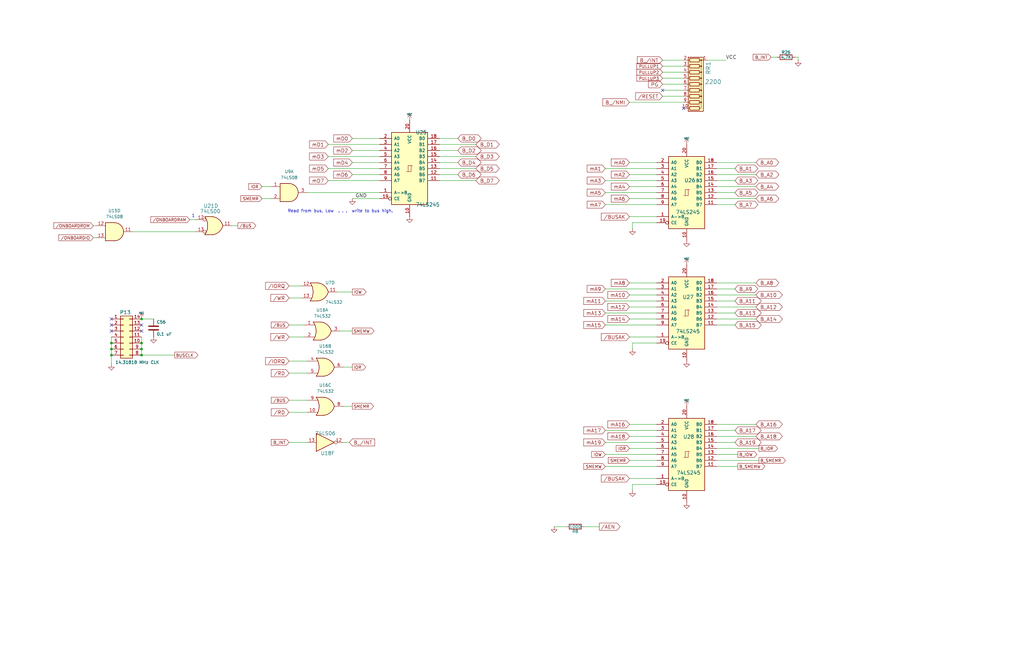
<source format=kicad_sch>
(kicad_sch
	(version 20250114)
	(generator "eeschema")
	(generator_version "9.0")
	(uuid "a6220f62-d719-4bf8-a7dd-513dec6bbca9")
	(paper "B")
	(title_block
		(title "6502PC")
		(date "2025-10-05")
		(rev "001")
		(comment 1 "https://github.com/danwerner21/6502PC")
		(comment 2 "Based on work by Andrew Lynch and John Coffman")
	)
	(lib_symbols
		(symbol "74xx:74LS00"
			(pin_names
				(offset 1.016)
			)
			(exclude_from_sim no)
			(in_bom yes)
			(on_board yes)
			(property "Reference" "U"
				(at 0 1.27 0)
				(effects
					(font
						(size 1.27 1.27)
					)
				)
			)
			(property "Value" "74LS00"
				(at 0 -1.27 0)
				(effects
					(font
						(size 1.27 1.27)
					)
				)
			)
			(property "Footprint" ""
				(at 0 0 0)
				(effects
					(font
						(size 1.27 1.27)
					)
					(hide yes)
				)
			)
			(property "Datasheet" "http://www.ti.com/lit/gpn/sn74ls00"
				(at 0 0 0)
				(effects
					(font
						(size 1.27 1.27)
					)
					(hide yes)
				)
			)
			(property "Description" "quad 2-input NAND gate"
				(at 0 0 0)
				(effects
					(font
						(size 1.27 1.27)
					)
					(hide yes)
				)
			)
			(property "ki_locked" ""
				(at 0 0 0)
				(effects
					(font
						(size 1.27 1.27)
					)
				)
			)
			(property "ki_keywords" "TTL nand 2-input"
				(at 0 0 0)
				(effects
					(font
						(size 1.27 1.27)
					)
					(hide yes)
				)
			)
			(property "ki_fp_filters" "DIP*W7.62mm* SO14*"
				(at 0 0 0)
				(effects
					(font
						(size 1.27 1.27)
					)
					(hide yes)
				)
			)
			(symbol "74LS00_1_1"
				(arc
					(start 0 3.81)
					(mid 3.7934 0)
					(end 0 -3.81)
					(stroke
						(width 0.254)
						(type default)
					)
					(fill
						(type background)
					)
				)
				(polyline
					(pts
						(xy 0 3.81) (xy -3.81 3.81) (xy -3.81 -3.81) (xy 0 -3.81)
					)
					(stroke
						(width 0.254)
						(type default)
					)
					(fill
						(type background)
					)
				)
				(pin input line
					(at -7.62 2.54 0)
					(length 3.81)
					(name "~"
						(effects
							(font
								(size 1.27 1.27)
							)
						)
					)
					(number "1"
						(effects
							(font
								(size 1.27 1.27)
							)
						)
					)
				)
				(pin input line
					(at -7.62 -2.54 0)
					(length 3.81)
					(name "~"
						(effects
							(font
								(size 1.27 1.27)
							)
						)
					)
					(number "2"
						(effects
							(font
								(size 1.27 1.27)
							)
						)
					)
				)
				(pin output inverted
					(at 7.62 0 180)
					(length 3.81)
					(name "~"
						(effects
							(font
								(size 1.27 1.27)
							)
						)
					)
					(number "3"
						(effects
							(font
								(size 1.27 1.27)
							)
						)
					)
				)
			)
			(symbol "74LS00_1_2"
				(arc
					(start -3.81 3.81)
					(mid -2.589 0)
					(end -3.81 -3.81)
					(stroke
						(width 0.254)
						(type default)
					)
					(fill
						(type none)
					)
				)
				(polyline
					(pts
						(xy -3.81 3.81) (xy -0.635 3.81)
					)
					(stroke
						(width 0.254)
						(type default)
					)
					(fill
						(type background)
					)
				)
				(polyline
					(pts
						(xy -3.81 -3.81) (xy -0.635 -3.81)
					)
					(stroke
						(width 0.254)
						(type default)
					)
					(fill
						(type background)
					)
				)
				(arc
					(start 3.81 0)
					(mid 2.1855 -2.584)
					(end -0.6096 -3.81)
					(stroke
						(width 0.254)
						(type default)
					)
					(fill
						(type background)
					)
				)
				(arc
					(start -0.6096 3.81)
					(mid 2.1928 2.5924)
					(end 3.81 0)
					(stroke
						(width 0.254)
						(type default)
					)
					(fill
						(type background)
					)
				)
				(polyline
					(pts
						(xy -0.635 3.81) (xy -3.81 3.81) (xy -3.81 3.81) (xy -3.556 3.4036) (xy -3.0226 2.2606) (xy -2.6924 1.0414)
						(xy -2.6162 -0.254) (xy -2.7686 -1.4986) (xy -3.175 -2.7178) (xy -3.81 -3.81) (xy -3.81 -3.81)
						(xy -0.635 -3.81)
					)
					(stroke
						(width -25.4)
						(type default)
					)
					(fill
						(type background)
					)
				)
				(pin input inverted
					(at -7.62 2.54 0)
					(length 4.318)
					(name "~"
						(effects
							(font
								(size 1.27 1.27)
							)
						)
					)
					(number "1"
						(effects
							(font
								(size 1.27 1.27)
							)
						)
					)
				)
				(pin input inverted
					(at -7.62 -2.54 0)
					(length 4.318)
					(name "~"
						(effects
							(font
								(size 1.27 1.27)
							)
						)
					)
					(number "2"
						(effects
							(font
								(size 1.27 1.27)
							)
						)
					)
				)
				(pin output line
					(at 7.62 0 180)
					(length 3.81)
					(name "~"
						(effects
							(font
								(size 1.27 1.27)
							)
						)
					)
					(number "3"
						(effects
							(font
								(size 1.27 1.27)
							)
						)
					)
				)
			)
			(symbol "74LS00_2_1"
				(arc
					(start 0 3.81)
					(mid 3.7934 0)
					(end 0 -3.81)
					(stroke
						(width 0.254)
						(type default)
					)
					(fill
						(type background)
					)
				)
				(polyline
					(pts
						(xy 0 3.81) (xy -3.81 3.81) (xy -3.81 -3.81) (xy 0 -3.81)
					)
					(stroke
						(width 0.254)
						(type default)
					)
					(fill
						(type background)
					)
				)
				(pin input line
					(at -7.62 2.54 0)
					(length 3.81)
					(name "~"
						(effects
							(font
								(size 1.27 1.27)
							)
						)
					)
					(number "4"
						(effects
							(font
								(size 1.27 1.27)
							)
						)
					)
				)
				(pin input line
					(at -7.62 -2.54 0)
					(length 3.81)
					(name "~"
						(effects
							(font
								(size 1.27 1.27)
							)
						)
					)
					(number "5"
						(effects
							(font
								(size 1.27 1.27)
							)
						)
					)
				)
				(pin output inverted
					(at 7.62 0 180)
					(length 3.81)
					(name "~"
						(effects
							(font
								(size 1.27 1.27)
							)
						)
					)
					(number "6"
						(effects
							(font
								(size 1.27 1.27)
							)
						)
					)
				)
			)
			(symbol "74LS00_2_2"
				(arc
					(start -3.81 3.81)
					(mid -2.589 0)
					(end -3.81 -3.81)
					(stroke
						(width 0.254)
						(type default)
					)
					(fill
						(type none)
					)
				)
				(polyline
					(pts
						(xy -3.81 3.81) (xy -0.635 3.81)
					)
					(stroke
						(width 0.254)
						(type default)
					)
					(fill
						(type background)
					)
				)
				(polyline
					(pts
						(xy -3.81 -3.81) (xy -0.635 -3.81)
					)
					(stroke
						(width 0.254)
						(type default)
					)
					(fill
						(type background)
					)
				)
				(arc
					(start 3.81 0)
					(mid 2.1855 -2.584)
					(end -0.6096 -3.81)
					(stroke
						(width 0.254)
						(type default)
					)
					(fill
						(type background)
					)
				)
				(arc
					(start -0.6096 3.81)
					(mid 2.1928 2.5924)
					(end 3.81 0)
					(stroke
						(width 0.254)
						(type default)
					)
					(fill
						(type background)
					)
				)
				(polyline
					(pts
						(xy -0.635 3.81) (xy -3.81 3.81) (xy -3.81 3.81) (xy -3.556 3.4036) (xy -3.0226 2.2606) (xy -2.6924 1.0414)
						(xy -2.6162 -0.254) (xy -2.7686 -1.4986) (xy -3.175 -2.7178) (xy -3.81 -3.81) (xy -3.81 -3.81)
						(xy -0.635 -3.81)
					)
					(stroke
						(width -25.4)
						(type default)
					)
					(fill
						(type background)
					)
				)
				(pin input inverted
					(at -7.62 2.54 0)
					(length 4.318)
					(name "~"
						(effects
							(font
								(size 1.27 1.27)
							)
						)
					)
					(number "4"
						(effects
							(font
								(size 1.27 1.27)
							)
						)
					)
				)
				(pin input inverted
					(at -7.62 -2.54 0)
					(length 4.318)
					(name "~"
						(effects
							(font
								(size 1.27 1.27)
							)
						)
					)
					(number "5"
						(effects
							(font
								(size 1.27 1.27)
							)
						)
					)
				)
				(pin output line
					(at 7.62 0 180)
					(length 3.81)
					(name "~"
						(effects
							(font
								(size 1.27 1.27)
							)
						)
					)
					(number "6"
						(effects
							(font
								(size 1.27 1.27)
							)
						)
					)
				)
			)
			(symbol "74LS00_3_1"
				(arc
					(start 0 3.81)
					(mid 3.7934 0)
					(end 0 -3.81)
					(stroke
						(width 0.254)
						(type default)
					)
					(fill
						(type background)
					)
				)
				(polyline
					(pts
						(xy 0 3.81) (xy -3.81 3.81) (xy -3.81 -3.81) (xy 0 -3.81)
					)
					(stroke
						(width 0.254)
						(type default)
					)
					(fill
						(type background)
					)
				)
				(pin input line
					(at -7.62 2.54 0)
					(length 3.81)
					(name "~"
						(effects
							(font
								(size 1.27 1.27)
							)
						)
					)
					(number "9"
						(effects
							(font
								(size 1.27 1.27)
							)
						)
					)
				)
				(pin input line
					(at -7.62 -2.54 0)
					(length 3.81)
					(name "~"
						(effects
							(font
								(size 1.27 1.27)
							)
						)
					)
					(number "10"
						(effects
							(font
								(size 1.27 1.27)
							)
						)
					)
				)
				(pin output inverted
					(at 7.62 0 180)
					(length 3.81)
					(name "~"
						(effects
							(font
								(size 1.27 1.27)
							)
						)
					)
					(number "8"
						(effects
							(font
								(size 1.27 1.27)
							)
						)
					)
				)
			)
			(symbol "74LS00_3_2"
				(arc
					(start -3.81 3.81)
					(mid -2.589 0)
					(end -3.81 -3.81)
					(stroke
						(width 0.254)
						(type default)
					)
					(fill
						(type none)
					)
				)
				(polyline
					(pts
						(xy -3.81 3.81) (xy -0.635 3.81)
					)
					(stroke
						(width 0.254)
						(type default)
					)
					(fill
						(type background)
					)
				)
				(polyline
					(pts
						(xy -3.81 -3.81) (xy -0.635 -3.81)
					)
					(stroke
						(width 0.254)
						(type default)
					)
					(fill
						(type background)
					)
				)
				(arc
					(start 3.81 0)
					(mid 2.1855 -2.584)
					(end -0.6096 -3.81)
					(stroke
						(width 0.254)
						(type default)
					)
					(fill
						(type background)
					)
				)
				(arc
					(start -0.6096 3.81)
					(mid 2.1928 2.5924)
					(end 3.81 0)
					(stroke
						(width 0.254)
						(type default)
					)
					(fill
						(type background)
					)
				)
				(polyline
					(pts
						(xy -0.635 3.81) (xy -3.81 3.81) (xy -3.81 3.81) (xy -3.556 3.4036) (xy -3.0226 2.2606) (xy -2.6924 1.0414)
						(xy -2.6162 -0.254) (xy -2.7686 -1.4986) (xy -3.175 -2.7178) (xy -3.81 -3.81) (xy -3.81 -3.81)
						(xy -0.635 -3.81)
					)
					(stroke
						(width -25.4)
						(type default)
					)
					(fill
						(type background)
					)
				)
				(pin input inverted
					(at -7.62 2.54 0)
					(length 4.318)
					(name "~"
						(effects
							(font
								(size 1.27 1.27)
							)
						)
					)
					(number "9"
						(effects
							(font
								(size 1.27 1.27)
							)
						)
					)
				)
				(pin input inverted
					(at -7.62 -2.54 0)
					(length 4.318)
					(name "~"
						(effects
							(font
								(size 1.27 1.27)
							)
						)
					)
					(number "10"
						(effects
							(font
								(size 1.27 1.27)
							)
						)
					)
				)
				(pin output line
					(at 7.62 0 180)
					(length 3.81)
					(name "~"
						(effects
							(font
								(size 1.27 1.27)
							)
						)
					)
					(number "8"
						(effects
							(font
								(size 1.27 1.27)
							)
						)
					)
				)
			)
			(symbol "74LS00_4_1"
				(arc
					(start 0 3.81)
					(mid 3.7934 0)
					(end 0 -3.81)
					(stroke
						(width 0.254)
						(type default)
					)
					(fill
						(type background)
					)
				)
				(polyline
					(pts
						(xy 0 3.81) (xy -3.81 3.81) (xy -3.81 -3.81) (xy 0 -3.81)
					)
					(stroke
						(width 0.254)
						(type default)
					)
					(fill
						(type background)
					)
				)
				(pin input line
					(at -7.62 2.54 0)
					(length 3.81)
					(name "~"
						(effects
							(font
								(size 1.27 1.27)
							)
						)
					)
					(number "12"
						(effects
							(font
								(size 1.27 1.27)
							)
						)
					)
				)
				(pin input line
					(at -7.62 -2.54 0)
					(length 3.81)
					(name "~"
						(effects
							(font
								(size 1.27 1.27)
							)
						)
					)
					(number "13"
						(effects
							(font
								(size 1.27 1.27)
							)
						)
					)
				)
				(pin output inverted
					(at 7.62 0 180)
					(length 3.81)
					(name "~"
						(effects
							(font
								(size 1.27 1.27)
							)
						)
					)
					(number "11"
						(effects
							(font
								(size 1.27 1.27)
							)
						)
					)
				)
			)
			(symbol "74LS00_4_2"
				(arc
					(start -3.81 3.81)
					(mid -2.589 0)
					(end -3.81 -3.81)
					(stroke
						(width 0.254)
						(type default)
					)
					(fill
						(type none)
					)
				)
				(polyline
					(pts
						(xy -3.81 3.81) (xy -0.635 3.81)
					)
					(stroke
						(width 0.254)
						(type default)
					)
					(fill
						(type background)
					)
				)
				(polyline
					(pts
						(xy -3.81 -3.81) (xy -0.635 -3.81)
					)
					(stroke
						(width 0.254)
						(type default)
					)
					(fill
						(type background)
					)
				)
				(arc
					(start 3.81 0)
					(mid 2.1855 -2.584)
					(end -0.6096 -3.81)
					(stroke
						(width 0.254)
						(type default)
					)
					(fill
						(type background)
					)
				)
				(arc
					(start -0.6096 3.81)
					(mid 2.1928 2.5924)
					(end 3.81 0)
					(stroke
						(width 0.254)
						(type default)
					)
					(fill
						(type background)
					)
				)
				(polyline
					(pts
						(xy -0.635 3.81) (xy -3.81 3.81) (xy -3.81 3.81) (xy -3.556 3.4036) (xy -3.0226 2.2606) (xy -2.6924 1.0414)
						(xy -2.6162 -0.254) (xy -2.7686 -1.4986) (xy -3.175 -2.7178) (xy -3.81 -3.81) (xy -3.81 -3.81)
						(xy -0.635 -3.81)
					)
					(stroke
						(width -25.4)
						(type default)
					)
					(fill
						(type background)
					)
				)
				(pin input inverted
					(at -7.62 2.54 0)
					(length 4.318)
					(name "~"
						(effects
							(font
								(size 1.27 1.27)
							)
						)
					)
					(number "12"
						(effects
							(font
								(size 1.27 1.27)
							)
						)
					)
				)
				(pin input inverted
					(at -7.62 -2.54 0)
					(length 4.318)
					(name "~"
						(effects
							(font
								(size 1.27 1.27)
							)
						)
					)
					(number "13"
						(effects
							(font
								(size 1.27 1.27)
							)
						)
					)
				)
				(pin output line
					(at 7.62 0 180)
					(length 3.81)
					(name "~"
						(effects
							(font
								(size 1.27 1.27)
							)
						)
					)
					(number "11"
						(effects
							(font
								(size 1.27 1.27)
							)
						)
					)
				)
			)
			(symbol "74LS00_5_0"
				(pin power_in line
					(at 0 12.7 270)
					(length 5.08)
					(name "VCC"
						(effects
							(font
								(size 1.27 1.27)
							)
						)
					)
					(number "14"
						(effects
							(font
								(size 1.27 1.27)
							)
						)
					)
				)
				(pin power_in line
					(at 0 -12.7 90)
					(length 5.08)
					(name "GND"
						(effects
							(font
								(size 1.27 1.27)
							)
						)
					)
					(number "7"
						(effects
							(font
								(size 1.27 1.27)
							)
						)
					)
				)
			)
			(symbol "74LS00_5_1"
				(rectangle
					(start -5.08 7.62)
					(end 5.08 -7.62)
					(stroke
						(width 0.254)
						(type default)
					)
					(fill
						(type background)
					)
				)
			)
			(embedded_fonts no)
		)
		(symbol "74xx:74LS06"
			(pin_names
				(offset 1.016)
			)
			(exclude_from_sim no)
			(in_bom yes)
			(on_board yes)
			(property "Reference" "U"
				(at 0 1.27 0)
				(effects
					(font
						(size 1.27 1.27)
					)
				)
			)
			(property "Value" "74LS06"
				(at 0 -1.27 0)
				(effects
					(font
						(size 1.27 1.27)
					)
				)
			)
			(property "Footprint" ""
				(at 0 0 0)
				(effects
					(font
						(size 1.27 1.27)
					)
					(hide yes)
				)
			)
			(property "Datasheet" "http://www.ti.com/lit/gpn/sn74LS06"
				(at 0 0 0)
				(effects
					(font
						(size 1.27 1.27)
					)
					(hide yes)
				)
			)
			(property "Description" "Inverter Open Collect"
				(at 0 0 0)
				(effects
					(font
						(size 1.27 1.27)
					)
					(hide yes)
				)
			)
			(property "ki_locked" ""
				(at 0 0 0)
				(effects
					(font
						(size 1.27 1.27)
					)
				)
			)
			(property "ki_keywords" "TTL not inv OpenCol"
				(at 0 0 0)
				(effects
					(font
						(size 1.27 1.27)
					)
					(hide yes)
				)
			)
			(property "ki_fp_filters" "DIP*W7.62mm*"
				(at 0 0 0)
				(effects
					(font
						(size 1.27 1.27)
					)
					(hide yes)
				)
			)
			(symbol "74LS06_1_0"
				(polyline
					(pts
						(xy -3.81 3.81) (xy -3.81 -3.81) (xy 3.81 0) (xy -3.81 3.81)
					)
					(stroke
						(width 0.254)
						(type default)
					)
					(fill
						(type background)
					)
				)
				(pin input line
					(at -7.62 0 0)
					(length 3.81)
					(name "~"
						(effects
							(font
								(size 1.27 1.27)
							)
						)
					)
					(number "1"
						(effects
							(font
								(size 1.27 1.27)
							)
						)
					)
				)
				(pin open_collector inverted
					(at 7.62 0 180)
					(length 3.81)
					(name "~"
						(effects
							(font
								(size 1.27 1.27)
							)
						)
					)
					(number "2"
						(effects
							(font
								(size 1.27 1.27)
							)
						)
					)
				)
			)
			(symbol "74LS06_2_0"
				(polyline
					(pts
						(xy -3.81 3.81) (xy -3.81 -3.81) (xy 3.81 0) (xy -3.81 3.81)
					)
					(stroke
						(width 0.254)
						(type default)
					)
					(fill
						(type background)
					)
				)
				(pin input line
					(at -7.62 0 0)
					(length 3.81)
					(name "~"
						(effects
							(font
								(size 1.27 1.27)
							)
						)
					)
					(number "3"
						(effects
							(font
								(size 1.27 1.27)
							)
						)
					)
				)
				(pin open_collector inverted
					(at 7.62 0 180)
					(length 3.81)
					(name "~"
						(effects
							(font
								(size 1.27 1.27)
							)
						)
					)
					(number "4"
						(effects
							(font
								(size 1.27 1.27)
							)
						)
					)
				)
			)
			(symbol "74LS06_3_0"
				(polyline
					(pts
						(xy -3.81 3.81) (xy -3.81 -3.81) (xy 3.81 0) (xy -3.81 3.81)
					)
					(stroke
						(width 0.254)
						(type default)
					)
					(fill
						(type background)
					)
				)
				(pin input line
					(at -7.62 0 0)
					(length 3.81)
					(name "~"
						(effects
							(font
								(size 1.27 1.27)
							)
						)
					)
					(number "5"
						(effects
							(font
								(size 1.27 1.27)
							)
						)
					)
				)
				(pin open_collector inverted
					(at 7.62 0 180)
					(length 3.81)
					(name "~"
						(effects
							(font
								(size 1.27 1.27)
							)
						)
					)
					(number "6"
						(effects
							(font
								(size 1.27 1.27)
							)
						)
					)
				)
			)
			(symbol "74LS06_4_0"
				(polyline
					(pts
						(xy -3.81 3.81) (xy -3.81 -3.81) (xy 3.81 0) (xy -3.81 3.81)
					)
					(stroke
						(width 0.254)
						(type default)
					)
					(fill
						(type background)
					)
				)
				(pin input line
					(at -7.62 0 0)
					(length 3.81)
					(name "~"
						(effects
							(font
								(size 1.27 1.27)
							)
						)
					)
					(number "9"
						(effects
							(font
								(size 1.27 1.27)
							)
						)
					)
				)
				(pin open_collector inverted
					(at 7.62 0 180)
					(length 3.81)
					(name "~"
						(effects
							(font
								(size 1.27 1.27)
							)
						)
					)
					(number "8"
						(effects
							(font
								(size 1.27 1.27)
							)
						)
					)
				)
			)
			(symbol "74LS06_5_0"
				(polyline
					(pts
						(xy -3.81 3.81) (xy -3.81 -3.81) (xy 3.81 0) (xy -3.81 3.81)
					)
					(stroke
						(width 0.254)
						(type default)
					)
					(fill
						(type background)
					)
				)
				(pin input line
					(at -7.62 0 0)
					(length 3.81)
					(name "~"
						(effects
							(font
								(size 1.27 1.27)
							)
						)
					)
					(number "11"
						(effects
							(font
								(size 1.27 1.27)
							)
						)
					)
				)
				(pin open_collector inverted
					(at 7.62 0 180)
					(length 3.81)
					(name "~"
						(effects
							(font
								(size 1.27 1.27)
							)
						)
					)
					(number "10"
						(effects
							(font
								(size 1.27 1.27)
							)
						)
					)
				)
			)
			(symbol "74LS06_6_0"
				(polyline
					(pts
						(xy -3.81 3.81) (xy -3.81 -3.81) (xy 3.81 0) (xy -3.81 3.81)
					)
					(stroke
						(width 0.254)
						(type default)
					)
					(fill
						(type background)
					)
				)
				(pin input line
					(at -7.62 0 0)
					(length 3.81)
					(name "~"
						(effects
							(font
								(size 1.27 1.27)
							)
						)
					)
					(number "13"
						(effects
							(font
								(size 1.27 1.27)
							)
						)
					)
				)
				(pin open_collector inverted
					(at 7.62 0 180)
					(length 3.81)
					(name "~"
						(effects
							(font
								(size 1.27 1.27)
							)
						)
					)
					(number "12"
						(effects
							(font
								(size 1.27 1.27)
							)
						)
					)
				)
			)
			(symbol "74LS06_7_0"
				(pin power_in line
					(at 0 12.7 270)
					(length 5.08)
					(name "VCC"
						(effects
							(font
								(size 1.27 1.27)
							)
						)
					)
					(number "14"
						(effects
							(font
								(size 1.27 1.27)
							)
						)
					)
				)
				(pin power_in line
					(at 0 -12.7 90)
					(length 5.08)
					(name "GND"
						(effects
							(font
								(size 1.27 1.27)
							)
						)
					)
					(number "7"
						(effects
							(font
								(size 1.27 1.27)
							)
						)
					)
				)
			)
			(symbol "74LS06_7_1"
				(rectangle
					(start -5.08 7.62)
					(end 5.08 -7.62)
					(stroke
						(width 0.254)
						(type default)
					)
					(fill
						(type background)
					)
				)
			)
			(embedded_fonts no)
		)
		(symbol "74xx:74LS08"
			(pin_names
				(offset 1.016)
			)
			(exclude_from_sim no)
			(in_bom yes)
			(on_board yes)
			(property "Reference" "U"
				(at 0 1.27 0)
				(effects
					(font
						(size 1.27 1.27)
					)
				)
			)
			(property "Value" "74LS08"
				(at 0 -1.27 0)
				(effects
					(font
						(size 1.27 1.27)
					)
				)
			)
			(property "Footprint" ""
				(at 0 0 0)
				(effects
					(font
						(size 1.27 1.27)
					)
					(hide yes)
				)
			)
			(property "Datasheet" "http://www.ti.com/lit/gpn/sn74LS08"
				(at 0 0 0)
				(effects
					(font
						(size 1.27 1.27)
					)
					(hide yes)
				)
			)
			(property "Description" "Quad And2"
				(at 0 0 0)
				(effects
					(font
						(size 1.27 1.27)
					)
					(hide yes)
				)
			)
			(property "ki_locked" ""
				(at 0 0 0)
				(effects
					(font
						(size 1.27 1.27)
					)
				)
			)
			(property "ki_keywords" "TTL and2"
				(at 0 0 0)
				(effects
					(font
						(size 1.27 1.27)
					)
					(hide yes)
				)
			)
			(property "ki_fp_filters" "DIP*W7.62mm*"
				(at 0 0 0)
				(effects
					(font
						(size 1.27 1.27)
					)
					(hide yes)
				)
			)
			(symbol "74LS08_1_1"
				(arc
					(start 0 3.81)
					(mid 3.7934 0)
					(end 0 -3.81)
					(stroke
						(width 0.254)
						(type default)
					)
					(fill
						(type background)
					)
				)
				(polyline
					(pts
						(xy 0 3.81) (xy -3.81 3.81) (xy -3.81 -3.81) (xy 0 -3.81)
					)
					(stroke
						(width 0.254)
						(type default)
					)
					(fill
						(type background)
					)
				)
				(pin input line
					(at -7.62 2.54 0)
					(length 3.81)
					(name "~"
						(effects
							(font
								(size 1.27 1.27)
							)
						)
					)
					(number "1"
						(effects
							(font
								(size 1.27 1.27)
							)
						)
					)
				)
				(pin input line
					(at -7.62 -2.54 0)
					(length 3.81)
					(name "~"
						(effects
							(font
								(size 1.27 1.27)
							)
						)
					)
					(number "2"
						(effects
							(font
								(size 1.27 1.27)
							)
						)
					)
				)
				(pin output line
					(at 7.62 0 180)
					(length 3.81)
					(name "~"
						(effects
							(font
								(size 1.27 1.27)
							)
						)
					)
					(number "3"
						(effects
							(font
								(size 1.27 1.27)
							)
						)
					)
				)
			)
			(symbol "74LS08_1_2"
				(arc
					(start -3.81 3.81)
					(mid -2.589 0)
					(end -3.81 -3.81)
					(stroke
						(width 0.254)
						(type default)
					)
					(fill
						(type none)
					)
				)
				(polyline
					(pts
						(xy -3.81 3.81) (xy -0.635 3.81)
					)
					(stroke
						(width 0.254)
						(type default)
					)
					(fill
						(type background)
					)
				)
				(polyline
					(pts
						(xy -3.81 -3.81) (xy -0.635 -3.81)
					)
					(stroke
						(width 0.254)
						(type default)
					)
					(fill
						(type background)
					)
				)
				(arc
					(start 3.81 0)
					(mid 2.1855 -2.584)
					(end -0.6096 -3.81)
					(stroke
						(width 0.254)
						(type default)
					)
					(fill
						(type background)
					)
				)
				(arc
					(start -0.6096 3.81)
					(mid 2.1928 2.5924)
					(end 3.81 0)
					(stroke
						(width 0.254)
						(type default)
					)
					(fill
						(type background)
					)
				)
				(polyline
					(pts
						(xy -0.635 3.81) (xy -3.81 3.81) (xy -3.81 3.81) (xy -3.556 3.4036) (xy -3.0226 2.2606) (xy -2.6924 1.0414)
						(xy -2.6162 -0.254) (xy -2.7686 -1.4986) (xy -3.175 -2.7178) (xy -3.81 -3.81) (xy -3.81 -3.81)
						(xy -0.635 -3.81)
					)
					(stroke
						(width -25.4)
						(type default)
					)
					(fill
						(type background)
					)
				)
				(pin input inverted
					(at -7.62 2.54 0)
					(length 4.318)
					(name "~"
						(effects
							(font
								(size 1.27 1.27)
							)
						)
					)
					(number "1"
						(effects
							(font
								(size 1.27 1.27)
							)
						)
					)
				)
				(pin input inverted
					(at -7.62 -2.54 0)
					(length 4.318)
					(name "~"
						(effects
							(font
								(size 1.27 1.27)
							)
						)
					)
					(number "2"
						(effects
							(font
								(size 1.27 1.27)
							)
						)
					)
				)
				(pin output inverted
					(at 7.62 0 180)
					(length 3.81)
					(name "~"
						(effects
							(font
								(size 1.27 1.27)
							)
						)
					)
					(number "3"
						(effects
							(font
								(size 1.27 1.27)
							)
						)
					)
				)
			)
			(symbol "74LS08_2_1"
				(arc
					(start 0 3.81)
					(mid 3.7934 0)
					(end 0 -3.81)
					(stroke
						(width 0.254)
						(type default)
					)
					(fill
						(type background)
					)
				)
				(polyline
					(pts
						(xy 0 3.81) (xy -3.81 3.81) (xy -3.81 -3.81) (xy 0 -3.81)
					)
					(stroke
						(width 0.254)
						(type default)
					)
					(fill
						(type background)
					)
				)
				(pin input line
					(at -7.62 2.54 0)
					(length 3.81)
					(name "~"
						(effects
							(font
								(size 1.27 1.27)
							)
						)
					)
					(number "4"
						(effects
							(font
								(size 1.27 1.27)
							)
						)
					)
				)
				(pin input line
					(at -7.62 -2.54 0)
					(length 3.81)
					(name "~"
						(effects
							(font
								(size 1.27 1.27)
							)
						)
					)
					(number "5"
						(effects
							(font
								(size 1.27 1.27)
							)
						)
					)
				)
				(pin output line
					(at 7.62 0 180)
					(length 3.81)
					(name "~"
						(effects
							(font
								(size 1.27 1.27)
							)
						)
					)
					(number "6"
						(effects
							(font
								(size 1.27 1.27)
							)
						)
					)
				)
			)
			(symbol "74LS08_2_2"
				(arc
					(start -3.81 3.81)
					(mid -2.589 0)
					(end -3.81 -3.81)
					(stroke
						(width 0.254)
						(type default)
					)
					(fill
						(type none)
					)
				)
				(polyline
					(pts
						(xy -3.81 3.81) (xy -0.635 3.81)
					)
					(stroke
						(width 0.254)
						(type default)
					)
					(fill
						(type background)
					)
				)
				(polyline
					(pts
						(xy -3.81 -3.81) (xy -0.635 -3.81)
					)
					(stroke
						(width 0.254)
						(type default)
					)
					(fill
						(type background)
					)
				)
				(arc
					(start 3.81 0)
					(mid 2.1855 -2.584)
					(end -0.6096 -3.81)
					(stroke
						(width 0.254)
						(type default)
					)
					(fill
						(type background)
					)
				)
				(arc
					(start -0.6096 3.81)
					(mid 2.1928 2.5924)
					(end 3.81 0)
					(stroke
						(width 0.254)
						(type default)
					)
					(fill
						(type background)
					)
				)
				(polyline
					(pts
						(xy -0.635 3.81) (xy -3.81 3.81) (xy -3.81 3.81) (xy -3.556 3.4036) (xy -3.0226 2.2606) (xy -2.6924 1.0414)
						(xy -2.6162 -0.254) (xy -2.7686 -1.4986) (xy -3.175 -2.7178) (xy -3.81 -3.81) (xy -3.81 -3.81)
						(xy -0.635 -3.81)
					)
					(stroke
						(width -25.4)
						(type default)
					)
					(fill
						(type background)
					)
				)
				(pin input inverted
					(at -7.62 2.54 0)
					(length 4.318)
					(name "~"
						(effects
							(font
								(size 1.27 1.27)
							)
						)
					)
					(number "4"
						(effects
							(font
								(size 1.27 1.27)
							)
						)
					)
				)
				(pin input inverted
					(at -7.62 -2.54 0)
					(length 4.318)
					(name "~"
						(effects
							(font
								(size 1.27 1.27)
							)
						)
					)
					(number "5"
						(effects
							(font
								(size 1.27 1.27)
							)
						)
					)
				)
				(pin output inverted
					(at 7.62 0 180)
					(length 3.81)
					(name "~"
						(effects
							(font
								(size 1.27 1.27)
							)
						)
					)
					(number "6"
						(effects
							(font
								(size 1.27 1.27)
							)
						)
					)
				)
			)
			(symbol "74LS08_3_1"
				(arc
					(start 0 3.81)
					(mid 3.7934 0)
					(end 0 -3.81)
					(stroke
						(width 0.254)
						(type default)
					)
					(fill
						(type background)
					)
				)
				(polyline
					(pts
						(xy 0 3.81) (xy -3.81 3.81) (xy -3.81 -3.81) (xy 0 -3.81)
					)
					(stroke
						(width 0.254)
						(type default)
					)
					(fill
						(type background)
					)
				)
				(pin input line
					(at -7.62 2.54 0)
					(length 3.81)
					(name "~"
						(effects
							(font
								(size 1.27 1.27)
							)
						)
					)
					(number "9"
						(effects
							(font
								(size 1.27 1.27)
							)
						)
					)
				)
				(pin input line
					(at -7.62 -2.54 0)
					(length 3.81)
					(name "~"
						(effects
							(font
								(size 1.27 1.27)
							)
						)
					)
					(number "10"
						(effects
							(font
								(size 1.27 1.27)
							)
						)
					)
				)
				(pin output line
					(at 7.62 0 180)
					(length 3.81)
					(name "~"
						(effects
							(font
								(size 1.27 1.27)
							)
						)
					)
					(number "8"
						(effects
							(font
								(size 1.27 1.27)
							)
						)
					)
				)
			)
			(symbol "74LS08_3_2"
				(arc
					(start -3.81 3.81)
					(mid -2.589 0)
					(end -3.81 -3.81)
					(stroke
						(width 0.254)
						(type default)
					)
					(fill
						(type none)
					)
				)
				(polyline
					(pts
						(xy -3.81 3.81) (xy -0.635 3.81)
					)
					(stroke
						(width 0.254)
						(type default)
					)
					(fill
						(type background)
					)
				)
				(polyline
					(pts
						(xy -3.81 -3.81) (xy -0.635 -3.81)
					)
					(stroke
						(width 0.254)
						(type default)
					)
					(fill
						(type background)
					)
				)
				(arc
					(start 3.81 0)
					(mid 2.1855 -2.584)
					(end -0.6096 -3.81)
					(stroke
						(width 0.254)
						(type default)
					)
					(fill
						(type background)
					)
				)
				(arc
					(start -0.6096 3.81)
					(mid 2.1928 2.5924)
					(end 3.81 0)
					(stroke
						(width 0.254)
						(type default)
					)
					(fill
						(type background)
					)
				)
				(polyline
					(pts
						(xy -0.635 3.81) (xy -3.81 3.81) (xy -3.81 3.81) (xy -3.556 3.4036) (xy -3.0226 2.2606) (xy -2.6924 1.0414)
						(xy -2.6162 -0.254) (xy -2.7686 -1.4986) (xy -3.175 -2.7178) (xy -3.81 -3.81) (xy -3.81 -3.81)
						(xy -0.635 -3.81)
					)
					(stroke
						(width -25.4)
						(type default)
					)
					(fill
						(type background)
					)
				)
				(pin input inverted
					(at -7.62 2.54 0)
					(length 4.318)
					(name "~"
						(effects
							(font
								(size 1.27 1.27)
							)
						)
					)
					(number "9"
						(effects
							(font
								(size 1.27 1.27)
							)
						)
					)
				)
				(pin input inverted
					(at -7.62 -2.54 0)
					(length 4.318)
					(name "~"
						(effects
							(font
								(size 1.27 1.27)
							)
						)
					)
					(number "10"
						(effects
							(font
								(size 1.27 1.27)
							)
						)
					)
				)
				(pin output inverted
					(at 7.62 0 180)
					(length 3.81)
					(name "~"
						(effects
							(font
								(size 1.27 1.27)
							)
						)
					)
					(number "8"
						(effects
							(font
								(size 1.27 1.27)
							)
						)
					)
				)
			)
			(symbol "74LS08_4_1"
				(arc
					(start 0 3.81)
					(mid 3.7934 0)
					(end 0 -3.81)
					(stroke
						(width 0.254)
						(type default)
					)
					(fill
						(type background)
					)
				)
				(polyline
					(pts
						(xy 0 3.81) (xy -3.81 3.81) (xy -3.81 -3.81) (xy 0 -3.81)
					)
					(stroke
						(width 0.254)
						(type default)
					)
					(fill
						(type background)
					)
				)
				(pin input line
					(at -7.62 2.54 0)
					(length 3.81)
					(name "~"
						(effects
							(font
								(size 1.27 1.27)
							)
						)
					)
					(number "12"
						(effects
							(font
								(size 1.27 1.27)
							)
						)
					)
				)
				(pin input line
					(at -7.62 -2.54 0)
					(length 3.81)
					(name "~"
						(effects
							(font
								(size 1.27 1.27)
							)
						)
					)
					(number "13"
						(effects
							(font
								(size 1.27 1.27)
							)
						)
					)
				)
				(pin output line
					(at 7.62 0 180)
					(length 3.81)
					(name "~"
						(effects
							(font
								(size 1.27 1.27)
							)
						)
					)
					(number "11"
						(effects
							(font
								(size 1.27 1.27)
							)
						)
					)
				)
			)
			(symbol "74LS08_4_2"
				(arc
					(start -3.81 3.81)
					(mid -2.589 0)
					(end -3.81 -3.81)
					(stroke
						(width 0.254)
						(type default)
					)
					(fill
						(type none)
					)
				)
				(polyline
					(pts
						(xy -3.81 3.81) (xy -0.635 3.81)
					)
					(stroke
						(width 0.254)
						(type default)
					)
					(fill
						(type background)
					)
				)
				(polyline
					(pts
						(xy -3.81 -3.81) (xy -0.635 -3.81)
					)
					(stroke
						(width 0.254)
						(type default)
					)
					(fill
						(type background)
					)
				)
				(arc
					(start 3.81 0)
					(mid 2.1855 -2.584)
					(end -0.6096 -3.81)
					(stroke
						(width 0.254)
						(type default)
					)
					(fill
						(type background)
					)
				)
				(arc
					(start -0.6096 3.81)
					(mid 2.1928 2.5924)
					(end 3.81 0)
					(stroke
						(width 0.254)
						(type default)
					)
					(fill
						(type background)
					)
				)
				(polyline
					(pts
						(xy -0.635 3.81) (xy -3.81 3.81) (xy -3.81 3.81) (xy -3.556 3.4036) (xy -3.0226 2.2606) (xy -2.6924 1.0414)
						(xy -2.6162 -0.254) (xy -2.7686 -1.4986) (xy -3.175 -2.7178) (xy -3.81 -3.81) (xy -3.81 -3.81)
						(xy -0.635 -3.81)
					)
					(stroke
						(width -25.4)
						(type default)
					)
					(fill
						(type background)
					)
				)
				(pin input inverted
					(at -7.62 2.54 0)
					(length 4.318)
					(name "~"
						(effects
							(font
								(size 1.27 1.27)
							)
						)
					)
					(number "12"
						(effects
							(font
								(size 1.27 1.27)
							)
						)
					)
				)
				(pin input inverted
					(at -7.62 -2.54 0)
					(length 4.318)
					(name "~"
						(effects
							(font
								(size 1.27 1.27)
							)
						)
					)
					(number "13"
						(effects
							(font
								(size 1.27 1.27)
							)
						)
					)
				)
				(pin output inverted
					(at 7.62 0 180)
					(length 3.81)
					(name "~"
						(effects
							(font
								(size 1.27 1.27)
							)
						)
					)
					(number "11"
						(effects
							(font
								(size 1.27 1.27)
							)
						)
					)
				)
			)
			(symbol "74LS08_5_0"
				(pin power_in line
					(at 0 12.7 270)
					(length 5.08)
					(name "VCC"
						(effects
							(font
								(size 1.27 1.27)
							)
						)
					)
					(number "14"
						(effects
							(font
								(size 1.27 1.27)
							)
						)
					)
				)
				(pin power_in line
					(at 0 -12.7 90)
					(length 5.08)
					(name "GND"
						(effects
							(font
								(size 1.27 1.27)
							)
						)
					)
					(number "7"
						(effects
							(font
								(size 1.27 1.27)
							)
						)
					)
				)
			)
			(symbol "74LS08_5_1"
				(rectangle
					(start -5.08 7.62)
					(end 5.08 -7.62)
					(stroke
						(width 0.254)
						(type default)
					)
					(fill
						(type background)
					)
				)
			)
			(embedded_fonts no)
		)
		(symbol "74xx:74LS245"
			(pin_names
				(offset 1.016)
			)
			(exclude_from_sim no)
			(in_bom yes)
			(on_board yes)
			(property "Reference" "U"
				(at -7.62 16.51 0)
				(effects
					(font
						(size 1.27 1.27)
					)
				)
			)
			(property "Value" "74LS245"
				(at -7.62 -16.51 0)
				(effects
					(font
						(size 1.27 1.27)
					)
				)
			)
			(property "Footprint" ""
				(at 0 0 0)
				(effects
					(font
						(size 1.27 1.27)
					)
					(hide yes)
				)
			)
			(property "Datasheet" "http://www.ti.com/lit/gpn/sn74LS245"
				(at 0 0 0)
				(effects
					(font
						(size 1.27 1.27)
					)
					(hide yes)
				)
			)
			(property "Description" "Octal BUS Transceivers, 3-State outputs"
				(at 0 0 0)
				(effects
					(font
						(size 1.27 1.27)
					)
					(hide yes)
				)
			)
			(property "ki_locked" ""
				(at 0 0 0)
				(effects
					(font
						(size 1.27 1.27)
					)
				)
			)
			(property "ki_keywords" "TTL BUS 3State"
				(at 0 0 0)
				(effects
					(font
						(size 1.27 1.27)
					)
					(hide yes)
				)
			)
			(property "ki_fp_filters" "DIP?20*"
				(at 0 0 0)
				(effects
					(font
						(size 1.27 1.27)
					)
					(hide yes)
				)
			)
			(symbol "74LS245_1_0"
				(polyline
					(pts
						(xy -1.27 -1.27) (xy 0.635 -1.27) (xy 0.635 1.27) (xy 1.27 1.27)
					)
					(stroke
						(width 0)
						(type default)
					)
					(fill
						(type none)
					)
				)
				(polyline
					(pts
						(xy -0.635 -1.27) (xy -0.635 1.27) (xy 0.635 1.27)
					)
					(stroke
						(width 0)
						(type default)
					)
					(fill
						(type none)
					)
				)
				(pin tri_state line
					(at -12.7 12.7 0)
					(length 5.08)
					(name "A0"
						(effects
							(font
								(size 1.27 1.27)
							)
						)
					)
					(number "2"
						(effects
							(font
								(size 1.27 1.27)
							)
						)
					)
				)
				(pin tri_state line
					(at -12.7 10.16 0)
					(length 5.08)
					(name "A1"
						(effects
							(font
								(size 1.27 1.27)
							)
						)
					)
					(number "3"
						(effects
							(font
								(size 1.27 1.27)
							)
						)
					)
				)
				(pin tri_state line
					(at -12.7 7.62 0)
					(length 5.08)
					(name "A2"
						(effects
							(font
								(size 1.27 1.27)
							)
						)
					)
					(number "4"
						(effects
							(font
								(size 1.27 1.27)
							)
						)
					)
				)
				(pin tri_state line
					(at -12.7 5.08 0)
					(length 5.08)
					(name "A3"
						(effects
							(font
								(size 1.27 1.27)
							)
						)
					)
					(number "5"
						(effects
							(font
								(size 1.27 1.27)
							)
						)
					)
				)
				(pin tri_state line
					(at -12.7 2.54 0)
					(length 5.08)
					(name "A4"
						(effects
							(font
								(size 1.27 1.27)
							)
						)
					)
					(number "6"
						(effects
							(font
								(size 1.27 1.27)
							)
						)
					)
				)
				(pin tri_state line
					(at -12.7 0 0)
					(length 5.08)
					(name "A5"
						(effects
							(font
								(size 1.27 1.27)
							)
						)
					)
					(number "7"
						(effects
							(font
								(size 1.27 1.27)
							)
						)
					)
				)
				(pin tri_state line
					(at -12.7 -2.54 0)
					(length 5.08)
					(name "A6"
						(effects
							(font
								(size 1.27 1.27)
							)
						)
					)
					(number "8"
						(effects
							(font
								(size 1.27 1.27)
							)
						)
					)
				)
				(pin tri_state line
					(at -12.7 -5.08 0)
					(length 5.08)
					(name "A7"
						(effects
							(font
								(size 1.27 1.27)
							)
						)
					)
					(number "9"
						(effects
							(font
								(size 1.27 1.27)
							)
						)
					)
				)
				(pin input line
					(at -12.7 -10.16 0)
					(length 5.08)
					(name "A->B"
						(effects
							(font
								(size 1.27 1.27)
							)
						)
					)
					(number "1"
						(effects
							(font
								(size 1.27 1.27)
							)
						)
					)
				)
				(pin input inverted
					(at -12.7 -12.7 0)
					(length 5.08)
					(name "CE"
						(effects
							(font
								(size 1.27 1.27)
							)
						)
					)
					(number "19"
						(effects
							(font
								(size 1.27 1.27)
							)
						)
					)
				)
				(pin power_in line
					(at 0 20.32 270)
					(length 5.08)
					(name "VCC"
						(effects
							(font
								(size 1.27 1.27)
							)
						)
					)
					(number "20"
						(effects
							(font
								(size 1.27 1.27)
							)
						)
					)
				)
				(pin power_in line
					(at 0 -20.32 90)
					(length 5.08)
					(name "GND"
						(effects
							(font
								(size 1.27 1.27)
							)
						)
					)
					(number "10"
						(effects
							(font
								(size 1.27 1.27)
							)
						)
					)
				)
				(pin tri_state line
					(at 12.7 12.7 180)
					(length 5.08)
					(name "B0"
						(effects
							(font
								(size 1.27 1.27)
							)
						)
					)
					(number "18"
						(effects
							(font
								(size 1.27 1.27)
							)
						)
					)
				)
				(pin tri_state line
					(at 12.7 10.16 180)
					(length 5.08)
					(name "B1"
						(effects
							(font
								(size 1.27 1.27)
							)
						)
					)
					(number "17"
						(effects
							(font
								(size 1.27 1.27)
							)
						)
					)
				)
				(pin tri_state line
					(at 12.7 7.62 180)
					(length 5.08)
					(name "B2"
						(effects
							(font
								(size 1.27 1.27)
							)
						)
					)
					(number "16"
						(effects
							(font
								(size 1.27 1.27)
							)
						)
					)
				)
				(pin tri_state line
					(at 12.7 5.08 180)
					(length 5.08)
					(name "B3"
						(effects
							(font
								(size 1.27 1.27)
							)
						)
					)
					(number "15"
						(effects
							(font
								(size 1.27 1.27)
							)
						)
					)
				)
				(pin tri_state line
					(at 12.7 2.54 180)
					(length 5.08)
					(name "B4"
						(effects
							(font
								(size 1.27 1.27)
							)
						)
					)
					(number "14"
						(effects
							(font
								(size 1.27 1.27)
							)
						)
					)
				)
				(pin tri_state line
					(at 12.7 0 180)
					(length 5.08)
					(name "B5"
						(effects
							(font
								(size 1.27 1.27)
							)
						)
					)
					(number "13"
						(effects
							(font
								(size 1.27 1.27)
							)
						)
					)
				)
				(pin tri_state line
					(at 12.7 -2.54 180)
					(length 5.08)
					(name "B6"
						(effects
							(font
								(size 1.27 1.27)
							)
						)
					)
					(number "12"
						(effects
							(font
								(size 1.27 1.27)
							)
						)
					)
				)
				(pin tri_state line
					(at 12.7 -5.08 180)
					(length 5.08)
					(name "B7"
						(effects
							(font
								(size 1.27 1.27)
							)
						)
					)
					(number "11"
						(effects
							(font
								(size 1.27 1.27)
							)
						)
					)
				)
			)
			(symbol "74LS245_1_1"
				(rectangle
					(start -7.62 15.24)
					(end 7.62 -15.24)
					(stroke
						(width 0.254)
						(type default)
					)
					(fill
						(type background)
					)
				)
			)
			(embedded_fonts no)
		)
		(symbol "74xx:74LS32"
			(pin_names
				(offset 1.016)
			)
			(exclude_from_sim no)
			(in_bom yes)
			(on_board yes)
			(property "Reference" "U"
				(at 0 1.27 0)
				(effects
					(font
						(size 1.27 1.27)
					)
				)
			)
			(property "Value" "74LS32"
				(at 0 -1.27 0)
				(effects
					(font
						(size 1.27 1.27)
					)
				)
			)
			(property "Footprint" ""
				(at 0 0 0)
				(effects
					(font
						(size 1.27 1.27)
					)
					(hide yes)
				)
			)
			(property "Datasheet" "http://www.ti.com/lit/gpn/sn74LS32"
				(at 0 0 0)
				(effects
					(font
						(size 1.27 1.27)
					)
					(hide yes)
				)
			)
			(property "Description" "Quad 2-input OR"
				(at 0 0 0)
				(effects
					(font
						(size 1.27 1.27)
					)
					(hide yes)
				)
			)
			(property "ki_locked" ""
				(at 0 0 0)
				(effects
					(font
						(size 1.27 1.27)
					)
				)
			)
			(property "ki_keywords" "TTL Or2"
				(at 0 0 0)
				(effects
					(font
						(size 1.27 1.27)
					)
					(hide yes)
				)
			)
			(property "ki_fp_filters" "DIP?14*"
				(at 0 0 0)
				(effects
					(font
						(size 1.27 1.27)
					)
					(hide yes)
				)
			)
			(symbol "74LS32_1_1"
				(arc
					(start -3.81 3.81)
					(mid -2.589 0)
					(end -3.81 -3.81)
					(stroke
						(width 0.254)
						(type default)
					)
					(fill
						(type none)
					)
				)
				(polyline
					(pts
						(xy -3.81 3.81) (xy -0.635 3.81)
					)
					(stroke
						(width 0.254)
						(type default)
					)
					(fill
						(type background)
					)
				)
				(polyline
					(pts
						(xy -3.81 -3.81) (xy -0.635 -3.81)
					)
					(stroke
						(width 0.254)
						(type default)
					)
					(fill
						(type background)
					)
				)
				(arc
					(start 3.81 0)
					(mid 2.1855 -2.584)
					(end -0.6096 -3.81)
					(stroke
						(width 0.254)
						(type default)
					)
					(fill
						(type background)
					)
				)
				(arc
					(start -0.6096 3.81)
					(mid 2.1928 2.5924)
					(end 3.81 0)
					(stroke
						(width 0.254)
						(type default)
					)
					(fill
						(type background)
					)
				)
				(polyline
					(pts
						(xy -0.635 3.81) (xy -3.81 3.81) (xy -3.81 3.81) (xy -3.556 3.4036) (xy -3.0226 2.2606) (xy -2.6924 1.0414)
						(xy -2.6162 -0.254) (xy -2.7686 -1.4986) (xy -3.175 -2.7178) (xy -3.81 -3.81) (xy -3.81 -3.81)
						(xy -0.635 -3.81)
					)
					(stroke
						(width -25.4)
						(type default)
					)
					(fill
						(type background)
					)
				)
				(pin input line
					(at -7.62 2.54 0)
					(length 4.318)
					(name "~"
						(effects
							(font
								(size 1.27 1.27)
							)
						)
					)
					(number "1"
						(effects
							(font
								(size 1.27 1.27)
							)
						)
					)
				)
				(pin input line
					(at -7.62 -2.54 0)
					(length 4.318)
					(name "~"
						(effects
							(font
								(size 1.27 1.27)
							)
						)
					)
					(number "2"
						(effects
							(font
								(size 1.27 1.27)
							)
						)
					)
				)
				(pin output line
					(at 7.62 0 180)
					(length 3.81)
					(name "~"
						(effects
							(font
								(size 1.27 1.27)
							)
						)
					)
					(number "3"
						(effects
							(font
								(size 1.27 1.27)
							)
						)
					)
				)
			)
			(symbol "74LS32_1_2"
				(arc
					(start 0 3.81)
					(mid 3.7934 0)
					(end 0 -3.81)
					(stroke
						(width 0.254)
						(type default)
					)
					(fill
						(type background)
					)
				)
				(polyline
					(pts
						(xy 0 3.81) (xy -3.81 3.81) (xy -3.81 -3.81) (xy 0 -3.81)
					)
					(stroke
						(width 0.254)
						(type default)
					)
					(fill
						(type background)
					)
				)
				(pin input inverted
					(at -7.62 2.54 0)
					(length 3.81)
					(name "~"
						(effects
							(font
								(size 1.27 1.27)
							)
						)
					)
					(number "1"
						(effects
							(font
								(size 1.27 1.27)
							)
						)
					)
				)
				(pin input inverted
					(at -7.62 -2.54 0)
					(length 3.81)
					(name "~"
						(effects
							(font
								(size 1.27 1.27)
							)
						)
					)
					(number "2"
						(effects
							(font
								(size 1.27 1.27)
							)
						)
					)
				)
				(pin output inverted
					(at 7.62 0 180)
					(length 3.81)
					(name "~"
						(effects
							(font
								(size 1.27 1.27)
							)
						)
					)
					(number "3"
						(effects
							(font
								(size 1.27 1.27)
							)
						)
					)
				)
			)
			(symbol "74LS32_2_1"
				(arc
					(start -3.81 3.81)
					(mid -2.589 0)
					(end -3.81 -3.81)
					(stroke
						(width 0.254)
						(type default)
					)
					(fill
						(type none)
					)
				)
				(polyline
					(pts
						(xy -3.81 3.81) (xy -0.635 3.81)
					)
					(stroke
						(width 0.254)
						(type default)
					)
					(fill
						(type background)
					)
				)
				(polyline
					(pts
						(xy -3.81 -3.81) (xy -0.635 -3.81)
					)
					(stroke
						(width 0.254)
						(type default)
					)
					(fill
						(type background)
					)
				)
				(arc
					(start 3.81 0)
					(mid 2.1855 -2.584)
					(end -0.6096 -3.81)
					(stroke
						(width 0.254)
						(type default)
					)
					(fill
						(type background)
					)
				)
				(arc
					(start -0.6096 3.81)
					(mid 2.1928 2.5924)
					(end 3.81 0)
					(stroke
						(width 0.254)
						(type default)
					)
					(fill
						(type background)
					)
				)
				(polyline
					(pts
						(xy -0.635 3.81) (xy -3.81 3.81) (xy -3.81 3.81) (xy -3.556 3.4036) (xy -3.0226 2.2606) (xy -2.6924 1.0414)
						(xy -2.6162 -0.254) (xy -2.7686 -1.4986) (xy -3.175 -2.7178) (xy -3.81 -3.81) (xy -3.81 -3.81)
						(xy -0.635 -3.81)
					)
					(stroke
						(width -25.4)
						(type default)
					)
					(fill
						(type background)
					)
				)
				(pin input line
					(at -7.62 2.54 0)
					(length 4.318)
					(name "~"
						(effects
							(font
								(size 1.27 1.27)
							)
						)
					)
					(number "4"
						(effects
							(font
								(size 1.27 1.27)
							)
						)
					)
				)
				(pin input line
					(at -7.62 -2.54 0)
					(length 4.318)
					(name "~"
						(effects
							(font
								(size 1.27 1.27)
							)
						)
					)
					(number "5"
						(effects
							(font
								(size 1.27 1.27)
							)
						)
					)
				)
				(pin output line
					(at 7.62 0 180)
					(length 3.81)
					(name "~"
						(effects
							(font
								(size 1.27 1.27)
							)
						)
					)
					(number "6"
						(effects
							(font
								(size 1.27 1.27)
							)
						)
					)
				)
			)
			(symbol "74LS32_2_2"
				(arc
					(start 0 3.81)
					(mid 3.7934 0)
					(end 0 -3.81)
					(stroke
						(width 0.254)
						(type default)
					)
					(fill
						(type background)
					)
				)
				(polyline
					(pts
						(xy 0 3.81) (xy -3.81 3.81) (xy -3.81 -3.81) (xy 0 -3.81)
					)
					(stroke
						(width 0.254)
						(type default)
					)
					(fill
						(type background)
					)
				)
				(pin input inverted
					(at -7.62 2.54 0)
					(length 3.81)
					(name "~"
						(effects
							(font
								(size 1.27 1.27)
							)
						)
					)
					(number "4"
						(effects
							(font
								(size 1.27 1.27)
							)
						)
					)
				)
				(pin input inverted
					(at -7.62 -2.54 0)
					(length 3.81)
					(name "~"
						(effects
							(font
								(size 1.27 1.27)
							)
						)
					)
					(number "5"
						(effects
							(font
								(size 1.27 1.27)
							)
						)
					)
				)
				(pin output inverted
					(at 7.62 0 180)
					(length 3.81)
					(name "~"
						(effects
							(font
								(size 1.27 1.27)
							)
						)
					)
					(number "6"
						(effects
							(font
								(size 1.27 1.27)
							)
						)
					)
				)
			)
			(symbol "74LS32_3_1"
				(arc
					(start -3.81 3.81)
					(mid -2.589 0)
					(end -3.81 -3.81)
					(stroke
						(width 0.254)
						(type default)
					)
					(fill
						(type none)
					)
				)
				(polyline
					(pts
						(xy -3.81 3.81) (xy -0.635 3.81)
					)
					(stroke
						(width 0.254)
						(type default)
					)
					(fill
						(type background)
					)
				)
				(polyline
					(pts
						(xy -3.81 -3.81) (xy -0.635 -3.81)
					)
					(stroke
						(width 0.254)
						(type default)
					)
					(fill
						(type background)
					)
				)
				(arc
					(start 3.81 0)
					(mid 2.1855 -2.584)
					(end -0.6096 -3.81)
					(stroke
						(width 0.254)
						(type default)
					)
					(fill
						(type background)
					)
				)
				(arc
					(start -0.6096 3.81)
					(mid 2.1928 2.5924)
					(end 3.81 0)
					(stroke
						(width 0.254)
						(type default)
					)
					(fill
						(type background)
					)
				)
				(polyline
					(pts
						(xy -0.635 3.81) (xy -3.81 3.81) (xy -3.81 3.81) (xy -3.556 3.4036) (xy -3.0226 2.2606) (xy -2.6924 1.0414)
						(xy -2.6162 -0.254) (xy -2.7686 -1.4986) (xy -3.175 -2.7178) (xy -3.81 -3.81) (xy -3.81 -3.81)
						(xy -0.635 -3.81)
					)
					(stroke
						(width -25.4)
						(type default)
					)
					(fill
						(type background)
					)
				)
				(pin input line
					(at -7.62 2.54 0)
					(length 4.318)
					(name "~"
						(effects
							(font
								(size 1.27 1.27)
							)
						)
					)
					(number "9"
						(effects
							(font
								(size 1.27 1.27)
							)
						)
					)
				)
				(pin input line
					(at -7.62 -2.54 0)
					(length 4.318)
					(name "~"
						(effects
							(font
								(size 1.27 1.27)
							)
						)
					)
					(number "10"
						(effects
							(font
								(size 1.27 1.27)
							)
						)
					)
				)
				(pin output line
					(at 7.62 0 180)
					(length 3.81)
					(name "~"
						(effects
							(font
								(size 1.27 1.27)
							)
						)
					)
					(number "8"
						(effects
							(font
								(size 1.27 1.27)
							)
						)
					)
				)
			)
			(symbol "74LS32_3_2"
				(arc
					(start 0 3.81)
					(mid 3.7934 0)
					(end 0 -3.81)
					(stroke
						(width 0.254)
						(type default)
					)
					(fill
						(type background)
					)
				)
				(polyline
					(pts
						(xy 0 3.81) (xy -3.81 3.81) (xy -3.81 -3.81) (xy 0 -3.81)
					)
					(stroke
						(width 0.254)
						(type default)
					)
					(fill
						(type background)
					)
				)
				(pin input inverted
					(at -7.62 2.54 0)
					(length 3.81)
					(name "~"
						(effects
							(font
								(size 1.27 1.27)
							)
						)
					)
					(number "9"
						(effects
							(font
								(size 1.27 1.27)
							)
						)
					)
				)
				(pin input inverted
					(at -7.62 -2.54 0)
					(length 3.81)
					(name "~"
						(effects
							(font
								(size 1.27 1.27)
							)
						)
					)
					(number "10"
						(effects
							(font
								(size 1.27 1.27)
							)
						)
					)
				)
				(pin output inverted
					(at 7.62 0 180)
					(length 3.81)
					(name "~"
						(effects
							(font
								(size 1.27 1.27)
							)
						)
					)
					(number "8"
						(effects
							(font
								(size 1.27 1.27)
							)
						)
					)
				)
			)
			(symbol "74LS32_4_1"
				(arc
					(start -3.81 3.81)
					(mid -2.589 0)
					(end -3.81 -3.81)
					(stroke
						(width 0.254)
						(type default)
					)
					(fill
						(type none)
					)
				)
				(polyline
					(pts
						(xy -3.81 3.81) (xy -0.635 3.81)
					)
					(stroke
						(width 0.254)
						(type default)
					)
					(fill
						(type background)
					)
				)
				(polyline
					(pts
						(xy -3.81 -3.81) (xy -0.635 -3.81)
					)
					(stroke
						(width 0.254)
						(type default)
					)
					(fill
						(type background)
					)
				)
				(arc
					(start 3.81 0)
					(mid 2.1855 -2.584)
					(end -0.6096 -3.81)
					(stroke
						(width 0.254)
						(type default)
					)
					(fill
						(type background)
					)
				)
				(arc
					(start -0.6096 3.81)
					(mid 2.1928 2.5924)
					(end 3.81 0)
					(stroke
						(width 0.254)
						(type default)
					)
					(fill
						(type background)
					)
				)
				(polyline
					(pts
						(xy -0.635 3.81) (xy -3.81 3.81) (xy -3.81 3.81) (xy -3.556 3.4036) (xy -3.0226 2.2606) (xy -2.6924 1.0414)
						(xy -2.6162 -0.254) (xy -2.7686 -1.4986) (xy -3.175 -2.7178) (xy -3.81 -3.81) (xy -3.81 -3.81)
						(xy -0.635 -3.81)
					)
					(stroke
						(width -25.4)
						(type default)
					)
					(fill
						(type background)
					)
				)
				(pin input line
					(at -7.62 2.54 0)
					(length 4.318)
					(name "~"
						(effects
							(font
								(size 1.27 1.27)
							)
						)
					)
					(number "12"
						(effects
							(font
								(size 1.27 1.27)
							)
						)
					)
				)
				(pin input line
					(at -7.62 -2.54 0)
					(length 4.318)
					(name "~"
						(effects
							(font
								(size 1.27 1.27)
							)
						)
					)
					(number "13"
						(effects
							(font
								(size 1.27 1.27)
							)
						)
					)
				)
				(pin output line
					(at 7.62 0 180)
					(length 3.81)
					(name "~"
						(effects
							(font
								(size 1.27 1.27)
							)
						)
					)
					(number "11"
						(effects
							(font
								(size 1.27 1.27)
							)
						)
					)
				)
			)
			(symbol "74LS32_4_2"
				(arc
					(start 0 3.81)
					(mid 3.7934 0)
					(end 0 -3.81)
					(stroke
						(width 0.254)
						(type default)
					)
					(fill
						(type background)
					)
				)
				(polyline
					(pts
						(xy 0 3.81) (xy -3.81 3.81) (xy -3.81 -3.81) (xy 0 -3.81)
					)
					(stroke
						(width 0.254)
						(type default)
					)
					(fill
						(type background)
					)
				)
				(pin input inverted
					(at -7.62 2.54 0)
					(length 3.81)
					(name "~"
						(effects
							(font
								(size 1.27 1.27)
							)
						)
					)
					(number "12"
						(effects
							(font
								(size 1.27 1.27)
							)
						)
					)
				)
				(pin input inverted
					(at -7.62 -2.54 0)
					(length 3.81)
					(name "~"
						(effects
							(font
								(size 1.27 1.27)
							)
						)
					)
					(number "13"
						(effects
							(font
								(size 1.27 1.27)
							)
						)
					)
				)
				(pin output inverted
					(at 7.62 0 180)
					(length 3.81)
					(name "~"
						(effects
							(font
								(size 1.27 1.27)
							)
						)
					)
					(number "11"
						(effects
							(font
								(size 1.27 1.27)
							)
						)
					)
				)
			)
			(symbol "74LS32_5_0"
				(pin power_in line
					(at 0 12.7 270)
					(length 5.08)
					(name "VCC"
						(effects
							(font
								(size 1.27 1.27)
							)
						)
					)
					(number "14"
						(effects
							(font
								(size 1.27 1.27)
							)
						)
					)
				)
				(pin power_in line
					(at 0 -12.7 90)
					(length 5.08)
					(name "GND"
						(effects
							(font
								(size 1.27 1.27)
							)
						)
					)
					(number "7"
						(effects
							(font
								(size 1.27 1.27)
							)
						)
					)
				)
			)
			(symbol "74LS32_5_1"
				(rectangle
					(start -5.08 7.62)
					(end 5.08 -7.62)
					(stroke
						(width 0.254)
						(type default)
					)
					(fill
						(type background)
					)
				)
			)
			(embedded_fonts no)
		)
		(symbol "Custom:CLK"
			(exclude_from_sim no)
			(in_bom yes)
			(on_board yes)
			(property "Reference" "U"
				(at 0 0 0)
				(effects
					(font
						(size 1.27 1.27)
					)
				)
			)
			(property "Value" ""
				(at 0 0 0)
				(effects
					(font
						(size 1.27 1.27)
					)
				)
			)
			(property "Footprint" ""
				(at 0 0 0)
				(effects
					(font
						(size 1.27 1.27)
					)
					(hide yes)
				)
			)
			(property "Datasheet" ""
				(at 0 0 0)
				(effects
					(font
						(size 1.27 1.27)
					)
					(hide yes)
				)
			)
			(property "Description" ""
				(at 0 0 0)
				(effects
					(font
						(size 1.27 1.27)
					)
					(hide yes)
				)
			)
			(symbol "CLK_1_1"
				(rectangle
					(start -2.54 -1.27)
					(end 2.54 -19.05)
					(stroke
						(width 0.254)
						(type default)
					)
					(fill
						(type background)
					)
				)
				(rectangle
					(start -2.54 -2.413)
					(end -1.27 -2.667)
					(stroke
						(width 0.1524)
						(type default)
					)
					(fill
						(type none)
					)
				)
				(rectangle
					(start -2.54 -4.953)
					(end -1.27 -5.207)
					(stroke
						(width 0.1524)
						(type default)
					)
					(fill
						(type none)
					)
				)
				(rectangle
					(start -2.54 -7.493)
					(end -1.27 -7.747)
					(stroke
						(width 0.1524)
						(type default)
					)
					(fill
						(type none)
					)
				)
				(rectangle
					(start -2.54 -10.033)
					(end -1.27 -10.287)
					(stroke
						(width 0.1524)
						(type default)
					)
					(fill
						(type none)
					)
				)
				(rectangle
					(start -2.54 -12.573)
					(end -1.27 -12.827)
					(stroke
						(width 0.1524)
						(type default)
					)
					(fill
						(type none)
					)
				)
				(rectangle
					(start -2.54 -15.113)
					(end -1.27 -15.367)
					(stroke
						(width 0.1524)
						(type default)
					)
					(fill
						(type none)
					)
				)
				(rectangle
					(start -2.54 -17.653)
					(end -1.27 -17.907)
					(stroke
						(width 0.1524)
						(type default)
					)
					(fill
						(type none)
					)
				)
				(rectangle
					(start 2.54 -2.413)
					(end 1.27 -2.667)
					(stroke
						(width 0.1524)
						(type default)
					)
					(fill
						(type none)
					)
				)
				(rectangle
					(start 2.54 -4.953)
					(end 1.27 -5.207)
					(stroke
						(width 0.1524)
						(type default)
					)
					(fill
						(type none)
					)
				)
				(rectangle
					(start 2.54 -7.493)
					(end 1.27 -7.747)
					(stroke
						(width 0.1524)
						(type default)
					)
					(fill
						(type none)
					)
				)
				(rectangle
					(start 2.54 -10.033)
					(end 1.27 -10.287)
					(stroke
						(width 0.1524)
						(type default)
					)
					(fill
						(type none)
					)
				)
				(rectangle
					(start 2.54 -12.573)
					(end 1.27 -12.827)
					(stroke
						(width 0.1524)
						(type default)
					)
					(fill
						(type none)
					)
				)
				(rectangle
					(start 2.54 -15.113)
					(end 1.27 -15.367)
					(stroke
						(width 0.1524)
						(type default)
					)
					(fill
						(type none)
					)
				)
				(rectangle
					(start 2.54 -17.653)
					(end 1.27 -17.907)
					(stroke
						(width 0.1524)
						(type default)
					)
					(fill
						(type none)
					)
				)
				(pin passive line
					(at -6.35 -2.54 0)
					(length 3.81)
					(name ""
						(effects
							(font
								(size 1.27 1.27)
							)
						)
					)
					(number "1"
						(effects
							(font
								(size 1.27 1.27)
							)
						)
					)
				)
				(pin passive line
					(at -6.35 -5.08 0)
					(length 3.81)
					(name ""
						(effects
							(font
								(size 1.27 1.27)
							)
						)
					)
					(number "2"
						(effects
							(font
								(size 1.27 1.27)
							)
						)
					)
				)
				(pin passive line
					(at -6.35 -7.62 0)
					(length 3.81)
					(name ""
						(effects
							(font
								(size 1.27 1.27)
							)
						)
					)
					(number "3"
						(effects
							(font
								(size 1.27 1.27)
							)
						)
					)
				)
				(pin passive line
					(at -6.35 -10.16 0)
					(length 3.81)
					(name ""
						(effects
							(font
								(size 1.27 1.27)
							)
						)
					)
					(number "4"
						(effects
							(font
								(size 1.27 1.27)
							)
						)
					)
				)
				(pin passive line
					(at -6.35 -12.7 0)
					(length 3.81)
					(name ""
						(effects
							(font
								(size 1.27 1.27)
							)
						)
					)
					(number "5"
						(effects
							(font
								(size 1.27 1.27)
							)
						)
					)
				)
				(pin passive line
					(at -6.35 -15.24 0)
					(length 3.81)
					(name ""
						(effects
							(font
								(size 1.27 1.27)
							)
						)
					)
					(number "6"
						(effects
							(font
								(size 1.27 1.27)
							)
						)
					)
				)
				(pin passive line
					(at -6.35 -17.78 0)
					(length 3.81)
					(name ""
						(effects
							(font
								(size 1.27 1.27)
							)
						)
					)
					(number "7"
						(effects
							(font
								(size 1.27 1.27)
							)
						)
					)
				)
				(pin passive line
					(at 6.35 -2.54 180)
					(length 3.81)
					(name ""
						(effects
							(font
								(size 1.27 1.27)
							)
						)
					)
					(number "14"
						(effects
							(font
								(size 1.27 1.27)
							)
						)
					)
				)
				(pin passive line
					(at 6.35 -5.08 180)
					(length 3.81)
					(name ""
						(effects
							(font
								(size 1.27 1.27)
							)
						)
					)
					(number "13"
						(effects
							(font
								(size 1.27 1.27)
							)
						)
					)
				)
				(pin passive line
					(at 6.35 -7.62 180)
					(length 3.81)
					(name ""
						(effects
							(font
								(size 1.27 1.27)
							)
						)
					)
					(number "12"
						(effects
							(font
								(size 1.27 1.27)
							)
						)
					)
				)
				(pin passive line
					(at 6.35 -10.16 180)
					(length 3.81)
					(name ""
						(effects
							(font
								(size 1.27 1.27)
							)
						)
					)
					(number "11"
						(effects
							(font
								(size 1.27 1.27)
							)
						)
					)
				)
				(pin passive line
					(at 6.35 -12.7 180)
					(length 3.81)
					(name ""
						(effects
							(font
								(size 1.27 1.27)
							)
						)
					)
					(number "10"
						(effects
							(font
								(size 1.27 1.27)
							)
						)
					)
				)
				(pin passive line
					(at 6.35 -15.24 180)
					(length 3.81)
					(name ""
						(effects
							(font
								(size 1.27 1.27)
							)
						)
					)
					(number "9"
						(effects
							(font
								(size 1.27 1.27)
							)
						)
					)
				)
				(pin passive line
					(at 6.35 -17.78 180)
					(length 3.81)
					(name ""
						(effects
							(font
								(size 1.27 1.27)
							)
						)
					)
					(number "8"
						(effects
							(font
								(size 1.27 1.27)
							)
						)
					)
				)
			)
			(embedded_fonts no)
		)
		(symbol "Device:C"
			(pin_numbers
				(hide yes)
			)
			(pin_names
				(offset 0.254)
			)
			(exclude_from_sim no)
			(in_bom yes)
			(on_board yes)
			(property "Reference" "C"
				(at 0.635 2.54 0)
				(effects
					(font
						(size 1.27 1.27)
					)
					(justify left)
				)
			)
			(property "Value" "C"
				(at 0.635 -2.54 0)
				(effects
					(font
						(size 1.27 1.27)
					)
					(justify left)
				)
			)
			(property "Footprint" ""
				(at 0.9652 -3.81 0)
				(effects
					(font
						(size 1.27 1.27)
					)
					(hide yes)
				)
			)
			(property "Datasheet" "~"
				(at 0 0 0)
				(effects
					(font
						(size 1.27 1.27)
					)
					(hide yes)
				)
			)
			(property "Description" "Unpolarized capacitor"
				(at 0 0 0)
				(effects
					(font
						(size 1.27 1.27)
					)
					(hide yes)
				)
			)
			(property "ki_keywords" "cap capacitor"
				(at 0 0 0)
				(effects
					(font
						(size 1.27 1.27)
					)
					(hide yes)
				)
			)
			(property "ki_fp_filters" "C_*"
				(at 0 0 0)
				(effects
					(font
						(size 1.27 1.27)
					)
					(hide yes)
				)
			)
			(symbol "C_0_1"
				(polyline
					(pts
						(xy -2.032 0.762) (xy 2.032 0.762)
					)
					(stroke
						(width 0.508)
						(type default)
					)
					(fill
						(type none)
					)
				)
				(polyline
					(pts
						(xy -2.032 -0.762) (xy 2.032 -0.762)
					)
					(stroke
						(width 0.508)
						(type default)
					)
					(fill
						(type none)
					)
				)
			)
			(symbol "C_1_1"
				(pin passive line
					(at 0 3.81 270)
					(length 2.794)
					(name "~"
						(effects
							(font
								(size 1.27 1.27)
							)
						)
					)
					(number "1"
						(effects
							(font
								(size 1.27 1.27)
							)
						)
					)
				)
				(pin passive line
					(at 0 -3.81 90)
					(length 2.794)
					(name "~"
						(effects
							(font
								(size 1.27 1.27)
							)
						)
					)
					(number "2"
						(effects
							(font
								(size 1.27 1.27)
							)
						)
					)
				)
			)
			(embedded_fonts no)
		)
		(symbol "Device:R"
			(pin_numbers
				(hide yes)
			)
			(pin_names
				(offset 0)
			)
			(exclude_from_sim no)
			(in_bom yes)
			(on_board yes)
			(property "Reference" "R"
				(at 2.032 0 90)
				(effects
					(font
						(size 1.27 1.27)
					)
				)
			)
			(property "Value" "R"
				(at 0 0 90)
				(effects
					(font
						(size 1.27 1.27)
					)
				)
			)
			(property "Footprint" ""
				(at -1.778 0 90)
				(effects
					(font
						(size 1.27 1.27)
					)
					(hide yes)
				)
			)
			(property "Datasheet" "~"
				(at 0 0 0)
				(effects
					(font
						(size 1.27 1.27)
					)
					(hide yes)
				)
			)
			(property "Description" "Resistor"
				(at 0 0 0)
				(effects
					(font
						(size 1.27 1.27)
					)
					(hide yes)
				)
			)
			(property "ki_keywords" "R res resistor"
				(at 0 0 0)
				(effects
					(font
						(size 1.27 1.27)
					)
					(hide yes)
				)
			)
			(property "ki_fp_filters" "R_*"
				(at 0 0 0)
				(effects
					(font
						(size 1.27 1.27)
					)
					(hide yes)
				)
			)
			(symbol "R_0_1"
				(rectangle
					(start -1.016 -2.54)
					(end 1.016 2.54)
					(stroke
						(width 0.254)
						(type default)
					)
					(fill
						(type none)
					)
				)
			)
			(symbol "R_1_1"
				(pin passive line
					(at 0 3.81 270)
					(length 1.27)
					(name "~"
						(effects
							(font
								(size 1.27 1.27)
							)
						)
					)
					(number "1"
						(effects
							(font
								(size 1.27 1.27)
							)
						)
					)
				)
				(pin passive line
					(at 0 -3.81 90)
					(length 1.27)
					(name "~"
						(effects
							(font
								(size 1.27 1.27)
							)
						)
					)
					(number "2"
						(effects
							(font
								(size 1.27 1.27)
							)
						)
					)
				)
			)
			(embedded_fonts no)
		)
		(symbol "Device:R_Network09"
			(pin_names
				(offset 0)
				(hide yes)
			)
			(exclude_from_sim no)
			(in_bom yes)
			(on_board yes)
			(property "Reference" "RN"
				(at -12.7 0 90)
				(effects
					(font
						(size 1.27 1.27)
					)
				)
			)
			(property "Value" "R_Network09"
				(at 12.7 0 90)
				(effects
					(font
						(size 1.27 1.27)
					)
				)
			)
			(property "Footprint" "Resistor_THT:R_Array_SIP10"
				(at 14.605 0 90)
				(effects
					(font
						(size 1.27 1.27)
					)
					(hide yes)
				)
			)
			(property "Datasheet" "http://www.vishay.com/docs/31509/csc.pdf"
				(at 0 0 0)
				(effects
					(font
						(size 1.27 1.27)
					)
					(hide yes)
				)
			)
			(property "Description" "9 resistor network, star topology, bussed resistors, small symbol"
				(at 0 0 0)
				(effects
					(font
						(size 1.27 1.27)
					)
					(hide yes)
				)
			)
			(property "ki_keywords" "R network star-topology"
				(at 0 0 0)
				(effects
					(font
						(size 1.27 1.27)
					)
					(hide yes)
				)
			)
			(property "ki_fp_filters" "R?Array?SIP*"
				(at 0 0 0)
				(effects
					(font
						(size 1.27 1.27)
					)
					(hide yes)
				)
			)
			(symbol "R_Network09_0_1"
				(rectangle
					(start -11.43 -3.175)
					(end 11.43 3.175)
					(stroke
						(width 0.254)
						(type default)
					)
					(fill
						(type background)
					)
				)
				(rectangle
					(start -10.922 1.524)
					(end -9.398 -2.54)
					(stroke
						(width 0.254)
						(type default)
					)
					(fill
						(type none)
					)
				)
				(circle
					(center -10.16 2.286)
					(radius 0.254)
					(stroke
						(width 0)
						(type default)
					)
					(fill
						(type outline)
					)
				)
				(polyline
					(pts
						(xy -10.16 1.524) (xy -10.16 2.286) (xy -7.62 2.286) (xy -7.62 1.524)
					)
					(stroke
						(width 0)
						(type default)
					)
					(fill
						(type none)
					)
				)
				(polyline
					(pts
						(xy -10.16 -2.54) (xy -10.16 -3.81)
					)
					(stroke
						(width 0)
						(type default)
					)
					(fill
						(type none)
					)
				)
				(rectangle
					(start -8.382 1.524)
					(end -6.858 -2.54)
					(stroke
						(width 0.254)
						(type default)
					)
					(fill
						(type none)
					)
				)
				(circle
					(center -7.62 2.286)
					(radius 0.254)
					(stroke
						(width 0)
						(type default)
					)
					(fill
						(type outline)
					)
				)
				(polyline
					(pts
						(xy -7.62 1.524) (xy -7.62 2.286) (xy -5.08 2.286) (xy -5.08 1.524)
					)
					(stroke
						(width 0)
						(type default)
					)
					(fill
						(type none)
					)
				)
				(polyline
					(pts
						(xy -7.62 -2.54) (xy -7.62 -3.81)
					)
					(stroke
						(width 0)
						(type default)
					)
					(fill
						(type none)
					)
				)
				(rectangle
					(start -5.842 1.524)
					(end -4.318 -2.54)
					(stroke
						(width 0.254)
						(type default)
					)
					(fill
						(type none)
					)
				)
				(circle
					(center -5.08 2.286)
					(radius 0.254)
					(stroke
						(width 0)
						(type default)
					)
					(fill
						(type outline)
					)
				)
				(polyline
					(pts
						(xy -5.08 1.524) (xy -5.08 2.286) (xy -2.54 2.286) (xy -2.54 1.524)
					)
					(stroke
						(width 0)
						(type default)
					)
					(fill
						(type none)
					)
				)
				(polyline
					(pts
						(xy -5.08 -2.54) (xy -5.08 -3.81)
					)
					(stroke
						(width 0)
						(type default)
					)
					(fill
						(type none)
					)
				)
				(rectangle
					(start -3.302 1.524)
					(end -1.778 -2.54)
					(stroke
						(width 0.254)
						(type default)
					)
					(fill
						(type none)
					)
				)
				(circle
					(center -2.54 2.286)
					(radius 0.254)
					(stroke
						(width 0)
						(type default)
					)
					(fill
						(type outline)
					)
				)
				(polyline
					(pts
						(xy -2.54 1.524) (xy -2.54 2.286) (xy 0 2.286) (xy 0 1.524)
					)
					(stroke
						(width 0)
						(type default)
					)
					(fill
						(type none)
					)
				)
				(polyline
					(pts
						(xy -2.54 -2.54) (xy -2.54 -3.81)
					)
					(stroke
						(width 0)
						(type default)
					)
					(fill
						(type none)
					)
				)
				(rectangle
					(start -0.762 1.524)
					(end 0.762 -2.54)
					(stroke
						(width 0.254)
						(type default)
					)
					(fill
						(type none)
					)
				)
				(circle
					(center 0 2.286)
					(radius 0.254)
					(stroke
						(width 0)
						(type default)
					)
					(fill
						(type outline)
					)
				)
				(polyline
					(pts
						(xy 0 1.524) (xy 0 2.286) (xy 2.54 2.286) (xy 2.54 1.524)
					)
					(stroke
						(width 0)
						(type default)
					)
					(fill
						(type none)
					)
				)
				(polyline
					(pts
						(xy 0 -2.54) (xy 0 -3.81)
					)
					(stroke
						(width 0)
						(type default)
					)
					(fill
						(type none)
					)
				)
				(rectangle
					(start 1.778 1.524)
					(end 3.302 -2.54)
					(stroke
						(width 0.254)
						(type default)
					)
					(fill
						(type none)
					)
				)
				(circle
					(center 2.54 2.286)
					(radius 0.254)
					(stroke
						(width 0)
						(type default)
					)
					(fill
						(type outline)
					)
				)
				(polyline
					(pts
						(xy 2.54 1.524) (xy 2.54 2.286) (xy 5.08 2.286) (xy 5.08 1.524)
					)
					(stroke
						(width 0)
						(type default)
					)
					(fill
						(type none)
					)
				)
				(polyline
					(pts
						(xy 2.54 -2.54) (xy 2.54 -3.81)
					)
					(stroke
						(width 0)
						(type default)
					)
					(fill
						(type none)
					)
				)
				(rectangle
					(start 4.318 1.524)
					(end 5.842 -2.54)
					(stroke
						(width 0.254)
						(type default)
					)
					(fill
						(type none)
					)
				)
				(circle
					(center 5.08 2.286)
					(radius 0.254)
					(stroke
						(width 0)
						(type default)
					)
					(fill
						(type outline)
					)
				)
				(polyline
					(pts
						(xy 5.08 1.524) (xy 5.08 2.286) (xy 7.62 2.286) (xy 7.62 1.524)
					)
					(stroke
						(width 0)
						(type default)
					)
					(fill
						(type none)
					)
				)
				(polyline
					(pts
						(xy 5.08 -2.54) (xy 5.08 -3.81)
					)
					(stroke
						(width 0)
						(type default)
					)
					(fill
						(type none)
					)
				)
				(rectangle
					(start 6.858 1.524)
					(end 8.382 -2.54)
					(stroke
						(width 0.254)
						(type default)
					)
					(fill
						(type none)
					)
				)
				(circle
					(center 7.62 2.286)
					(radius 0.254)
					(stroke
						(width 0)
						(type default)
					)
					(fill
						(type outline)
					)
				)
				(polyline
					(pts
						(xy 7.62 1.524) (xy 7.62 2.286) (xy 10.16 2.286) (xy 10.16 1.524)
					)
					(stroke
						(width 0)
						(type default)
					)
					(fill
						(type none)
					)
				)
				(polyline
					(pts
						(xy 7.62 -2.54) (xy 7.62 -3.81)
					)
					(stroke
						(width 0)
						(type default)
					)
					(fill
						(type none)
					)
				)
				(rectangle
					(start 9.398 1.524)
					(end 10.922 -2.54)
					(stroke
						(width 0.254)
						(type default)
					)
					(fill
						(type none)
					)
				)
				(polyline
					(pts
						(xy 10.16 -2.54) (xy 10.16 -3.81)
					)
					(stroke
						(width 0)
						(type default)
					)
					(fill
						(type none)
					)
				)
			)
			(symbol "R_Network09_1_1"
				(pin passive line
					(at -10.16 5.08 270)
					(length 2.54)
					(name "common"
						(effects
							(font
								(size 1.27 1.27)
							)
						)
					)
					(number "1"
						(effects
							(font
								(size 1.27 1.27)
							)
						)
					)
				)
				(pin passive line
					(at -10.16 -5.08 90)
					(length 1.27)
					(name "R1"
						(effects
							(font
								(size 1.27 1.27)
							)
						)
					)
					(number "2"
						(effects
							(font
								(size 1.27 1.27)
							)
						)
					)
				)
				(pin passive line
					(at -7.62 -5.08 90)
					(length 1.27)
					(name "R2"
						(effects
							(font
								(size 1.27 1.27)
							)
						)
					)
					(number "3"
						(effects
							(font
								(size 1.27 1.27)
							)
						)
					)
				)
				(pin passive line
					(at -5.08 -5.08 90)
					(length 1.27)
					(name "R3"
						(effects
							(font
								(size 1.27 1.27)
							)
						)
					)
					(number "4"
						(effects
							(font
								(size 1.27 1.27)
							)
						)
					)
				)
				(pin passive line
					(at -2.54 -5.08 90)
					(length 1.27)
					(name "R4"
						(effects
							(font
								(size 1.27 1.27)
							)
						)
					)
					(number "5"
						(effects
							(font
								(size 1.27 1.27)
							)
						)
					)
				)
				(pin passive line
					(at 0 -5.08 90)
					(length 1.27)
					(name "R5"
						(effects
							(font
								(size 1.27 1.27)
							)
						)
					)
					(number "6"
						(effects
							(font
								(size 1.27 1.27)
							)
						)
					)
				)
				(pin passive line
					(at 2.54 -5.08 90)
					(length 1.27)
					(name "R6"
						(effects
							(font
								(size 1.27 1.27)
							)
						)
					)
					(number "7"
						(effects
							(font
								(size 1.27 1.27)
							)
						)
					)
				)
				(pin passive line
					(at 5.08 -5.08 90)
					(length 1.27)
					(name "R7"
						(effects
							(font
								(size 1.27 1.27)
							)
						)
					)
					(number "8"
						(effects
							(font
								(size 1.27 1.27)
							)
						)
					)
				)
				(pin passive line
					(at 7.62 -5.08 90)
					(length 1.27)
					(name "R8"
						(effects
							(font
								(size 1.27 1.27)
							)
						)
					)
					(number "9"
						(effects
							(font
								(size 1.27 1.27)
							)
						)
					)
				)
				(pin passive line
					(at 10.16 -5.08 90)
					(length 1.27)
					(name "R9"
						(effects
							(font
								(size 1.27 1.27)
							)
						)
					)
					(number "10"
						(effects
							(font
								(size 1.27 1.27)
							)
						)
					)
				)
			)
			(embedded_fonts no)
		)
		(symbol "power:GND"
			(power)
			(pin_numbers
				(hide yes)
			)
			(pin_names
				(offset 0)
				(hide yes)
			)
			(exclude_from_sim no)
			(in_bom yes)
			(on_board yes)
			(property "Reference" "#PWR"
				(at 0 -6.35 0)
				(effects
					(font
						(size 1.27 1.27)
					)
					(hide yes)
				)
			)
			(property "Value" "GND"
				(at 0 -3.81 0)
				(effects
					(font
						(size 1.27 1.27)
					)
				)
			)
			(property "Footprint" ""
				(at 0 0 0)
				(effects
					(font
						(size 1.27 1.27)
					)
					(hide yes)
				)
			)
			(property "Datasheet" ""
				(at 0 0 0)
				(effects
					(font
						(size 1.27 1.27)
					)
					(hide yes)
				)
			)
			(property "Description" "Power symbol creates a global label with name \"GND\" , ground"
				(at 0 0 0)
				(effects
					(font
						(size 1.27 1.27)
					)
					(hide yes)
				)
			)
			(property "ki_keywords" "global power"
				(at 0 0 0)
				(effects
					(font
						(size 1.27 1.27)
					)
					(hide yes)
				)
			)
			(symbol "GND_0_1"
				(polyline
					(pts
						(xy 0 0) (xy 0 -1.27) (xy 1.27 -1.27) (xy 0 -2.54) (xy -1.27 -1.27) (xy 0 -1.27)
					)
					(stroke
						(width 0)
						(type default)
					)
					(fill
						(type none)
					)
				)
			)
			(symbol "GND_1_1"
				(pin power_in line
					(at 0 0 270)
					(length 0)
					(name "~"
						(effects
							(font
								(size 1.27 1.27)
							)
						)
					)
					(number "1"
						(effects
							(font
								(size 1.27 1.27)
							)
						)
					)
				)
			)
			(embedded_fonts no)
		)
		(symbol "power:VCC"
			(power)
			(pin_numbers
				(hide yes)
			)
			(pin_names
				(offset 0)
				(hide yes)
			)
			(exclude_from_sim no)
			(in_bom yes)
			(on_board yes)
			(property "Reference" "#PWR"
				(at 0 -3.81 0)
				(effects
					(font
						(size 1.27 1.27)
					)
					(hide yes)
				)
			)
			(property "Value" "VCC"
				(at 0 3.556 0)
				(effects
					(font
						(size 1.27 1.27)
					)
				)
			)
			(property "Footprint" ""
				(at 0 0 0)
				(effects
					(font
						(size 1.27 1.27)
					)
					(hide yes)
				)
			)
			(property "Datasheet" ""
				(at 0 0 0)
				(effects
					(font
						(size 1.27 1.27)
					)
					(hide yes)
				)
			)
			(property "Description" "Power symbol creates a global label with name \"VCC\""
				(at 0 0 0)
				(effects
					(font
						(size 1.27 1.27)
					)
					(hide yes)
				)
			)
			(property "ki_keywords" "global power"
				(at 0 0 0)
				(effects
					(font
						(size 1.27 1.27)
					)
					(hide yes)
				)
			)
			(symbol "VCC_0_1"
				(polyline
					(pts
						(xy -0.762 1.27) (xy 0 2.54)
					)
					(stroke
						(width 0)
						(type default)
					)
					(fill
						(type none)
					)
				)
				(polyline
					(pts
						(xy 0 2.54) (xy 0.762 1.27)
					)
					(stroke
						(width 0)
						(type default)
					)
					(fill
						(type none)
					)
				)
				(polyline
					(pts
						(xy 0 0) (xy 0 2.54)
					)
					(stroke
						(width 0)
						(type default)
					)
					(fill
						(type none)
					)
				)
			)
			(symbol "VCC_1_1"
				(pin power_in line
					(at 0 0 90)
					(length 0)
					(name "~"
						(effects
							(font
								(size 1.27 1.27)
							)
						)
					)
					(number "1"
						(effects
							(font
								(size 1.27 1.27)
							)
						)
					)
				)
			)
			(embedded_fonts no)
		)
	)
	(text "1"
		(exclude_from_sim no)
		(at 81.534 91.186 0)
		(effects
			(font
				(size 1.27 1.27)
			)
		)
		(uuid "25208ac2-087b-4e1f-b172-be64ac4a84ff")
	)
	(text "Read from bus, Low  . . .  write to bus high.\n"
		(exclude_from_sim no)
		(at 143.51 89.154 0)
		(effects
			(font
				(size 1.27 1.27)
			)
		)
		(uuid "9cc6ba7a-6b85-4fad-bac7-d8d19df097df")
	)
	(junction
		(at 46.99 144.78)
		(diameter 0)
		(color 0 0 0 0)
		(uuid "290c350f-fbd6-4c6e-92e5-e68b4b83331e")
	)
	(junction
		(at 59.69 149.86)
		(diameter 0)
		(color 0 0 0 0)
		(uuid "31f04139-24fc-4a15-91b7-6e85e28fb0a5")
	)
	(junction
		(at 59.69 144.78)
		(diameter 0)
		(color 0 0 0 0)
		(uuid "60198295-f4cf-4561-bfca-02365d8c5cdb")
	)
	(junction
		(at 46.99 147.32)
		(diameter 0)
		(color 0 0 0 0)
		(uuid "a43e3306-91c6-4215-a100-c4d1660c8979")
	)
	(junction
		(at 59.69 134.62)
		(diameter 0)
		(color 0 0 0 0)
		(uuid "b13955c5-b8f4-4a58-a592-3c644d522b61")
	)
	(junction
		(at 59.69 147.32)
		(diameter 0)
		(color 0 0 0 0)
		(uuid "d20abe7c-6bf0-4c08-868b-1fa4824caa5c")
	)
	(junction
		(at 46.99 149.86)
		(diameter 0)
		(color 0 0 0 0)
		(uuid "f6f690ef-d887-4803-941c-276c9a2c3f88")
	)
	(no_connect
		(at 46.99 134.62)
		(uuid "0e96e0fa-70c6-4164-ab5e-995655f01584")
	)
	(no_connect
		(at 59.69 137.16)
		(uuid "3c74f50e-0f63-4f04-be49-c94a3fdc955e")
	)
	(no_connect
		(at 279.4 38.1)
		(uuid "67170905-4e37-4933-a31d-7dda809cd9a8")
	)
	(no_connect
		(at 59.69 139.7)
		(uuid "6fa87b47-9c1a-410f-9401-9ac2af022ccf")
	)
	(no_connect
		(at 46.99 137.16)
		(uuid "8e248d1b-61bb-415d-9186-999347b4d23a")
	)
	(no_connect
		(at 288.29 45.72)
		(uuid "bcb73f10-2318-491e-9fc2-4a2b667cb80f")
	)
	(no_connect
		(at 46.99 139.7)
		(uuid "ec5cc5a5-b243-4147-9d2a-7ed49f8734dc")
	)
	(wire
		(pts
			(xy 246.38 222.25) (xy 252.73 222.25)
		)
		(stroke
			(width 0)
			(type default)
		)
		(uuid "08215da2-9ea9-41f3-88c8-5be95121037e")
	)
	(wire
		(pts
			(xy 265.43 189.23) (xy 276.86 189.23)
		)
		(stroke
			(width 0)
			(type default)
		)
		(uuid "0829c81e-0747-43cd-950e-78ba50c879cf")
	)
	(wire
		(pts
			(xy 336.55 25.4) (xy 336.55 24.13)
		)
		(stroke
			(width 0)
			(type default)
		)
		(uuid "0a02e767-b57e-4cef-b7b1-22dae28e0acc")
	)
	(wire
		(pts
			(xy 255.27 196.85) (xy 276.86 196.85)
		)
		(stroke
			(width 0)
			(type default)
		)
		(uuid "0b0b144d-502c-439f-872f-ff8d7a7c4594")
	)
	(wire
		(pts
			(xy 309.88 81.28) (xy 302.26 81.28)
		)
		(stroke
			(width 0)
			(type default)
		)
		(uuid "0bb1fe2b-df69-467f-b810-8c8f0dbbb4cd")
	)
	(wire
		(pts
			(xy 255.27 191.77) (xy 276.86 191.77)
		)
		(stroke
			(width 0)
			(type default)
		)
		(uuid "0bd992c6-999b-4b82-8aba-cbf6a0fa024a")
	)
	(wire
		(pts
			(xy 39.37 95.25) (xy 40.64 95.25)
		)
		(stroke
			(width 0)
			(type default)
		)
		(uuid "0e9b95b9-8ace-46a3-aac9-430e62ce151a")
	)
	(wire
		(pts
			(xy 302.26 73.66) (xy 318.77 73.66)
		)
		(stroke
			(width 0)
			(type default)
		)
		(uuid "120c440c-3afc-4527-9833-d19cdc6755d6")
	)
	(wire
		(pts
			(xy 160.02 73.66) (xy 148.59 73.66)
		)
		(stroke
			(width 0)
			(type default)
		)
		(uuid "18cdced1-127e-413f-800e-b9f6a06c5818")
	)
	(wire
		(pts
			(xy 265.43 179.07) (xy 276.86 179.07)
		)
		(stroke
			(width 0)
			(type default)
		)
		(uuid "19674fa7-1855-45fa-8ae9-404a1a58be29")
	)
	(wire
		(pts
			(xy 160.02 71.12) (xy 138.43 71.12)
		)
		(stroke
			(width 0)
			(type default)
		)
		(uuid "1a0f9804-c8a9-40ad-9cbf-d6dddb98ef94")
	)
	(wire
		(pts
			(xy 121.92 120.65) (xy 127 120.65)
		)
		(stroke
			(width 0)
			(type default)
		)
		(uuid "1b5bfc1b-5ff4-4f25-8fcf-50e01acbe2bc")
	)
	(wire
		(pts
			(xy 276.86 144.78) (xy 266.7 144.78)
		)
		(stroke
			(width 0)
			(type default)
		)
		(uuid "1bc642a8-99f7-4e4b-8233-b672017a0744")
	)
	(wire
		(pts
			(xy 302.26 196.85) (xy 311.15 196.85)
		)
		(stroke
			(width 0)
			(type default)
		)
		(uuid "1de81306-6d3a-4d73-a3fa-edea0f9fc8e6")
	)
	(wire
		(pts
			(xy 121.92 186.69) (xy 129.54 186.69)
		)
		(stroke
			(width 0)
			(type default)
		)
		(uuid "1f0ab90f-901d-448d-93a2-8fda2b287cef")
	)
	(wire
		(pts
			(xy 265.43 83.82) (xy 276.86 83.82)
		)
		(stroke
			(width 0)
			(type default)
		)
		(uuid "20b85256-e12c-4791-b179-d09ac47393eb")
	)
	(wire
		(pts
			(xy 265.43 68.58) (xy 276.86 68.58)
		)
		(stroke
			(width 0)
			(type default)
		)
		(uuid "210c85a5-0030-4f66-a34f-78e45dc4ea56")
	)
	(wire
		(pts
			(xy 255.27 127) (xy 276.86 127)
		)
		(stroke
			(width 0)
			(type default)
		)
		(uuid "21385e87-d381-4e10-b541-00383c44e1d7")
	)
	(wire
		(pts
			(xy 46.99 142.24) (xy 46.99 144.78)
		)
		(stroke
			(width 0)
			(type default)
		)
		(uuid "2171aba2-eb70-463e-a42e-c25d8651d10e")
	)
	(wire
		(pts
			(xy 302.26 68.58) (xy 318.77 68.58)
		)
		(stroke
			(width 0)
			(type default)
		)
		(uuid "23437d14-a309-46dd-b48f-64371de8abc6")
	)
	(wire
		(pts
			(xy 318.77 83.82) (xy 302.26 83.82)
		)
		(stroke
			(width 0)
			(type default)
		)
		(uuid "28a11e10-8dbd-4576-b8d3-c40d281cb0f0")
	)
	(wire
		(pts
			(xy 336.55 24.13) (xy 335.28 24.13)
		)
		(stroke
			(width 0)
			(type default)
		)
		(uuid "2daf7626-52ab-43b9-a352-69dc6e3a766a")
	)
	(wire
		(pts
			(xy 144.78 154.94) (xy 148.59 154.94)
		)
		(stroke
			(width 0)
			(type default)
		)
		(uuid "341f6db8-a388-4d83-92b1-69e4240d6180")
	)
	(wire
		(pts
			(xy 185.42 63.5) (xy 193.04 63.5)
		)
		(stroke
			(width 0)
			(type default)
		)
		(uuid "344c662d-b9bf-4dfc-a6ce-164d542c62f0")
	)
	(wire
		(pts
			(xy 255.27 137.16) (xy 276.86 137.16)
		)
		(stroke
			(width 0)
			(type default)
		)
		(uuid "3731d5a9-1abe-40c7-aaed-4e47ea0c4241")
	)
	(wire
		(pts
			(xy 255.27 71.12) (xy 276.86 71.12)
		)
		(stroke
			(width 0)
			(type default)
		)
		(uuid "3749cc48-2dd6-491b-b2f1-5a8b8a8a496e")
	)
	(wire
		(pts
			(xy 302.26 181.61) (xy 309.88 181.61)
		)
		(stroke
			(width 0)
			(type default)
		)
		(uuid "37f63ca3-df3c-4eb3-93f7-59977de354ba")
	)
	(wire
		(pts
			(xy 160.02 58.42) (xy 148.59 58.42)
		)
		(stroke
			(width 0)
			(type default)
		)
		(uuid "3c1b1799-c672-4e71-8b10-859ae672f48e")
	)
	(wire
		(pts
			(xy 318.77 129.54) (xy 302.26 129.54)
		)
		(stroke
			(width 0)
			(type default)
		)
		(uuid "3df03bf4-0162-4812-8ecb-9bb500af09a5")
	)
	(wire
		(pts
			(xy 121.92 173.99) (xy 129.54 173.99)
		)
		(stroke
			(width 0)
			(type default)
		)
		(uuid "4139a0d7-f003-40ba-b791-55afaf318d44")
	)
	(wire
		(pts
			(xy 255.27 181.61) (xy 276.86 181.61)
		)
		(stroke
			(width 0)
			(type default)
		)
		(uuid "4496c141-133c-486c-be8e-0dfc94ad3939")
	)
	(wire
		(pts
			(xy 266.7 204.47) (xy 276.86 204.47)
		)
		(stroke
			(width 0)
			(type default)
		)
		(uuid "44f98dc9-f31d-4ddf-aca9-e6ce3721932b")
	)
	(wire
		(pts
			(xy 160.02 76.2) (xy 138.43 76.2)
		)
		(stroke
			(width 0)
			(type default)
		)
		(uuid "473da593-b3d6-4b86-b3c6-005656bb190e")
	)
	(wire
		(pts
			(xy 279.4 33.02) (xy 288.29 33.02)
		)
		(stroke
			(width 0)
			(type default)
		)
		(uuid "4ac1ce28-1014-43d1-a647-40d92f1ad2fc")
	)
	(wire
		(pts
			(xy 265.43 194.31) (xy 276.86 194.31)
		)
		(stroke
			(width 0)
			(type default)
		)
		(uuid "4b7213a1-b142-4ac7-bc88-8788c526c4ac")
	)
	(wire
		(pts
			(xy 110.49 83.82) (xy 114.3 83.82)
		)
		(stroke
			(width 0)
			(type default)
		)
		(uuid "4bac78d5-ccf8-45e7-84c7-072afe400d0d")
	)
	(wire
		(pts
			(xy 193.04 58.42) (xy 185.42 58.42)
		)
		(stroke
			(width 0)
			(type default)
		)
		(uuid "4c4f066b-dba6-4341-9656-797a3a4a9e20")
	)
	(wire
		(pts
			(xy 302.26 127) (xy 309.88 127)
		)
		(stroke
			(width 0)
			(type default)
		)
		(uuid "4e4da4b3-4760-41ec-b891-007bf29f15f8")
	)
	(wire
		(pts
			(xy 279.4 40.64) (xy 288.29 40.64)
		)
		(stroke
			(width 0)
			(type default)
		)
		(uuid "4ec7cb41-261e-43df-a680-80d3de282166")
	)
	(wire
		(pts
			(xy 255.27 86.36) (xy 276.86 86.36)
		)
		(stroke
			(width 0)
			(type default)
		)
		(uuid "5390626d-bd93-4b41-8692-d670cc209cf2")
	)
	(wire
		(pts
			(xy 147.32 186.69) (xy 144.78 186.69)
		)
		(stroke
			(width 0)
			(type default)
		)
		(uuid "55d6f433-d22d-4b7e-94f6-5d645de3a861")
	)
	(wire
		(pts
			(xy 129.54 81.28) (xy 160.02 81.28)
		)
		(stroke
			(width 0)
			(type default)
		)
		(uuid "55f47a77-ad39-4546-bcdd-cf439aabc70c")
	)
	(wire
		(pts
			(xy 121.92 157.48) (xy 129.54 157.48)
		)
		(stroke
			(width 0)
			(type default)
		)
		(uuid "58fdd2ac-3672-4460-920e-2732d0f60d31")
	)
	(wire
		(pts
			(xy 325.12 24.13) (xy 327.66 24.13)
		)
		(stroke
			(width 0)
			(type default)
		)
		(uuid "598d200b-5c1c-4cb6-ac90-34325dc631d1")
	)
	(wire
		(pts
			(xy 265.43 124.46) (xy 276.86 124.46)
		)
		(stroke
			(width 0)
			(type default)
		)
		(uuid "5b3392ee-ec81-46ab-bd6a-a72dc8e0b6ab")
	)
	(wire
		(pts
			(xy 302.26 189.23) (xy 320.04 189.23)
		)
		(stroke
			(width 0)
			(type default)
		)
		(uuid "5b4d90b4-8967-4179-aada-61b4f8d68f81")
	)
	(wire
		(pts
			(xy 279.4 38.1) (xy 288.29 38.1)
		)
		(stroke
			(width 0)
			(type default)
		)
		(uuid "5bb1c259-2746-486b-8638-96e461bc90e1")
	)
	(wire
		(pts
			(xy 200.66 66.04) (xy 185.42 66.04)
		)
		(stroke
			(width 0)
			(type default)
		)
		(uuid "5bd66b40-8e82-48e4-9133-6956435e0d24")
	)
	(wire
		(pts
			(xy 288.29 35.56) (xy 279.4 35.56)
		)
		(stroke
			(width 0)
			(type default)
		)
		(uuid "5d0ac6e7-8e49-4a0e-9ff2-8fdf8a8f594d")
	)
	(wire
		(pts
			(xy 80.01 92.71) (xy 82.55 92.71)
		)
		(stroke
			(width 0)
			(type default)
		)
		(uuid "5d6fb1df-729c-4c69-a3bd-d3c7637ce0ce")
	)
	(wire
		(pts
			(xy 46.99 144.78) (xy 46.99 147.32)
		)
		(stroke
			(width 0)
			(type default)
		)
		(uuid "5ece94eb-4165-40d9-90fe-869254593017")
	)
	(wire
		(pts
			(xy 279.4 25.4) (xy 288.29 25.4)
		)
		(stroke
			(width 0)
			(type default)
		)
		(uuid "5f376333-cfa1-48f3-a7f8-7454b07417ac")
	)
	(wire
		(pts
			(xy 265.43 78.74) (xy 276.86 78.74)
		)
		(stroke
			(width 0)
			(type default)
		)
		(uuid "62c05b7b-e167-4487-be7a-dadadff18fc0")
	)
	(wire
		(pts
			(xy 302.26 124.46) (xy 318.77 124.46)
		)
		(stroke
			(width 0)
			(type default)
		)
		(uuid "6437e835-2234-4e97-a0fc-f8eee3a9280e")
	)
	(wire
		(pts
			(xy 318.77 179.07) (xy 302.26 179.07)
		)
		(stroke
			(width 0)
			(type default)
		)
		(uuid "6620c757-4a7c-48f2-a8e4-fe963bcb67d3")
	)
	(wire
		(pts
			(xy 265.43 134.62) (xy 276.86 134.62)
		)
		(stroke
			(width 0)
			(type default)
		)
		(uuid "679c1d79-3713-4d12-be15-85837d984bcd")
	)
	(wire
		(pts
			(xy 255.27 76.2) (xy 276.86 76.2)
		)
		(stroke
			(width 0)
			(type default)
		)
		(uuid "690ac901-fdf1-4688-857b-7823e1ff977b")
	)
	(wire
		(pts
			(xy 200.66 76.2) (xy 185.42 76.2)
		)
		(stroke
			(width 0)
			(type default)
		)
		(uuid "69ad7de1-227f-416f-b428-153dd9fd6cce")
	)
	(wire
		(pts
			(xy 255.27 186.69) (xy 276.86 186.69)
		)
		(stroke
			(width 0)
			(type default)
		)
		(uuid "6e4bf2fd-099d-4702-8cdc-556559223a81")
	)
	(wire
		(pts
			(xy 160.02 68.58) (xy 148.59 68.58)
		)
		(stroke
			(width 0)
			(type default)
		)
		(uuid "70bc52ec-9235-478d-9d98-1b93ad5157df")
	)
	(wire
		(pts
			(xy 265.43 129.54) (xy 276.86 129.54)
		)
		(stroke
			(width 0)
			(type default)
		)
		(uuid "727fa060-d884-4de2-bd2b-2c66320fdfbe")
	)
	(wire
		(pts
			(xy 302.26 194.31) (xy 320.04 194.31)
		)
		(stroke
			(width 0)
			(type default)
		)
		(uuid "731e4d80-e7e2-4b94-bdc4-c02b4ed42b9d")
	)
	(wire
		(pts
			(xy 255.27 121.92) (xy 276.86 121.92)
		)
		(stroke
			(width 0)
			(type default)
		)
		(uuid "74d0357c-49a4-4c8a-8293-b04404152941")
	)
	(wire
		(pts
			(xy 97.79 95.25) (xy 100.33 95.25)
		)
		(stroke
			(width 0)
			(type default)
		)
		(uuid "754a35e9-ccd1-4de6-a8c1-f2650e9364cd")
	)
	(wire
		(pts
			(xy 193.04 73.66) (xy 185.42 73.66)
		)
		(stroke
			(width 0)
			(type default)
		)
		(uuid "762551b7-187e-4c4f-8da4-22b27e102753")
	)
	(wire
		(pts
			(xy 193.04 68.58) (xy 185.42 68.58)
		)
		(stroke
			(width 0)
			(type default)
		)
		(uuid "79266dcf-aa3c-4b1f-9280-10825d496924")
	)
	(wire
		(pts
			(xy 255.27 81.28) (xy 276.86 81.28)
		)
		(stroke
			(width 0)
			(type default)
		)
		(uuid "79f49fd8-0df5-478c-88ef-1c930019c086")
	)
	(wire
		(pts
			(xy 46.99 149.86) (xy 46.99 153.67)
		)
		(stroke
			(width 0)
			(type default)
		)
		(uuid "7a86c1c0-c0f9-43b4-ba2b-15d8f278fb23")
	)
	(wire
		(pts
			(xy 309.88 76.2) (xy 302.26 76.2)
		)
		(stroke
			(width 0)
			(type default)
		)
		(uuid "7b2c3042-2d38-49f6-9532-ced1404173fa")
	)
	(wire
		(pts
			(xy 148.59 83.82) (xy 160.02 83.82)
		)
		(stroke
			(width 0)
			(type default)
		)
		(uuid "7e36810c-022d-4555-95de-e4a19b66dd09")
	)
	(wire
		(pts
			(xy 144.78 171.45) (xy 148.59 171.45)
		)
		(stroke
			(width 0)
			(type default)
		)
		(uuid "7ef73bd0-55aa-4b04-bb93-aa325d536904")
	)
	(wire
		(pts
			(xy 121.92 137.16) (xy 128.27 137.16)
		)
		(stroke
			(width 0)
			(type default)
		)
		(uuid "7f759658-d94c-4bc2-a509-96915e7c6e8e")
	)
	(wire
		(pts
			(xy 121.92 168.91) (xy 129.54 168.91)
		)
		(stroke
			(width 0)
			(type default)
		)
		(uuid "81328461-69c8-4ade-bb62-7c21e7a8e6b6")
	)
	(wire
		(pts
			(xy 64.77 134.62) (xy 59.69 134.62)
		)
		(stroke
			(width 0)
			(type default)
		)
		(uuid "87621ca9-d555-45cd-8fce-07c4682fc7ff")
	)
	(wire
		(pts
			(xy 121.92 152.4) (xy 129.54 152.4)
		)
		(stroke
			(width 0)
			(type default)
		)
		(uuid "8b500648-6091-47be-95bc-f00adef23e55")
	)
	(wire
		(pts
			(xy 39.37 100.33) (xy 40.64 100.33)
		)
		(stroke
			(width 0)
			(type default)
		)
		(uuid "8c16902f-260d-4c17-b763-deab5dd62292")
	)
	(wire
		(pts
			(xy 302.26 191.77) (xy 311.15 191.77)
		)
		(stroke
			(width 0)
			(type default)
		)
		(uuid "8f24e51d-ecc5-4f7e-9aa1-4afc785a69ca")
	)
	(wire
		(pts
			(xy 265.43 43.18) (xy 288.29 43.18)
		)
		(stroke
			(width 0)
			(type default)
		)
		(uuid "92ff36b8-d617-4b1a-9598-db0db7447e5f")
	)
	(wire
		(pts
			(xy 200.66 60.96) (xy 185.42 60.96)
		)
		(stroke
			(width 0)
			(type default)
		)
		(uuid "99d4d6b0-7c0d-45d5-b620-9452a96984a7")
	)
	(wire
		(pts
			(xy 302.26 134.62) (xy 318.77 134.62)
		)
		(stroke
			(width 0)
			(type default)
		)
		(uuid "9a101c72-e3b7-4568-9bf7-466bbd26cc97")
	)
	(wire
		(pts
			(xy 318.77 119.38) (xy 302.26 119.38)
		)
		(stroke
			(width 0)
			(type default)
		)
		(uuid "9d044865-5c6c-4592-90df-0c6b10c5d7e4")
	)
	(wire
		(pts
			(xy 309.88 186.69) (xy 302.26 186.69)
		)
		(stroke
			(width 0)
			(type default)
		)
		(uuid "9d1e545d-a281-4078-859f-cd507caf24b1")
	)
	(wire
		(pts
			(xy 309.88 137.16) (xy 302.26 137.16)
		)
		(stroke
			(width 0)
			(type default)
		)
		(uuid "9e6c4354-8c11-4445-a877-953dfc5ffdd3")
	)
	(wire
		(pts
			(xy 59.69 149.86) (xy 73.66 149.86)
		)
		(stroke
			(width 0)
			(type default)
		)
		(uuid "a00c3bac-f190-4cb1-bf58-82790d3c8c68")
	)
	(wire
		(pts
			(xy 110.49 78.74) (xy 114.3 78.74)
		)
		(stroke
			(width 0)
			(type default)
		)
		(uuid "ab862f1f-c0b8-4d8a-b52d-e1c4cf86fdea")
	)
	(wire
		(pts
			(xy 160.02 60.96) (xy 138.43 60.96)
		)
		(stroke
			(width 0)
			(type default)
		)
		(uuid "ad7e9c32-9beb-4860-9e5c-9b6dfb14a110")
	)
	(wire
		(pts
			(xy 279.4 27.94) (xy 288.29 27.94)
		)
		(stroke
			(width 0)
			(type default)
		)
		(uuid "add3a65d-b0f2-4bbe-bfb7-14ab7d48d03a")
	)
	(wire
		(pts
			(xy 279.4 30.48) (xy 288.29 30.48)
		)
		(stroke
			(width 0)
			(type default)
		)
		(uuid "bb0c4a74-aacd-435e-95a4-acf297e31996")
	)
	(wire
		(pts
			(xy 265.43 73.66) (xy 276.86 73.66)
		)
		(stroke
			(width 0)
			(type default)
		)
		(uuid "bc54b14f-48e9-434c-920a-36e70dffbcd7")
	)
	(wire
		(pts
			(xy 55.88 97.79) (xy 82.55 97.79)
		)
		(stroke
			(width 0)
			(type default)
		)
		(uuid "c1e3c762-5d8a-4fc8-96a7-373ceb784116")
	)
	(wire
		(pts
			(xy 121.92 142.24) (xy 128.27 142.24)
		)
		(stroke
			(width 0)
			(type default)
		)
		(uuid "c28f0cba-1129-4082-8961-f63aef7c819e")
	)
	(wire
		(pts
			(xy 59.69 144.78) (xy 59.69 147.32)
		)
		(stroke
			(width 0)
			(type default)
		)
		(uuid "c2956e6f-2c27-49a5-a686-8929547360d3")
	)
	(wire
		(pts
			(xy 233.68 222.25) (xy 238.76 222.25)
		)
		(stroke
			(width 0)
			(type default)
		)
		(uuid "c7749552-a9cc-405f-9332-4eee6b6b06ac")
	)
	(wire
		(pts
			(xy 309.88 71.12) (xy 302.26 71.12)
		)
		(stroke
			(width 0)
			(type default)
		)
		(uuid "ca3fa63e-3953-4ab4-a23f-a8f6145a9043")
	)
	(wire
		(pts
			(xy 302.26 86.36) (xy 309.88 86.36)
		)
		(stroke
			(width 0)
			(type default)
		)
		(uuid "cd491b85-608b-4564-8dc1-3414aa2b3197")
	)
	(wire
		(pts
			(xy 318.77 78.74) (xy 302.26 78.74)
		)
		(stroke
			(width 0)
			(type default)
		)
		(uuid "cecafc40-e21d-4a69-9ce0-848e534ec146")
	)
	(wire
		(pts
			(xy 265.43 119.38) (xy 276.86 119.38)
		)
		(stroke
			(width 0)
			(type default)
		)
		(uuid "d0326b86-cc51-43a0-a5d4-1047611c4c9f")
	)
	(wire
		(pts
			(xy 255.27 132.08) (xy 276.86 132.08)
		)
		(stroke
			(width 0)
			(type default)
		)
		(uuid "d041b97c-9ea4-42b6-9cfb-5d9f3fcc8ecd")
	)
	(wire
		(pts
			(xy 266.7 144.78) (xy 266.7 147.32)
		)
		(stroke
			(width 0)
			(type default)
		)
		(uuid "d1cd1b67-573f-405a-8bce-0f3e95c6458e")
	)
	(wire
		(pts
			(xy 266.7 207.01) (xy 266.7 204.47)
		)
		(stroke
			(width 0)
			(type default)
		)
		(uuid "d22f66f7-23e6-4db3-b653-e651360fa522")
	)
	(wire
		(pts
			(xy 266.7 96.52) (xy 266.7 93.98)
		)
		(stroke
			(width 0)
			(type default)
		)
		(uuid "d24538bc-4e16-4d01-8d8d-9f37ca2c3982")
	)
	(wire
		(pts
			(xy 266.7 93.98) (xy 276.86 93.98)
		)
		(stroke
			(width 0)
			(type default)
		)
		(uuid "d29a19c9-cf10-482c-8e55-2f971ff6ab71")
	)
	(wire
		(pts
			(xy 142.24 123.19) (xy 148.59 123.19)
		)
		(stroke
			(width 0)
			(type default)
		)
		(uuid "d48c0bf5-e91e-4f66-a02f-61179d51f0dc")
	)
	(wire
		(pts
			(xy 309.88 121.92) (xy 302.26 121.92)
		)
		(stroke
			(width 0)
			(type default)
		)
		(uuid "d565ea32-bb9e-4826-b239-366370661d7d")
	)
	(wire
		(pts
			(xy 302.26 132.08) (xy 309.88 132.08)
		)
		(stroke
			(width 0)
			(type default)
		)
		(uuid "d7eedbb1-947c-4593-a18b-c5063c57e2bf")
	)
	(wire
		(pts
			(xy 302.26 184.15) (xy 318.77 184.15)
		)
		(stroke
			(width 0)
			(type default)
		)
		(uuid "df44934f-1206-4b45-9f7b-d681b8611597")
	)
	(wire
		(pts
			(xy 276.86 142.24) (xy 265.43 142.24)
		)
		(stroke
			(width 0)
			(type default)
		)
		(uuid "e25538b7-7fbd-4384-aae9-0d00d3be80a2")
	)
	(wire
		(pts
			(xy 185.42 71.12) (xy 200.66 71.12)
		)
		(stroke
			(width 0)
			(type default)
		)
		(uuid "e4b8cba0-b65e-47c2-ab27-96d6674cb1b7")
	)
	(wire
		(pts
			(xy 143.51 139.7) (xy 148.59 139.7)
		)
		(stroke
			(width 0)
			(type default)
		)
		(uuid "e8fd5b8f-bf71-431e-907e-cab6240f78b8")
	)
	(wire
		(pts
			(xy 306.07 25.4) (xy 298.45 25.4)
		)
		(stroke
			(width 0)
			(type default)
		)
		(uuid "e971b375-cdef-4419-a10e-df25227f141f")
	)
	(wire
		(pts
			(xy 160.02 63.5) (xy 148.59 63.5)
		)
		(stroke
			(width 0)
			(type default)
		)
		(uuid "ef831871-16db-4236-bd83-a0e9074d7a3c")
	)
	(wire
		(pts
			(xy 59.69 142.24) (xy 59.69 144.78)
		)
		(stroke
			(width 0)
			(type default)
		)
		(uuid "f225cac2-5ccb-466d-b5af-3802fdb3fd13")
	)
	(wire
		(pts
			(xy 46.99 147.32) (xy 46.99 149.86)
		)
		(stroke
			(width 0)
			(type default)
		)
		(uuid "f3c41a71-cc49-4077-9ee7-eb3b76fe9d87")
	)
	(wire
		(pts
			(xy 121.92 125.73) (xy 127 125.73)
		)
		(stroke
			(width 0)
			(type default)
		)
		(uuid "f42a717e-67c9-4ed5-8341-47af8d8e2896")
	)
	(wire
		(pts
			(xy 160.02 66.04) (xy 138.43 66.04)
		)
		(stroke
			(width 0)
			(type default)
		)
		(uuid "f4aa4c01-4d05-48f9-b96a-54105b5ae78c")
	)
	(wire
		(pts
			(xy 265.43 184.15) (xy 276.86 184.15)
		)
		(stroke
			(width 0)
			(type default)
		)
		(uuid "f6375e20-db8c-48a1-9108-0cc51900fba7")
	)
	(wire
		(pts
			(xy 59.69 147.32) (xy 59.69 149.86)
		)
		(stroke
			(width 0)
			(type default)
		)
		(uuid "f832bfda-84ab-4e71-bdcb-487fa913f525")
	)
	(wire
		(pts
			(xy 276.86 91.44) (xy 265.43 91.44)
		)
		(stroke
			(width 0)
			(type default)
		)
		(uuid "f87011d8-5f0a-4ea4-96c6-b9bdf445bf54")
	)
	(wire
		(pts
			(xy 276.86 201.93) (xy 265.43 201.93)
		)
		(stroke
			(width 0)
			(type default)
		)
		(uuid "fde583fb-555f-4cec-908d-a0f21853f1ae")
	)
	(label "GND"
		(at 149.86 83.82 0)
		(effects
			(font
				(size 1.524 1.524)
			)
			(justify left bottom)
		)
		(uuid "6a93003d-57a2-4d21-bf9f-34524f9697c3")
	)
	(label "VCC"
		(at 306.07 25.4 0)
		(effects
			(font
				(size 1.524 1.524)
			)
			(justify left bottom)
		)
		(uuid "cdee9e34-c350-4728-9850-1e60a3320271")
	)
	(global_label "{slash}ONBOARDROM"
		(shape input)
		(at 39.37 95.25 180)
		(fields_autoplaced yes)
		(effects
			(font
				(size 1.27 1.27)
			)
			(justify right)
		)
		(uuid "02cc561c-ff1b-4996-9699-571f6b29b165")
		(property "Intersheetrefs" "${INTERSHEET_REFS}"
			(at 22.7665 95.25 0)
			(effects
				(font
					(size 1.27 1.27)
				)
				(justify right)
				(hide yes)
			)
		)
	)
	(global_label "SMEMR"
		(shape input)
		(at 110.49 83.82 180)
		(fields_autoplaced yes)
		(effects
			(font
				(size 1.27 1.27)
			)
			(justify right)
		)
		(uuid "04cdfae1-ae15-4395-9a70-c391cd62336e")
		(property "Intersheetrefs" "${INTERSHEET_REFS}"
			(at 101.6277 83.82 0)
			(effects
				(font
					(size 1.27 1.27)
				)
				(justify right)
				(hide yes)
			)
		)
	)
	(global_label "mA15"
		(shape input)
		(at 255.27 137.16 180)
		(effects
			(font
				(size 1.524 1.524)
			)
			(justify right)
		)
		(uuid "0607f85a-ee6b-464c-bbf2-83d2ebbbc2ee")
		(property "Intersheetrefs" "${INTERSHEET_REFS}"
			(at 255.27 137.16 0)
			(effects
				(font
					(size 1.27 1.27)
				)
				(hide yes)
			)
		)
	)
	(global_label "mD6"
		(shape input)
		(at 148.59 73.66 180)
		(effects
			(font
				(size 1.524 1.524)
			)
			(justify right)
		)
		(uuid "09040e3d-1aa0-491e-bb85-15bcdd852100")
		(property "Intersheetrefs" "${INTERSHEET_REFS}"
			(at 148.59 73.66 0)
			(effects
				(font
					(size 1.27 1.27)
				)
				(hide yes)
			)
		)
	)
	(global_label "/BUSAK"
		(shape input)
		(at 265.43 142.24 180)
		(effects
			(font
				(size 1.524 1.524)
			)
			(justify right)
		)
		(uuid "09dff582-f4f4-4138-b991-7688d0d84886")
		(property "Intersheetrefs" "${INTERSHEET_REFS}"
			(at 265.43 142.24 0)
			(effects
				(font
					(size 1.27 1.27)
				)
				(hide yes)
			)
		)
	)
	(global_label "B_IOR"
		(shape output)
		(at 320.04 189.23 0)
		(fields_autoplaced yes)
		(effects
			(font
				(size 1.27 1.27)
			)
			(justify left)
		)
		(uuid "0b8e2139-00f0-4440-8cd4-6e606f579595")
		(property "Intersheetrefs" "${INTERSHEET_REFS}"
			(at 327.8139 189.23 0)
			(effects
				(font
					(size 1.27 1.27)
				)
				(justify left)
				(hide yes)
			)
		)
	)
	(global_label "mA5"
		(shape input)
		(at 255.27 81.28 180)
		(effects
			(font
				(size 1.524 1.524)
			)
			(justify right)
		)
		(uuid "0bba2a97-ad81-4b4b-b4f0-ea5a843a030f")
		(property "Intersheetrefs" "${INTERSHEET_REFS}"
			(at 255.27 81.28 0)
			(effects
				(font
					(size 1.27 1.27)
				)
				(hide yes)
			)
		)
	)
	(global_label "{slash}BUS"
		(shape input)
		(at 121.92 137.16 180)
		(fields_autoplaced yes)
		(effects
			(font
				(size 1.27 1.27)
			)
			(justify right)
		)
		(uuid "0dcedd20-015c-4572-9104-8b0c318bac0d")
		(property "Intersheetrefs" "${INTERSHEET_REFS}"
			(at 114.4485 137.16 0)
			(effects
				(font
					(size 1.27 1.27)
				)
				(justify right)
				(hide yes)
			)
		)
	)
	(global_label "B_A17"
		(shape tri_state)
		(at 309.88 181.61 0)
		(effects
			(font
				(size 1.524 1.524)
			)
			(justify left)
		)
		(uuid "12105839-58e4-41df-b2dd-a1799a3ec201")
		(property "Intersheetrefs" "${INTERSHEET_REFS}"
			(at 309.88 181.61 0)
			(effects
				(font
					(size 1.27 1.27)
				)
				(hide yes)
			)
		)
	)
	(global_label "{slash}AEN"
		(shape output)
		(at 252.73 222.25 0)
		(fields_autoplaced yes)
		(effects
			(font
				(size 1.524 1.524)
			)
			(justify left)
		)
		(uuid "12d5a12e-0865-4128-a249-608e2a26e0f7")
		(property "Intersheetrefs" "${INTERSHEET_REFS}"
			(at 261.4052 222.25 0)
			(effects
				(font
					(size 1.27 1.27)
				)
				(justify left)
				(hide yes)
			)
		)
	)
	(global_label "mA9"
		(shape input)
		(at 255.27 121.92 180)
		(effects
			(font
				(size 1.524 1.524)
			)
			(justify right)
		)
		(uuid "1348138e-4143-4fbe-a941-c29572c7c686")
		(property "Intersheetrefs" "${INTERSHEET_REFS}"
			(at 255.27 121.92 0)
			(effects
				(font
					(size 1.27 1.27)
				)
				(hide yes)
			)
		)
	)
	(global_label "B_D3"
		(shape bidirectional)
		(at 200.66 66.04 0)
		(effects
			(font
				(size 1.524 1.524)
			)
			(justify left)
		)
		(uuid "1505a57e-22d3-4265-9513-d39f2ac4f261")
		(property "Intersheetrefs" "${INTERSHEET_REFS}"
			(at 200.66 66.04 0)
			(effects
				(font
					(size 1.27 1.27)
				)
				(hide yes)
			)
		)
	)
	(global_label "B_IOW"
		(shape output)
		(at 311.15 191.77 0)
		(fields_autoplaced yes)
		(effects
			(font
				(size 1.27 1.27)
			)
			(justify left)
		)
		(uuid "1a9c088b-4475-47f0-8ab1-3a23acb22c39")
		(property "Intersheetrefs" "${INTERSHEET_REFS}"
			(at 319.1053 191.77 0)
			(effects
				(font
					(size 1.27 1.27)
				)
				(justify left)
				(hide yes)
			)
		)
	)
	(global_label "/WR"
		(shape input)
		(at 121.92 142.24 180)
		(effects
			(font
				(size 1.524 1.524)
			)
			(justify right)
		)
		(uuid "1c22ba87-4d78-47af-9b6d-74524a0063da")
		(property "Intersheetrefs" "${INTERSHEET_REFS}"
			(at 121.92 142.24 0)
			(effects
				(font
					(size 1.27 1.27)
				)
				(hide yes)
			)
		)
	)
	(global_label "/RESET"
		(shape input)
		(at 279.4 40.64 180)
		(effects
			(font
				(size 1.524 1.524)
			)
			(justify right)
		)
		(uuid "1d08c111-3f22-46ff-a0c0-78c0a5a4926c")
		(property "Intersheetrefs" "${INTERSHEET_REFS}"
			(at 279.4 40.64 0)
			(effects
				(font
					(size 1.27 1.27)
				)
				(hide yes)
			)
		)
	)
	(global_label "B_A19"
		(shape tri_state)
		(at 309.88 186.69 0)
		(effects
			(font
				(size 1.524 1.524)
			)
			(justify left)
		)
		(uuid "1de43ed3-04cc-439a-b2c8-2f9bffce1da2")
		(property "Intersheetrefs" "${INTERSHEET_REFS}"
			(at 309.88 186.69 0)
			(effects
				(font
					(size 1.27 1.27)
				)
				(hide yes)
			)
		)
	)
	(global_label "B_INT"
		(shape input)
		(at 121.92 186.69 180)
		(fields_autoplaced yes)
		(effects
			(font
				(size 1.27 1.27)
			)
			(justify right)
		)
		(uuid "208a22ee-d4a4-47d6-a8da-8308436474c7")
		(property "Intersheetrefs" "${INTERSHEET_REFS}"
			(at 114.4485 186.69 0)
			(effects
				(font
					(size 1.27 1.27)
				)
				(justify right)
				(hide yes)
			)
		)
	)
	(global_label "{slash}IORQ"
		(shape input)
		(at 121.92 152.4 180)
		(effects
			(font
				(size 1.524 1.524)
			)
			(justify right)
		)
		(uuid "217b77ea-c78e-4142-9c48-2e4d67600345")
		(property "Intersheetrefs" "${INTERSHEET_REFS}"
			(at 121.92 152.4 0)
			(effects
				(font
					(size 1.27 1.27)
				)
				(hide yes)
			)
		)
	)
	(global_label "mD0"
		(shape input)
		(at 148.59 58.42 180)
		(effects
			(font
				(size 1.524 1.524)
			)
			(justify right)
		)
		(uuid "230d8b5e-a677-42d4-a17e-9609e78b17ad")
		(property "Intersheetrefs" "${INTERSHEET_REFS}"
			(at 148.59 58.42 0)
			(effects
				(font
					(size 1.27 1.27)
				)
				(hide yes)
			)
		)
	)
	(global_label "/BUSAK"
		(shape input)
		(at 265.43 201.93 180)
		(effects
			(font
				(size 1.524 1.524)
			)
			(justify right)
		)
		(uuid "24d6da49-2411-435f-9879-693b35cd6235")
		(property "Intersheetrefs" "${INTERSHEET_REFS}"
			(at 265.43 201.93 0)
			(effects
				(font
					(size 1.27 1.27)
				)
				(hide yes)
			)
		)
	)
	(global_label "B_D5"
		(shape bidirectional)
		(at 200.66 71.12 0)
		(effects
			(font
				(size 1.524 1.524)
			)
			(justify left)
		)
		(uuid "25309882-036a-48e5-8e14-21e2ef3379a4")
		(property "Intersheetrefs" "${INTERSHEET_REFS}"
			(at 200.66 71.12 0)
			(effects
				(font
					(size 1.27 1.27)
				)
				(hide yes)
			)
		)
	)
	(global_label "B_A12"
		(shape tri_state)
		(at 318.77 129.54 0)
		(effects
			(font
				(size 1.524 1.524)
			)
			(justify left)
		)
		(uuid "3151b360-b1a2-4f35-ad75-f79b3cd59c09")
		(property "Intersheetrefs" "${INTERSHEET_REFS}"
			(at 318.77 129.54 0)
			(effects
				(font
					(size 1.27 1.27)
				)
				(hide yes)
			)
		)
	)
	(global_label "B_SMEMR"
		(shape output)
		(at 320.04 194.31 0)
		(fields_autoplaced yes)
		(effects
			(font
				(size 1.27 1.27)
			)
			(justify left)
		)
		(uuid "3c7feb09-3ce0-41b4-8cb0-1a762cf57ace")
		(property "Intersheetrefs" "${INTERSHEET_REFS}"
			(at 331.1399 194.31 0)
			(effects
				(font
					(size 1.27 1.27)
				)
				(justify left)
				(hide yes)
			)
		)
	)
	(global_label "B_/INT"
		(shape input)
		(at 279.4 25.4 180)
		(effects
			(font
				(size 1.524 1.524)
			)
			(justify right)
		)
		(uuid "3ed3f96e-aa45-41af-b8a9-5933a78848e8")
		(property "Intersheetrefs" "${INTERSHEET_REFS}"
			(at 279.4 25.4 0)
			(effects
				(font
					(size 1.27 1.27)
				)
				(hide yes)
			)
		)
	)
	(global_label "mA8"
		(shape input)
		(at 265.43 119.38 180)
		(effects
			(font
				(size 1.524 1.524)
			)
			(justify right)
		)
		(uuid "4147c05b-3f2e-4975-8c60-ed947b5ef870")
		(property "Intersheetrefs" "${INTERSHEET_REFS}"
			(at 265.43 119.38 0)
			(effects
				(font
					(size 1.27 1.27)
				)
				(hide yes)
			)
		)
	)
	(global_label "B_A10"
		(shape tri_state)
		(at 318.77 124.46 0)
		(effects
			(font
				(size 1.524 1.524)
			)
			(justify left)
		)
		(uuid "421750fb-ba17-4708-827b-7fe854540bdc")
		(property "Intersheetrefs" "${INTERSHEET_REFS}"
			(at 318.77 124.46 0)
			(effects
				(font
					(size 1.27 1.27)
				)
				(hide yes)
			)
		)
	)
	(global_label "B_A1"
		(shape bidirectional)
		(at 309.88 71.12 0)
		(effects
			(font
				(size 1.524 1.524)
			)
			(justify left)
		)
		(uuid "4291958b-40df-4900-b602-f84a09f23e90")
		(property "Intersheetrefs" "${INTERSHEET_REFS}"
			(at 309.88 71.12 0)
			(effects
				(font
					(size 1.27 1.27)
				)
				(hide yes)
			)
		)
	)
	(global_label "mA17"
		(shape input)
		(at 255.27 181.61 180)
		(effects
			(font
				(size 1.524 1.524)
			)
			(justify right)
		)
		(uuid "4291c821-fc02-48a8-98dd-91cbf8f69ef6")
		(property "Intersheetrefs" "${INTERSHEET_REFS}"
			(at 255.27 181.61 0)
			(effects
				(font
					(size 1.27 1.27)
				)
				(hide yes)
			)
		)
	)
	(global_label "{slash}BUS"
		(shape output)
		(at 100.33 95.25 0)
		(fields_autoplaced yes)
		(effects
			(font
				(size 1.27 1.27)
			)
			(justify left)
		)
		(uuid "467733bb-89c1-4873-ab3b-47ac20b8eb73")
		(property "Intersheetrefs" "${INTERSHEET_REFS}"
			(at 107.8015 95.25 0)
			(effects
				(font
					(size 1.27 1.27)
				)
				(justify left)
				(hide yes)
			)
		)
	)
	(global_label "{slash}BUS"
		(shape input)
		(at 121.92 168.91 180)
		(fields_autoplaced yes)
		(effects
			(font
				(size 1.27 1.27)
			)
			(justify right)
		)
		(uuid "493a19dc-a216-4578-a330-9f644e1703c7")
		(property "Intersheetrefs" "${INTERSHEET_REFS}"
			(at 114.4485 168.91 0)
			(effects
				(font
					(size 1.27 1.27)
				)
				(justify right)
				(hide yes)
			)
		)
	)
	(global_label "mD3"
		(shape input)
		(at 138.43 66.04 180)
		(effects
			(font
				(size 1.524 1.524)
			)
			(justify right)
		)
		(uuid "4b14e6fe-7915-4113-a4e2-d8178e879562")
		(property "Intersheetrefs" "${INTERSHEET_REFS}"
			(at 138.43 66.04 0)
			(effects
				(font
					(size 1.27 1.27)
				)
				(hide yes)
			)
		)
	)
	(global_label "B_A15"
		(shape tri_state)
		(at 309.88 137.16 0)
		(effects
			(font
				(size 1.524 1.524)
			)
			(justify left)
		)
		(uuid "4c740ea4-29f9-4bae-9987-5c7386a68713")
		(property "Intersheetrefs" "${INTERSHEET_REFS}"
			(at 309.88 137.16 0)
			(effects
				(font
					(size 1.27 1.27)
				)
				(hide yes)
			)
		)
	)
	(global_label "B_D4"
		(shape bidirectional)
		(at 193.04 68.58 0)
		(effects
			(font
				(size 1.524 1.524)
			)
			(justify left)
		)
		(uuid "4e3bdb52-d094-433d-98e1-8b457c6ba999")
		(property "Intersheetrefs" "${INTERSHEET_REFS}"
			(at 193.04 68.58 0)
			(effects
				(font
					(size 1.27 1.27)
				)
				(hide yes)
			)
		)
	)
	(global_label "mA18"
		(shape input)
		(at 265.43 184.15 180)
		(effects
			(font
				(size 1.524 1.524)
			)
			(justify right)
		)
		(uuid "5108c1c6-f6fa-45c7-bb77-68085a478003")
		(property "Intersheetrefs" "${INTERSHEET_REFS}"
			(at 265.43 184.15 0)
			(effects
				(font
					(size 1.27 1.27)
				)
				(hide yes)
			)
		)
	)
	(global_label "mA11"
		(shape input)
		(at 255.27 127 180)
		(effects
			(font
				(size 1.524 1.524)
			)
			(justify right)
		)
		(uuid "514d6860-cc3c-47ba-9edd-d6abce1f739f")
		(property "Intersheetrefs" "${INTERSHEET_REFS}"
			(at 255.27 127 0)
			(effects
				(font
					(size 1.27 1.27)
				)
				(hide yes)
			)
		)
	)
	(global_label "PULLUP3"
		(shape input)
		(at 279.4 33.02 180)
		(fields_autoplaced yes)
		(effects
			(font
				(size 1.27 1.27)
			)
			(justify right)
		)
		(uuid "5afcff98-fc7f-406a-961e-45e00aabd152")
		(property "Intersheetrefs" "${INTERSHEET_REFS}"
			(at 268.6023 33.02 0)
			(effects
				(font
					(size 1.27 1.27)
				)
				(justify right)
				(hide yes)
			)
		)
	)
	(global_label "SMEMR"
		(shape output)
		(at 148.59 171.45 0)
		(fields_autoplaced yes)
		(effects
			(font
				(size 1.27 1.27)
			)
			(justify left)
		)
		(uuid "620828f0-717f-479d-ab2a-73f4173f7207")
		(property "Intersheetrefs" "${INTERSHEET_REFS}"
			(at 157.4523 171.45 0)
			(effects
				(font
					(size 1.27 1.27)
				)
				(justify left)
				(hide yes)
			)
		)
	)
	(global_label "B_INT"
		(shape input)
		(at 325.12 24.13 180)
		(fields_autoplaced yes)
		(effects
			(font
				(size 1.27 1.27)
			)
			(justify right)
		)
		(uuid "64853637-b3ee-4501-abc7-c005f243eb67")
		(property "Intersheetrefs" "${INTERSHEET_REFS}"
			(at 317.6485 24.13 0)
			(effects
				(font
					(size 1.27 1.27)
				)
				(justify right)
				(hide yes)
			)
		)
	)
	(global_label "{slash}ONBOARDRAM"
		(shape input)
		(at 80.01 92.71 180)
		(fields_autoplaced yes)
		(effects
			(font
				(size 1.27 1.27)
			)
			(justify right)
		)
		(uuid "66858678-cb86-41bc-a17c-b3628f0eef37")
		(property "Intersheetrefs" "${INTERSHEET_REFS}"
			(at 63.6484 92.71 0)
			(effects
				(font
					(size 1.27 1.27)
				)
				(justify right)
				(hide yes)
			)
		)
	)
	(global_label "IOR"
		(shape input)
		(at 110.49 78.74 180)
		(fields_autoplaced yes)
		(effects
			(font
				(size 1.27 1.27)
			)
			(justify right)
		)
		(uuid "687345de-610d-47ce-bd7e-1d4634abbeb1")
		(property "Intersheetrefs" "${INTERSHEET_REFS}"
			(at 104.9537 78.74 0)
			(effects
				(font
					(size 1.27 1.27)
				)
				(justify right)
				(hide yes)
			)
		)
	)
	(global_label "B_A8"
		(shape bidirectional)
		(at 318.77 119.38 0)
		(effects
			(font
				(size 1.524 1.524)
			)
			(justify left)
		)
		(uuid "68989c93-0e56-454a-a629-9ea6a137d372")
		(property "Intersheetrefs" "${INTERSHEET_REFS}"
			(at 318.77 119.38 0)
			(effects
				(font
					(size 1.27 1.27)
				)
				(hide yes)
			)
		)
	)
	(global_label "B_A4"
		(shape bidirectional)
		(at 318.77 78.74 0)
		(effects
			(font
				(size 1.524 1.524)
			)
			(justify left)
		)
		(uuid "6c3e3fb9-1ba9-4596-a0c2-140707c925b0")
		(property "Intersheetrefs" "${INTERSHEET_REFS}"
			(at 318.77 78.74 0)
			(effects
				(font
					(size 1.27 1.27)
				)
				(hide yes)
			)
		)
	)
	(global_label "mD5"
		(shape input)
		(at 138.43 71.12 180)
		(effects
			(font
				(size 1.524 1.524)
			)
			(justify right)
		)
		(uuid "76b3a207-df74-4e07-b9ec-a6d80531bdc1")
		(property "Intersheetrefs" "${INTERSHEET_REFS}"
			(at 138.43 71.12 0)
			(effects
				(font
					(size 1.27 1.27)
				)
				(hide yes)
			)
		)
	)
	(global_label "mD1"
		(shape input)
		(at 138.43 60.96 180)
		(effects
			(font
				(size 1.524 1.524)
			)
			(justify right)
		)
		(uuid "7b140e3e-ac59-47c1-9356-e42b934b33c4")
		(property "Intersheetrefs" "${INTERSHEET_REFS}"
			(at 138.43 60.96 0)
			(effects
				(font
					(size 1.27 1.27)
				)
				(hide yes)
			)
		)
	)
	(global_label "mA6"
		(shape input)
		(at 265.43 83.82 180)
		(effects
			(font
				(size 1.524 1.524)
			)
			(justify right)
		)
		(uuid "7d9f59ba-d8df-4b42-af8f-e46df770a73f")
		(property "Intersheetrefs" "${INTERSHEET_REFS}"
			(at 265.43 83.82 0)
			(effects
				(font
					(size 1.27 1.27)
				)
				(hide yes)
			)
		)
	)
	(global_label "B_A3"
		(shape bidirectional)
		(at 309.88 76.2 0)
		(effects
			(font
				(size 1.524 1.524)
			)
			(justify left)
		)
		(uuid "7e6e546b-b74b-4331-b824-53ae3c042c15")
		(property "Intersheetrefs" "${INTERSHEET_REFS}"
			(at 309.88 76.2 0)
			(effects
				(font
					(size 1.27 1.27)
				)
				(hide yes)
			)
		)
	)
	(global_label "SMEMW"
		(shape output)
		(at 148.59 139.7 0)
		(fields_autoplaced yes)
		(effects
			(font
				(size 1.27 1.27)
			)
			(justify left)
		)
		(uuid "81a64700-99e5-4e4b-8284-ba292f7b1b2a")
		(property "Intersheetrefs" "${INTERSHEET_REFS}"
			(at 157.6337 139.7 0)
			(effects
				(font
					(size 1.27 1.27)
				)
				(justify left)
				(hide yes)
			)
		)
	)
	(global_label "B_SMEMW"
		(shape output)
		(at 311.15 196.85 0)
		(fields_autoplaced yes)
		(effects
			(font
				(size 1.27 1.27)
			)
			(justify left)
		)
		(uuid "870f2d44-e0a6-4a8a-ace1-7aef82b93737")
		(property "Intersheetrefs" "${INTERSHEET_REFS}"
			(at 322.4313 196.85 0)
			(effects
				(font
					(size 1.27 1.27)
				)
				(justify left)
				(hide yes)
			)
		)
	)
	(global_label "IOW"
		(shape input)
		(at 255.27 191.77 180)
		(fields_autoplaced yes)
		(effects
			(font
				(size 1.27 1.27)
			)
			(justify right)
		)
		(uuid "8cb1852d-3293-4b9e-9f63-0a94d617b4ad")
		(property "Intersheetrefs" "${INTERSHEET_REFS}"
			(at 249.5523 191.77 0)
			(effects
				(font
					(size 1.27 1.27)
				)
				(justify right)
				(hide yes)
			)
		)
	)
	(global_label "/RD"
		(shape input)
		(at 121.92 157.48 180)
		(effects
			(font
				(size 1.524 1.524)
			)
			(justify right)
		)
		(uuid "8d758ad2-04dd-49b9-a091-ae6da8e6e019")
		(property "Intersheetrefs" "${INTERSHEET_REFS}"
			(at 121.92 157.48 0)
			(effects
				(font
					(size 1.27 1.27)
				)
				(hide yes)
			)
		)
	)
	(global_label "B_/INT"
		(shape input)
		(at 147.32 186.69 0)
		(effects
			(font
				(size 1.524 1.524)
			)
			(justify left)
		)
		(uuid "8f02a240-b400-425e-94cb-44e6ccd6061c")
		(property "Intersheetrefs" "${INTERSHEET_REFS}"
			(at 147.32 186.69 0)
			(effects
				(font
					(size 1.27 1.27)
				)
				(hide yes)
			)
		)
	)
	(global_label "mA10"
		(shape input)
		(at 265.43 124.46 180)
		(effects
			(font
				(size 1.524 1.524)
			)
			(justify right)
		)
		(uuid "8f18bbac-db2b-41fe-947c-7b0e75f2042d")
		(property "Intersheetrefs" "${INTERSHEET_REFS}"
			(at 265.43 124.46 0)
			(effects
				(font
					(size 1.27 1.27)
				)
				(hide yes)
			)
		)
	)
	(global_label "B_D7"
		(shape bidirectional)
		(at 200.66 76.2 0)
		(effects
			(font
				(size 1.524 1.524)
			)
			(justify left)
		)
		(uuid "90bd174b-ab1e-452a-ae49-aa43fcbacfbd")
		(property "Intersheetrefs" "${INTERSHEET_REFS}"
			(at 200.66 76.2 0)
			(effects
				(font
					(size 1.27 1.27)
				)
				(hide yes)
			)
		)
	)
	(global_label "B_D6"
		(shape bidirectional)
		(at 193.04 73.66 0)
		(effects
			(font
				(size 1.524 1.524)
			)
			(justify left)
		)
		(uuid "93dda4ab-7f23-4a91-b0cb-75d96b991ac6")
		(property "Intersheetrefs" "${INTERSHEET_REFS}"
			(at 193.04 73.66 0)
			(effects
				(font
					(size 1.27 1.27)
				)
				(hide yes)
			)
		)
	)
	(global_label "mD4"
		(shape input)
		(at 148.59 68.58 180)
		(effects
			(font
				(size 1.524 1.524)
			)
			(justify right)
		)
		(uuid "96b3497d-3dd0-4813-86e5-ada73c5f3470")
		(property "Intersheetrefs" "${INTERSHEET_REFS}"
			(at 148.59 68.58 0)
			(effects
				(font
					(size 1.27 1.27)
				)
				(hide yes)
			)
		)
	)
	(global_label "IOW"
		(shape output)
		(at 148.59 123.19 0)
		(fields_autoplaced yes)
		(effects
			(font
				(size 1.27 1.27)
			)
			(justify left)
		)
		(uuid "99dd6029-278a-4f10-bc0f-527a266c96ce")
		(property "Intersheetrefs" "${INTERSHEET_REFS}"
			(at 154.3077 123.19 0)
			(effects
				(font
					(size 1.27 1.27)
				)
				(justify left)
				(hide yes)
			)
		)
	)
	(global_label "mA4"
		(shape input)
		(at 265.43 78.74 180)
		(effects
			(font
				(size 1.524 1.524)
			)
			(justify right)
		)
		(uuid "9e609ef3-241b-4cc8-8d63-f7d8073be0f4")
		(property "Intersheetrefs" "${INTERSHEET_REFS}"
			(at 265.43 78.74 0)
			(effects
				(font
					(size 1.27 1.27)
				)
				(hide yes)
			)
		)
	)
	(global_label "B_D1"
		(shape bidirectional)
		(at 200.66 60.96 0)
		(effects
			(font
				(size 1.524 1.524)
			)
			(justify left)
		)
		(uuid "9e777012-0e46-452b-81f1-2c64379f7359")
		(property "Intersheetrefs" "${INTERSHEET_REFS}"
			(at 200.66 60.96 0)
			(effects
				(font
					(size 1.27 1.27)
				)
				(hide yes)
			)
		)
	)
	(global_label "mA14"
		(shape input)
		(at 265.43 134.62 180)
		(effects
			(font
				(size 1.524 1.524)
			)
			(justify right)
		)
		(uuid "a198b137-dd30-4e8e-9e1c-588ad2de6010")
		(property "Intersheetrefs" "${INTERSHEET_REFS}"
			(at 265.43 134.62 0)
			(effects
				(font
					(size 1.27 1.27)
				)
				(hide yes)
			)
		)
	)
	(global_label "SMEMW"
		(shape input)
		(at 255.27 196.85 180)
		(fields_autoplaced yes)
		(effects
			(font
				(size 1.27 1.27)
			)
			(justify right)
		)
		(uuid "aabf8aec-b69e-4d5d-a258-cafd6b193c35")
		(property "Intersheetrefs" "${INTERSHEET_REFS}"
			(at 246.2263 196.85 0)
			(effects
				(font
					(size 1.27 1.27)
				)
				(justify right)
				(hide yes)
			)
		)
	)
	(global_label "B_/NMI"
		(shape input)
		(at 265.43 43.18 180)
		(effects
			(font
				(size 1.524 1.524)
			)
			(justify right)
		)
		(uuid "ac29bbe7-36c4-4b64-b604-6e9eee681775")
		(property "Intersheetrefs" "${INTERSHEET_REFS}"
			(at 265.43 43.18 0)
			(effects
				(font
					(size 1.27 1.27)
				)
				(hide yes)
			)
		)
	)
	(global_label "PULLUP1"
		(shape input)
		(at 279.4 27.94 180)
		(fields_autoplaced yes)
		(effects
			(font
				(size 1.27 1.27)
			)
			(justify right)
		)
		(uuid "af654ba1-9ac1-4ddb-a424-09dbf1f862b7")
		(property "Intersheetrefs" "${INTERSHEET_REFS}"
			(at 268.6023 27.94 0)
			(effects
				(font
					(size 1.27 1.27)
				)
				(justify right)
				(hide yes)
			)
		)
	)
	(global_label "B_A11"
		(shape tri_state)
		(at 309.88 127 0)
		(effects
			(font
				(size 1.524 1.524)
			)
			(justify left)
		)
		(uuid "b028222c-8ff2-45f7-9232-6a37c1fbc9e3")
		(property "Intersheetrefs" "${INTERSHEET_REFS}"
			(at 309.88 127 0)
			(effects
				(font
					(size 1.27 1.27)
				)
				(hide yes)
			)
		)
	)
	(global_label "SMEMR"
		(shape input)
		(at 265.43 194.31 180)
		(fields_autoplaced yes)
		(effects
			(font
				(size 1.27 1.27)
			)
			(justify right)
		)
		(uuid "b4f85a9e-2e48-4479-ba1e-c8af4228e8cd")
		(property "Intersheetrefs" "${INTERSHEET_REFS}"
			(at 256.5677 194.31 0)
			(effects
				(font
					(size 1.27 1.27)
				)
				(justify right)
				(hide yes)
			)
		)
	)
	(global_label "B_A5"
		(shape bidirectional)
		(at 309.88 81.28 0)
		(effects
			(font
				(size 1.524 1.524)
			)
			(justify left)
		)
		(uuid "b59e9d33-56a0-4cad-a30f-69d43258f654")
		(property "Intersheetrefs" "${INTERSHEET_REFS}"
			(at 309.88 81.28 0)
			(effects
				(font
					(size 1.27 1.27)
				)
				(hide yes)
			)
		)
	)
	(global_label "mA1"
		(shape input)
		(at 255.27 71.12 180)
		(effects
			(font
				(size 1.524 1.524)
			)
			(justify right)
		)
		(uuid "b63e6f60-a61c-40a1-9b03-48cb86548eb4")
		(property "Intersheetrefs" "${INTERSHEET_REFS}"
			(at 255.27 71.12 0)
			(effects
				(font
					(size 1.27 1.27)
				)
				(hide yes)
			)
		)
	)
	(global_label "/BUSAK"
		(shape input)
		(at 265.43 91.44 180)
		(effects
			(font
				(size 1.524 1.524)
			)
			(justify right)
		)
		(uuid "b65dfa6a-c678-4a6d-9d01-246565db39a3")
		(property "Intersheetrefs" "${INTERSHEET_REFS}"
			(at 265.43 91.44 0)
			(effects
				(font
					(size 1.27 1.27)
				)
				(hide yes)
			)
		)
	)
	(global_label "mA0"
		(shape input)
		(at 265.43 68.58 180)
		(effects
			(font
				(size 1.524 1.524)
			)
			(justify right)
		)
		(uuid "b6ed62dc-f331-4167-ba46-848003607296")
		(property "Intersheetrefs" "${INTERSHEET_REFS}"
			(at 265.43 68.58 0)
			(effects
				(font
					(size 1.27 1.27)
				)
				(hide yes)
			)
		)
	)
	(global_label "IOR"
		(shape input)
		(at 265.43 189.23 180)
		(fields_autoplaced yes)
		(effects
			(font
				(size 1.27 1.27)
			)
			(justify right)
		)
		(uuid "c4de9f48-5f30-4fe2-b89b-54181be73866")
		(property "Intersheetrefs" "${INTERSHEET_REFS}"
			(at 259.8937 189.23 0)
			(effects
				(font
					(size 1.27 1.27)
				)
				(justify right)
				(hide yes)
			)
		)
	)
	(global_label "B_A9"
		(shape tri_state)
		(at 309.88 121.92 0)
		(effects
			(font
				(size 1.524 1.524)
			)
			(justify left)
		)
		(uuid "c5fc5046-5f9d-48a2-b8fd-b05bfeb18751")
		(property "Intersheetrefs" "${INTERSHEET_REFS}"
			(at 309.88 121.92 0)
			(effects
				(font
					(size 1.27 1.27)
				)
				(hide yes)
			)
		)
	)
	(global_label "B_A14"
		(shape tri_state)
		(at 318.77 134.62 0)
		(effects
			(font
				(size 1.524 1.524)
			)
			(justify left)
		)
		(uuid "c7fe5c0e-efbf-456f-a7fb-4070e7f94da9")
		(property "Intersheetrefs" "${INTERSHEET_REFS}"
			(at 318.77 134.62 0)
			(effects
				(font
					(size 1.27 1.27)
				)
				(hide yes)
			)
		)
	)
	(global_label "mD7"
		(shape input)
		(at 138.43 76.2 180)
		(effects
			(font
				(size 1.524 1.524)
			)
			(justify right)
		)
		(uuid "c9e191f9-418e-4684-bfb9-26f72f6ea55a")
		(property "Intersheetrefs" "${INTERSHEET_REFS}"
			(at 138.43 76.2 0)
			(effects
				(font
					(size 1.27 1.27)
				)
				(hide yes)
			)
		)
	)
	(global_label "mA2"
		(shape input)
		(at 265.43 73.66 180)
		(effects
			(font
				(size 1.524 1.524)
			)
			(justify right)
		)
		(uuid "cbf17b05-ed03-479d-81db-5dc1c1ea2950")
		(property "Intersheetrefs" "${INTERSHEET_REFS}"
			(at 265.43 73.66 0)
			(effects
				(font
					(size 1.27 1.27)
				)
				(hide yes)
			)
		)
	)
	(global_label "B_A18"
		(shape tri_state)
		(at 318.77 184.15 0)
		(effects
			(font
				(size 1.524 1.524)
			)
			(justify left)
		)
		(uuid "cddba114-de0b-4cb8-b125-bce13223c804")
		(property "Intersheetrefs" "${INTERSHEET_REFS}"
			(at 318.77 184.15 0)
			(effects
				(font
					(size 1.27 1.27)
				)
				(hide yes)
			)
		)
	)
	(global_label "BUSCLK"
		(shape output)
		(at 73.66 149.86 0)
		(fields_autoplaced yes)
		(effects
			(font
				(size 1.27 1.27)
			)
			(justify left)
		)
		(uuid "d409b1f7-42a7-447f-a9ba-a4b88071a42d")
		(property "Intersheetrefs" "${INTERSHEET_REFS}"
			(at 83.3691 149.86 0)
			(effects
				(font
					(size 1.27 1.27)
				)
				(justify left)
				(hide yes)
			)
		)
	)
	(global_label "B_A7"
		(shape bidirectional)
		(at 309.88 86.36 0)
		(effects
			(font
				(size 1.524 1.524)
			)
			(justify left)
		)
		(uuid "d54a6b2e-8952-49e4-a8e2-224858611385")
		(property "Intersheetrefs" "${INTERSHEET_REFS}"
			(at 309.88 86.36 0)
			(effects
				(font
					(size 1.27 1.27)
				)
				(hide yes)
			)
		)
	)
	(global_label "B_A2"
		(shape bidirectional)
		(at 318.77 73.66 0)
		(effects
			(font
				(size 1.524 1.524)
			)
			(justify left)
		)
		(uuid "d5a2dde9-f037-4ad9-9956-2ee9b3928689")
		(property "Intersheetrefs" "${INTERSHEET_REFS}"
			(at 318.77 73.66 0)
			(effects
				(font
					(size 1.27 1.27)
				)
				(hide yes)
			)
		)
	)
	(global_label "mA12"
		(shape input)
		(at 265.43 129.54 180)
		(effects
			(font
				(size 1.524 1.524)
			)
			(justify right)
		)
		(uuid "dbb8d72c-1994-4aaf-9801-cf74cf99078b")
		(property "Intersheetrefs" "${INTERSHEET_REFS}"
			(at 265.43 129.54 0)
			(effects
				(font
					(size 1.27 1.27)
				)
				(hide yes)
			)
		)
	)
	(global_label "B_A6"
		(shape bidirectional)
		(at 318.77 83.82 0)
		(effects
			(font
				(size 1.524 1.524)
			)
			(justify left)
		)
		(uuid "dd99f2ac-e871-4258-b476-74ba6f0b1c6b")
		(property "Intersheetrefs" "${INTERSHEET_REFS}"
			(at 318.77 83.82 0)
			(effects
				(font
					(size 1.27 1.27)
				)
				(hide yes)
			)
		)
	)
	(global_label "PULLUP2"
		(shape input)
		(at 279.4 30.48 180)
		(fields_autoplaced yes)
		(effects
			(font
				(size 1.27 1.27)
			)
			(justify right)
		)
		(uuid "dfdbbe1d-7cf4-4929-9d1d-baf9dea276f6")
		(property "Intersheetrefs" "${INTERSHEET_REFS}"
			(at 268.6023 30.48 0)
			(effects
				(font
					(size 1.27 1.27)
				)
				(justify right)
				(hide yes)
			)
		)
	)
	(global_label "IOR"
		(shape output)
		(at 148.59 154.94 0)
		(fields_autoplaced yes)
		(effects
			(font
				(size 1.27 1.27)
			)
			(justify left)
		)
		(uuid "e2fe2a6a-f028-4ef1-b20d-6afef421ea67")
		(property "Intersheetrefs" "${INTERSHEET_REFS}"
			(at 154.1263 154.94 0)
			(effects
				(font
					(size 1.27 1.27)
				)
				(justify left)
				(hide yes)
			)
		)
	)
	(global_label "B_A0"
		(shape bidirectional)
		(at 318.77 68.58 0)
		(effects
			(font
				(size 1.524 1.524)
			)
			(justify left)
		)
		(uuid "e55cc0f4-63dc-4f18-8236-84857f83ec75")
		(property "Intersheetrefs" "${INTERSHEET_REFS}"
			(at 318.77 68.58 0)
			(effects
				(font
					(size 1.27 1.27)
				)
				(hide yes)
			)
		)
	)
	(global_label "/WR"
		(shape input)
		(at 121.92 125.73 180)
		(effects
			(font
				(size 1.524 1.524)
			)
			(justify right)
		)
		(uuid "e8137cec-e1a8-4d78-8842-a2b7cf94bfac")
		(property "Intersheetrefs" "${INTERSHEET_REFS}"
			(at 121.92 125.73 0)
			(effects
				(font
					(size 1.27 1.27)
				)
				(hide yes)
			)
		)
	)
	(global_label "B_A13"
		(shape tri_state)
		(at 309.88 132.08 0)
		(effects
			(font
				(size 1.524 1.524)
			)
			(justify left)
		)
		(uuid "e84fec20-772a-4fda-b5ca-b983df9e7b14")
		(property "Intersheetrefs" "${INTERSHEET_REFS}"
			(at 309.88 132.08 0)
			(effects
				(font
					(size 1.27 1.27)
				)
				(hide yes)
			)
		)
	)
	(global_label "mD2"
		(shape input)
		(at 148.59 63.5 180)
		(effects
			(font
				(size 1.524 1.524)
			)
			(justify right)
		)
		(uuid "ee495c60-764a-42c9-8de5-e401b71b706b")
		(property "Intersheetrefs" "${INTERSHEET_REFS}"
			(at 148.59 63.5 0)
			(effects
				(font
					(size 1.27 1.27)
				)
				(hide yes)
			)
		)
	)
	(global_label "{slash}IORQ"
		(shape input)
		(at 121.92 120.65 180)
		(effects
			(font
				(size 1.524 1.524)
			)
			(justify right)
		)
		(uuid "f07c655a-7f9e-4be7-9775-dcf329ca6411")
		(property "Intersheetrefs" "${INTERSHEET_REFS}"
			(at 121.92 120.65 0)
			(effects
				(font
					(size 1.27 1.27)
				)
				(hide yes)
			)
		)
	)
	(global_label "B_D0"
		(shape bidirectional)
		(at 193.04 58.42 0)
		(effects
			(font
				(size 1.524 1.524)
			)
			(justify left)
		)
		(uuid "f1598626-dfc8-4a27-a90e-f27b8fac8e83")
		(property "Intersheetrefs" "${INTERSHEET_REFS}"
			(at 193.04 58.42 0)
			(effects
				(font
					(size 1.27 1.27)
				)
				(hide yes)
			)
		)
	)
	(global_label "B_D2"
		(shape bidirectional)
		(at 193.04 63.5 0)
		(effects
			(font
				(size 1.524 1.524)
			)
			(justify left)
		)
		(uuid "f49c3a76-bde0-41f3-974c-2bbb206e7fa2")
		(property "Intersheetrefs" "${INTERSHEET_REFS}"
			(at 193.04 63.5 0)
			(effects
				(font
					(size 1.27 1.27)
				)
				(hide yes)
			)
		)
	)
	(global_label "/RD"
		(shape input)
		(at 121.92 173.99 180)
		(effects
			(font
				(size 1.524 1.524)
			)
			(justify right)
		)
		(uuid "f82cfc16-39a4-4c21-82ef-05092b2fcac7")
		(property "Intersheetrefs" "${INTERSHEET_REFS}"
			(at 121.92 173.99 0)
			(effects
				(font
					(size 1.27 1.27)
				)
				(hide yes)
			)
		)
	)
	(global_label "mA19"
		(shape input)
		(at 255.27 186.69 180)
		(effects
			(font
				(size 1.524 1.524)
			)
			(justify right)
		)
		(uuid "f89ab837-7d5c-4b61-aaf1-34532507cdd7")
		(property "Intersheetrefs" "${INTERSHEET_REFS}"
			(at 255.27 186.69 0)
			(effects
				(font
					(size 1.27 1.27)
				)
				(hide yes)
			)
		)
	)
	(global_label "mA16"
		(shape input)
		(at 265.43 179.07 180)
		(effects
			(font
				(size 1.524 1.524)
			)
			(justify right)
		)
		(uuid "f8ea8842-520d-488c-8814-a800ae32f410")
		(property "Intersheetrefs" "${INTERSHEET_REFS}"
			(at 265.43 179.07 0)
			(effects
				(font
					(size 1.27 1.27)
				)
				(hide yes)
			)
		)
	)
	(global_label "mA7"
		(shape input)
		(at 255.27 86.36 180)
		(effects
			(font
				(size 1.524 1.524)
			)
			(justify right)
		)
		(uuid "f917a5fc-2a1e-4599-bcf5-241373846c61")
		(property "Intersheetrefs" "${INTERSHEET_REFS}"
			(at 255.27 86.36 0)
			(effects
				(font
					(size 1.27 1.27)
				)
				(hide yes)
			)
		)
	)
	(global_label "mA13"
		(shape input)
		(at 255.27 132.08 180)
		(effects
			(font
				(size 1.524 1.524)
			)
			(justify right)
		)
		(uuid "fcc8e375-9725-4e3a-8d90-4cab4e75717e")
		(property "Intersheetrefs" "${INTERSHEET_REFS}"
			(at 255.27 132.08 0)
			(effects
				(font
					(size 1.27 1.27)
				)
				(hide yes)
			)
		)
	)
	(global_label "{slash}ONBOARDIO"
		(shape input)
		(at 39.37 100.33 180)
		(fields_autoplaced yes)
		(effects
			(font
				(size 1.27 1.27)
			)
			(justify right)
		)
		(uuid "fe14c6c6-3c0b-41fe-a06d-76234b94d129")
		(property "Intersheetrefs" "${INTERSHEET_REFS}"
			(at 24.8831 100.33 0)
			(effects
				(font
					(size 1.27 1.27)
				)
				(justify right)
				(hide yes)
			)
		)
	)
	(global_label "mA3"
		(shape input)
		(at 255.27 76.2 180)
		(effects
			(font
				(size 1.524 1.524)
			)
			(justify right)
		)
		(uuid "fe167251-814d-4aaf-b2a4-cd23c335ac3e")
		(property "Intersheetrefs" "${INTERSHEET_REFS}"
			(at 255.27 76.2 0)
			(effects
				(font
					(size 1.27 1.27)
				)
				(hide yes)
			)
		)
	)
	(global_label "PG"
		(shape input)
		(at 279.4 35.56 180)
		(effects
			(font
				(size 1.524 1.524)
			)
			(justify right)
		)
		(uuid "fe24c2e8-18da-45d0-80b6-5538e348e353")
		(property "Intersheetrefs" "${INTERSHEET_REFS}"
			(at 279.4 35.56 0)
			(effects
				(font
					(size 1.27 1.27)
				)
				(hide yes)
			)
		)
	)
	(global_label "B_A16"
		(shape tri_state)
		(at 318.77 179.07 0)
		(effects
			(font
				(size 1.524 1.524)
			)
			(justify left)
		)
		(uuid "fef96c09-d458-4b70-96a2-361e68ea46c7")
		(property "Intersheetrefs" "${INTERSHEET_REFS}"
			(at 318.77 179.07 0)
			(effects
				(font
					(size 1.27 1.27)
				)
				(hide yes)
			)
		)
	)
	(symbol
		(lib_id "74xx:74LS245")
		(at 172.72 71.12 0)
		(unit 1)
		(exclude_from_sim no)
		(in_bom yes)
		(on_board yes)
		(dnp no)
		(uuid "00000000-0000-0000-0000-0000526d6cbf")
		(property "Reference" "U25"
			(at 175.26 55.88 0)
			(effects
				(font
					(size 1.524 1.524)
				)
				(justify left)
			)
		)
		(property "Value" "74LS245"
			(at 175.26 86.36 0)
			(effects
				(font
					(size 1.524 1.524)
				)
				(justify left)
			)
		)
		(property "Footprint" "Custom:STD_DDW_DIP20"
			(at 172.72 71.12 0)
			(effects
				(font
					(size 1.27 1.27)
				)
				(hide yes)
			)
		)
		(property "Datasheet" "http://www.ti.com/lit/gpn/sn74LS245"
			(at 172.72 71.12 0)
			(effects
				(font
					(size 1.27 1.27)
				)
				(hide yes)
			)
		)
		(property "Description" "Octal BUS Transceivers, 3-State outputs"
			(at 172.72 71.12 0)
			(effects
				(font
					(size 1.27 1.27)
				)
				(hide yes)
			)
		)
		(pin "4"
			(uuid "3c66042e-52b5-4056-b0b6-8266b24d1387")
		)
		(pin "5"
			(uuid "c1dd2a5f-c32e-43dd-a76e-a182701c82bc")
		)
		(pin "6"
			(uuid "a06e162c-fd21-4a7b-8fc9-d03d324c7151")
		)
		(pin "3"
			(uuid "cd10934e-793c-4496-9c3d-e63698a8f2b0")
		)
		(pin "9"
			(uuid "a2cedc83-e3f4-4746-bae6-fc0509292bb7")
		)
		(pin "14"
			(uuid "11253688-6eb7-4e10-b549-b7cbd813aa85")
		)
		(pin "1"
			(uuid "c95ac58c-c4a6-43a2-ad57-cce61cad5106")
		)
		(pin "12"
			(uuid "9e806e2c-2dc3-4930-9968-67e81c0e7f35")
		)
		(pin "15"
			(uuid "85f89923-36e7-43cc-8cf6-1f6895da7d79")
		)
		(pin "8"
			(uuid "dbd82843-633f-4336-bba8-ca573cec6a21")
		)
		(pin "16"
			(uuid "b4493b59-4d60-4c5f-9c93-a5f64f7f74e5")
		)
		(pin "7"
			(uuid "1304f9ee-23d5-4f15-bb29-dfb2d3ba5013")
		)
		(pin "20"
			(uuid "593ed760-2656-4394-bb6b-4031184493a5")
		)
		(pin "13"
			(uuid "bdd0d97c-9481-44b2-ba1e-5fc5811ce47a")
		)
		(pin "10"
			(uuid "a8cb19b3-f616-4098-8ed1-061f5f0edc9e")
		)
		(pin "11"
			(uuid "af07ac96-e4ad-4af2-904c-be7af9dbe352")
		)
		(pin "17"
			(uuid "01015859-b80e-4d37-8a80-dc136983ac8c")
		)
		(pin "19"
			(uuid "57b46148-4bec-4db8-9541-daba03626d49")
		)
		(pin "18"
			(uuid "c858baeb-4a52-40d6-9113-47094e1c66c5")
		)
		(pin "2"
			(uuid "de66b07e-05ba-4668-9d37-478fd2322e91")
		)
		(instances
			(project "6x0x-6U"
				(path "/d94f9d60-5ece-4752-b49c-b0d1c95f35bc/00000000-0000-0000-0000-0000526d5517"
					(reference "U25")
					(unit 1)
				)
			)
		)
	)
	(symbol
		(lib_id "Device:R_Network09")
		(at 293.37 35.56 270)
		(unit 1)
		(exclude_from_sim no)
		(in_bom yes)
		(on_board yes)
		(dnp no)
		(uuid "00000000-0000-0000-0000-0000526d7027")
		(property "Reference" "RR1"
			(at 298.704 28.702 0)
			(effects
				(font
					(size 1.778 1.778)
				)
			)
		)
		(property "Value" "2200"
			(at 300.736 34.544 90)
			(effects
				(font
					(size 1.778 1.778)
				)
			)
		)
		(property "Footprint" "Custom:STD_DDW_SIP10"
			(at 293.37 50.165 90)
			(effects
				(font
					(size 1.27 1.27)
				)
				(hide yes)
			)
		)
		(property "Datasheet" "http://www.vishay.com/docs/31509/csc.pdf"
			(at 293.37 35.56 0)
			(effects
				(font
					(size 1.27 1.27)
				)
				(hide yes)
			)
		)
		(property "Description" "9 resistor network, star topology, bussed resistors, small symbol"
			(at 293.37 35.56 0)
			(effects
				(font
					(size 1.27 1.27)
				)
				(hide yes)
			)
		)
		(pin "1"
			(uuid "b4440d5e-c4fe-4677-a2da-25c8ff433124")
		)
		(pin "3"
			(uuid "8434a867-07ac-46d0-afef-43124250ed88")
		)
		(pin "6"
			(uuid "f60a90a4-2db4-4b9d-a60b-63e63a93fe63")
		)
		(pin "7"
			(uuid "43feed95-cf33-40dd-8f86-0c8b8ad3c50b")
		)
		(pin "10"
			(uuid "183deb80-c778-447a-ab1d-67480c037086")
		)
		(pin "9"
			(uuid "891ebdb6-5553-4a73-a989-a90657bc952c")
		)
		(pin "8"
			(uuid "ebb006a3-dd43-4bb5-a882-9662621413fe")
		)
		(pin "5"
			(uuid "4fabbc2f-9d87-484d-ab55-933fe8f73695")
		)
		(pin "2"
			(uuid "929032a0-c05f-49ae-829f-9c3fc5a93e87")
		)
		(pin "4"
			(uuid "3293e1b3-f239-42c5-b893-d740c06663ba")
		)
		(instances
			(project "6x0x-6U"
				(path "/d94f9d60-5ece-4752-b49c-b0d1c95f35bc/00000000-0000-0000-0000-0000526d5517"
					(reference "RR1")
					(unit 1)
				)
			)
		)
	)
	(symbol
		(lib_id "74xx:74LS245")
		(at 289.56 81.28 0)
		(unit 1)
		(exclude_from_sim no)
		(in_bom yes)
		(on_board yes)
		(dnp no)
		(uuid "00000000-0000-0000-0000-00005275a5f5")
		(property "Reference" "U26"
			(at 288.544 76.962 0)
			(effects
				(font
					(size 1.524 1.524)
				)
				(justify left bottom)
			)
		)
		(property "Value" "74LS245"
			(at 284.988 88.646 0)
			(effects
				(font
					(size 1.524 1.524)
				)
				(justify left top)
			)
		)
		(property "Footprint" "Custom:STD_DDW_DIP20"
			(at 289.56 81.28 0)
			(effects
				(font
					(size 1.27 1.27)
				)
				(hide yes)
			)
		)
		(property "Datasheet" "http://www.ti.com/lit/gpn/sn74LS245"
			(at 289.56 81.28 0)
			(effects
				(font
					(size 1.27 1.27)
				)
				(hide yes)
			)
		)
		(property "Description" "Octal BUS Transceivers, 3-State outputs"
			(at 289.56 81.28 0)
			(effects
				(font
					(size 1.27 1.27)
				)
				(hide yes)
			)
		)
		(pin "5"
			(uuid "106060cc-2f83-4d62-8823-76b2723c6642")
		)
		(pin "6"
			(uuid "de7437ef-a6a4-46f2-96a1-e91d1a348572")
		)
		(pin "11"
			(uuid "3555e5bf-9baa-4f9b-8adf-d94c71401986")
		)
		(pin "8"
			(uuid "3330e826-97b2-4041-aae0-905ae0bffa73")
		)
		(pin "9"
			(uuid "5917a072-b7d9-4c56-b996-ab9637b0aba7")
		)
		(pin "10"
			(uuid "52c47e80-61d6-42e9-91dd-a3af25784b60")
		)
		(pin "7"
			(uuid "bf54d071-4019-4690-a2b9-2968e4f4f8b5")
		)
		(pin "13"
			(uuid "7e7a17d9-823f-4f99-9cf7-d3ac436b9a0f")
		)
		(pin "16"
			(uuid "fddf2f66-cdcb-44c5-8c36-a2db91c3b102")
		)
		(pin "17"
			(uuid "f5599984-a302-41ec-a353-6512a62b9538")
		)
		(pin "18"
			(uuid "3598c4dc-c19c-4431-8d0d-2bc7e87aebc6")
		)
		(pin "12"
			(uuid "9d5d4d3d-6801-476f-a21d-05a4693b1eb6")
		)
		(pin "15"
			(uuid "d28f4350-e422-47c3-8d04-08d8134e5616")
		)
		(pin "19"
			(uuid "dc221f69-0e6e-412d-999e-e417fecece35")
		)
		(pin "14"
			(uuid "d5f1bcd7-1086-4c0c-bc39-de92fff36cb3")
		)
		(pin "20"
			(uuid "8cdbb814-6377-433f-b875-b124431935b5")
		)
		(pin "1"
			(uuid "53ad4df6-8ab7-424c-ac8b-8b2b05ca7a00")
		)
		(pin "2"
			(uuid "7dda0172-f818-4987-bf31-d2b3bd8787d4")
		)
		(pin "3"
			(uuid "9c18fa7d-d341-4049-a98a-d85519b1c069")
		)
		(pin "4"
			(uuid "0d1136c0-a8ed-4b74-af83-4c7922feb7a4")
		)
		(instances
			(project "6x0x-6U"
				(path "/d94f9d60-5ece-4752-b49c-b0d1c95f35bc/00000000-0000-0000-0000-0000526d5517"
					(reference "U26")
					(unit 1)
				)
			)
		)
	)
	(symbol
		(lib_id "74xx:74LS245")
		(at 289.56 132.08 0)
		(unit 1)
		(exclude_from_sim no)
		(in_bom yes)
		(on_board yes)
		(dnp no)
		(uuid "00000000-0000-0000-0000-00005275a609")
		(property "Reference" "U27"
			(at 287.782 126.238 0)
			(effects
				(font
					(size 1.524 1.524)
				)
				(justify left bottom)
			)
		)
		(property "Value" "74LS245"
			(at 284.988 138.938 0)
			(effects
				(font
					(size 1.524 1.524)
				)
				(justify left top)
			)
		)
		(property "Footprint" "Custom:STD_DDW_DIP20"
			(at 289.56 132.08 0)
			(effects
				(font
					(size 1.27 1.27)
				)
				(hide yes)
			)
		)
		(property "Datasheet" "http://www.ti.com/lit/gpn/sn74LS245"
			(at 289.56 132.08 0)
			(effects
				(font
					(size 1.27 1.27)
				)
				(hide yes)
			)
		)
		(property "Description" "Octal BUS Transceivers, 3-State outputs"
			(at 289.56 132.08 0)
			(effects
				(font
					(size 1.27 1.27)
				)
				(hide yes)
			)
		)
		(pin "20"
			(uuid "6a5ba08d-e4dd-4df8-a35c-104f47732503")
		)
		(pin "1"
			(uuid "42dfe021-d41b-4ad9-beb9-3963f413f708")
		)
		(pin "11"
			(uuid "4c1efbf5-ee8f-499f-a350-32d972dd86c4")
		)
		(pin "12"
			(uuid "cd49e34b-3813-402e-b71a-d66496940bad")
		)
		(pin "13"
			(uuid "b606ce86-856b-4419-9de1-c5eaa0ddd7c9")
		)
		(pin "10"
			(uuid "e1206ec9-ab1f-443c-9f1f-2a7f0fbbd77f")
		)
		(pin "14"
			(uuid "289b5c81-dfb0-4234-a7cc-ea9ecea212f3")
		)
		(pin "18"
			(uuid "c22d7755-b380-427f-a7a6-1fa7a6c4b9c9")
		)
		(pin "15"
			(uuid "47bd088a-e64b-49dd-ab32-5ad82ae1ff3d")
		)
		(pin "9"
			(uuid "646bfaa8-6e07-4f43-9707-77b42d12a57a")
		)
		(pin "6"
			(uuid "374c6ddc-070c-4631-a17b-ec2a9adaf3e4")
		)
		(pin "17"
			(uuid "987841d7-498d-4dfe-b959-75c7fd51f767")
		)
		(pin "8"
			(uuid "ca3e7aca-7eb5-4f53-a395-6b2b8258677d")
		)
		(pin "4"
			(uuid "43c947f1-bf5b-4bbd-860a-913148becda5")
		)
		(pin "16"
			(uuid "ca82b723-f95a-4ad6-9969-5734cb8c1a17")
		)
		(pin "2"
			(uuid "44977121-782c-4662-a196-ece543ffd434")
		)
		(pin "5"
			(uuid "0a78d615-a508-45c6-85b2-f4d72a7bbf25")
		)
		(pin "7"
			(uuid "8af6aa0b-9a4f-40f9-a7b5-33658bcc4f59")
		)
		(pin "19"
			(uuid "261d21ac-3074-431e-860b-94417f106488")
		)
		(pin "3"
			(uuid "ca0c8487-3608-4b7e-887d-bdd10365001e")
		)
		(instances
			(project "6x0x-6U"
				(path "/d94f9d60-5ece-4752-b49c-b0d1c95f35bc/00000000-0000-0000-0000-0000526d5517"
					(reference "U27")
					(unit 1)
				)
			)
		)
	)
	(symbol
		(lib_id "74xx:74LS245")
		(at 289.56 191.77 0)
		(unit 1)
		(exclude_from_sim no)
		(in_bom yes)
		(on_board yes)
		(dnp no)
		(uuid "00000000-0000-0000-0000-00005275a611")
		(property "Reference" "U28"
			(at 288.036 185.166 0)
			(effects
				(font
					(size 1.524 1.524)
				)
				(justify left bottom)
			)
		)
		(property "Value" "74LS245"
			(at 285.242 198.628 0)
			(effects
				(font
					(size 1.524 1.524)
				)
				(justify left top)
			)
		)
		(property "Footprint" "Custom:STD_DDW_DIP20"
			(at 289.56 191.77 0)
			(effects
				(font
					(size 1.27 1.27)
				)
				(hide yes)
			)
		)
		(property "Datasheet" "http://www.ti.com/lit/gpn/sn74LS245"
			(at 289.56 191.77 0)
			(effects
				(font
					(size 1.27 1.27)
				)
				(hide yes)
			)
		)
		(property "Description" "Octal BUS Transceivers, 3-State outputs"
			(at 289.56 191.77 0)
			(effects
				(font
					(size 1.27 1.27)
				)
				(hide yes)
			)
		)
		(pin "4"
			(uuid "76f6c0d2-4908-43e0-a524-365b5fc47e4a")
		)
		(pin "5"
			(uuid "1224ab2b-9e23-4e6c-aee3-ab5798cbf92d")
		)
		(pin "15"
			(uuid "b1bd906e-f5bc-4cba-802d-a536d763f499")
		)
		(pin "16"
			(uuid "5b693cc4-10d7-4440-9b1a-c47c818b88cf")
		)
		(pin "11"
			(uuid "5f5dcfd0-5a8b-4097-bf41-a297d7e9f05b")
		)
		(pin "1"
			(uuid "3b765083-b396-47cb-808b-88ab0c5dc000")
		)
		(pin "2"
			(uuid "f705bfc0-f684-4d0d-b312-407daa6baaea")
		)
		(pin "14"
			(uuid "7a80c225-4972-48ab-8b0d-81f39a46d429")
		)
		(pin "10"
			(uuid "89400736-afab-42d4-adc4-1ff5fea163dc")
		)
		(pin "17"
			(uuid "3990114b-2134-42bc-b262-8094fa215f48")
		)
		(pin "19"
			(uuid "f946d1cb-3c88-4456-8bf2-cdc4c25a9454")
		)
		(pin "6"
			(uuid "5c9a3e1f-273b-4e01-b126-0e6b67101863")
		)
		(pin "9"
			(uuid "47388187-2d3d-4c70-8988-061d603c68ea")
		)
		(pin "12"
			(uuid "3044e9e2-b0c9-477f-9293-46355eb0e4df")
		)
		(pin "7"
			(uuid "ce6a3eef-a213-469d-bfe2-3fe22dc40957")
		)
		(pin "20"
			(uuid "6c9fed0e-4cb2-44e9-bfff-c79a492fe82d")
		)
		(pin "8"
			(uuid "bf974ca5-8d52-4270-b605-7baec68387b5")
		)
		(pin "18"
			(uuid "6a7d6609-d73a-4a86-bc6a-b68c5b400556")
		)
		(pin "3"
			(uuid "8b6e9cee-84ce-4e27-becb-def91a10af66")
		)
		(pin "13"
			(uuid "a4fa4a3e-bda8-494f-8716-8c3652528139")
		)
		(instances
			(project "6x0x-6U"
				(path "/d94f9d60-5ece-4752-b49c-b0d1c95f35bc/00000000-0000-0000-0000-0000526d5517"
					(reference "U28")
					(unit 1)
				)
			)
		)
	)
	(symbol
		(lib_id "power:GND")
		(at 266.7 96.52 0)
		(unit 1)
		(exclude_from_sim no)
		(in_bom yes)
		(on_board yes)
		(dnp no)
		(uuid "00000000-0000-0000-0000-00005275a6aa")
		(property "Reference" "#PWR093"
			(at 266.7 96.52 0)
			(effects
				(font
					(size 0.762 0.762)
				)
				(hide yes)
			)
		)
		(property "Value" "GND"
			(at 266.7 98.298 0)
			(effects
				(font
					(size 0.762 0.762)
				)
				(hide yes)
			)
		)
		(property "Footprint" ""
			(at 266.7 96.52 0)
			(effects
				(font
					(size 1.27 1.27)
				)
				(hide yes)
			)
		)
		(property "Datasheet" ""
			(at 266.7 96.52 0)
			(effects
				(font
					(size 1.27 1.27)
				)
				(hide yes)
			)
		)
		(property "Description" "Power symbol creates a global label with name \"GND\" , ground"
			(at 266.7 96.52 0)
			(effects
				(font
					(size 1.27 1.27)
				)
				(hide yes)
			)
		)
		(pin "1"
			(uuid "42eaf3d3-2de0-4105-868f-70d417f34dec")
		)
		(instances
			(project "6x0x-6U"
				(path "/d94f9d60-5ece-4752-b49c-b0d1c95f35bc/00000000-0000-0000-0000-0000526d5517"
					(reference "#PWR093")
					(unit 1)
				)
			)
		)
	)
	(symbol
		(lib_id "power:GND")
		(at 266.7 147.32 0)
		(unit 1)
		(exclude_from_sim no)
		(in_bom yes)
		(on_board yes)
		(dnp no)
		(uuid "00000000-0000-0000-0000-00005275a6cc")
		(property "Reference" "#PWR094"
			(at 266.7 147.32 0)
			(effects
				(font
					(size 0.762 0.762)
				)
				(hide yes)
			)
		)
		(property "Value" "GND"
			(at 266.7 149.098 0)
			(effects
				(font
					(size 0.762 0.762)
				)
				(hide yes)
			)
		)
		(property "Footprint" ""
			(at 266.7 147.32 0)
			(effects
				(font
					(size 1.27 1.27)
				)
				(hide yes)
			)
		)
		(property "Datasheet" ""
			(at 266.7 147.32 0)
			(effects
				(font
					(size 1.27 1.27)
				)
				(hide yes)
			)
		)
		(property "Description" "Power symbol creates a global label with name \"GND\" , ground"
			(at 266.7 147.32 0)
			(effects
				(font
					(size 1.27 1.27)
				)
				(hide yes)
			)
		)
		(pin "1"
			(uuid "e244eafd-1632-41e8-873f-aa8498864e16")
		)
		(instances
			(project "6x0x-6U"
				(path "/d94f9d60-5ece-4752-b49c-b0d1c95f35bc/00000000-0000-0000-0000-0000526d5517"
					(reference "#PWR094")
					(unit 1)
				)
			)
		)
	)
	(symbol
		(lib_id "power:GND")
		(at 266.7 207.01 0)
		(unit 1)
		(exclude_from_sim no)
		(in_bom yes)
		(on_board yes)
		(dnp no)
		(uuid "00000000-0000-0000-0000-00005275a6d5")
		(property "Reference" "#PWR095"
			(at 266.7 207.01 0)
			(effects
				(font
					(size 0.762 0.762)
				)
				(hide yes)
			)
		)
		(property "Value" "GND"
			(at 266.7 208.788 0)
			(effects
				(font
					(size 0.762 0.762)
				)
				(hide yes)
			)
		)
		(property "Footprint" ""
			(at 266.7 207.01 0)
			(effects
				(font
					(size 1.27 1.27)
				)
				(hide yes)
			)
		)
		(property "Datasheet" ""
			(at 266.7 207.01 0)
			(effects
				(font
					(size 1.27 1.27)
				)
				(hide yes)
			)
		)
		(property "Description" "Power symbol creates a global label with name \"GND\" , ground"
			(at 266.7 207.01 0)
			(effects
				(font
					(size 1.27 1.27)
				)
				(hide yes)
			)
		)
		(pin "1"
			(uuid "3383a861-f607-4263-9620-100411e85210")
		)
		(instances
			(project "6x0x-6U"
				(path "/d94f9d60-5ece-4752-b49c-b0d1c95f35bc/00000000-0000-0000-0000-0000526d5517"
					(reference "#PWR095")
					(unit 1)
				)
			)
		)
	)
	(symbol
		(lib_id "power:VCC")
		(at 172.72 50.8 0)
		(unit 1)
		(exclude_from_sim no)
		(in_bom yes)
		(on_board yes)
		(dnp no)
		(uuid "02596881-5de8-441a-ac32-e686109ca753")
		(property "Reference" "#PWR091"
			(at 172.72 48.26 0)
			(effects
				(font
					(size 0.762 0.762)
				)
				(hide yes)
			)
		)
		(property "Value" "VCC"
			(at 172.72 48.26 0)
			(effects
				(font
					(size 0.762 0.762)
				)
			)
		)
		(property "Footprint" ""
			(at 172.72 50.8 0)
			(effects
				(font
					(size 1.27 1.27)
				)
				(hide yes)
			)
		)
		(property "Datasheet" ""
			(at 172.72 50.8 0)
			(effects
				(font
					(size 1.27 1.27)
				)
				(hide yes)
			)
		)
		(property "Description" "Power symbol creates a global label with name \"VCC\""
			(at 172.72 50.8 0)
			(effects
				(font
					(size 1.27 1.27)
				)
				(hide yes)
			)
		)
		(pin "1"
			(uuid "b2c4724f-26df-4fea-bba6-a8f3d5e09642")
		)
		(instances
			(project "6809PC-6U"
				(path "/d94f9d60-5ece-4752-b49c-b0d1c95f35bc/00000000-0000-0000-0000-0000526d5517"
					(reference "#PWR091")
					(unit 1)
				)
			)
		)
	)
	(symbol
		(lib_id "Custom:CLK")
		(at 53.34 132.08 0)
		(unit 1)
		(exclude_from_sim no)
		(in_bom yes)
		(on_board yes)
		(dnp no)
		(uuid "0f8ad65b-b009-4903-80d1-46a1120552dc")
		(property "Reference" "P13"
			(at 52.832 131.826 0)
			(effects
				(font
					(size 1.524 1.524)
				)
			)
		)
		(property "Value" "14.31818 MHz CLK"
			(at 57.912 152.908 0)
			(effects
				(font
					(size 1.27 1.27)
				)
			)
		)
		(property "Footprint" "Custom:STD_DDW_DIP14"
			(at 53.34 132.08 0)
			(effects
				(font
					(size 1.27 1.27)
				)
				(hide yes)
			)
		)
		(property "Datasheet" ""
			(at 53.34 132.08 0)
			(effects
				(font
					(size 1.27 1.27)
				)
				(hide yes)
			)
		)
		(property "Description" ""
			(at 53.34 132.08 0)
			(effects
				(font
					(size 1.27 1.27)
				)
				(hide yes)
			)
		)
		(pin "1"
			(uuid "313f6f0f-ebef-4919-91d9-0428f2bca447")
		)
		(pin "6"
			(uuid "9cb7c4b2-38ee-4206-baef-e18cc2b7f0b2")
		)
		(pin "7"
			(uuid "c8b1fcbe-496f-4d46-a3a6-c718eb639b05")
		)
		(pin "9"
			(uuid "3942e7a8-31e8-431e-8a13-a8498875f836")
		)
		(pin "5"
			(uuid "6b3947ca-45d1-4283-ab6a-504fb666af23")
		)
		(pin "8"
			(uuid "b78bf1b2-9629-4595-bd34-6439d8b4136a")
		)
		(pin "11"
			(uuid "497db152-2f78-4e88-9c5e-c89af70a8ea5")
		)
		(pin "13"
			(uuid "7fc9fa92-6f2c-4b52-b63b-35b5b6c4932b")
		)
		(pin "12"
			(uuid "d7e62475-42e4-4761-bd75-e93e2623811b")
		)
		(pin "10"
			(uuid "8a3a0d3e-bcc7-4544-b0c5-3ac551971191")
		)
		(pin "14"
			(uuid "49c08145-eff2-4562-95ad-6fe29e2b732e")
		)
		(pin "2"
			(uuid "83c59119-3d3a-4a11-9a5a-29ad66035210")
		)
		(pin "3"
			(uuid "f77b414b-1603-4101-82de-703efd0b563d")
		)
		(pin "4"
			(uuid "e3cc1f80-7cc1-4e51-8142-f2707de0eb81")
		)
		(instances
			(project "6809PC-6U"
				(path "/d94f9d60-5ece-4752-b49c-b0d1c95f35bc/00000000-0000-0000-0000-0000526d5517"
					(reference "P13")
					(unit 1)
				)
			)
		)
	)
	(symbol
		(lib_id "74xx:74LS08")
		(at 48.26 97.79 0)
		(unit 4)
		(exclude_from_sim no)
		(in_bom yes)
		(on_board yes)
		(dnp no)
		(fields_autoplaced yes)
		(uuid "1d7e54de-3321-49e9-a655-b0828deaad15")
		(property "Reference" "U15"
			(at 48.2517 88.9 0)
			(effects
				(font
					(size 1.27 1.27)
				)
			)
		)
		(property "Value" "74LS08"
			(at 48.2517 91.44 0)
			(effects
				(font
					(size 1.27 1.27)
				)
			)
		)
		(property "Footprint" "Custom:STD_DDW_DIP14"
			(at 48.26 97.79 0)
			(effects
				(font
					(size 1.27 1.27)
				)
				(hide yes)
			)
		)
		(property "Datasheet" "http://www.ti.com/lit/gpn/sn74LS08"
			(at 48.26 97.79 0)
			(effects
				(font
					(size 1.27 1.27)
				)
				(hide yes)
			)
		)
		(property "Description" "Quad And2"
			(at 48.26 97.79 0)
			(effects
				(font
					(size 1.27 1.27)
				)
				(hide yes)
			)
		)
		(pin "7"
			(uuid "a867d77b-3dde-48c5-8459-c0f22f318cb4")
		)
		(pin "10"
			(uuid "74ca92c0-7c2c-4c16-8951-0989f16b4d3b")
		)
		(pin "2"
			(uuid "882b3e23-a2ee-4bb2-a64a-5445f4a26356")
		)
		(pin "12"
			(uuid "18fc273b-ff17-4017-8619-307b2bf4f67b")
		)
		(pin "5"
			(uuid "eaa890cd-2fd1-4a88-826d-7573d3a7fa18")
		)
		(pin "14"
			(uuid "2538b1f6-6911-4a81-9561-77b633cbe2ec")
		)
		(pin "3"
			(uuid "7c04140f-f027-412b-80db-f4727f0631a6")
		)
		(pin "8"
			(uuid "d7f8d1fe-3272-41b9-9f68-ea8162a08b2a")
		)
		(pin "9"
			(uuid "259bada8-7eac-431c-987a-d7559ed77472")
		)
		(pin "6"
			(uuid "1e4165a8-d486-43a5-873e-af247463ee28")
		)
		(pin "1"
			(uuid "ebb1652d-2be2-41b5-819c-7d0b02c436b5")
		)
		(pin "4"
			(uuid "7f7451bd-e68f-423b-a33b-e32505c8620b")
		)
		(pin "13"
			(uuid "2742fcd2-f901-4983-a3e5-3bcfdee4340d")
		)
		(pin "11"
			(uuid "c353eb92-2016-4c77-899b-d975fe2f627c")
		)
		(instances
			(project ""
				(path "/d94f9d60-5ece-4752-b49c-b0d1c95f35bc/00000000-0000-0000-0000-0000526d5517"
					(reference "U15")
					(unit 4)
				)
			)
		)
	)
	(symbol
		(lib_id "74xx:74LS00")
		(at 90.17 95.25 0)
		(unit 4)
		(convert 2)
		(exclude_from_sim no)
		(in_bom yes)
		(on_board yes)
		(dnp no)
		(uuid "27f3f766-0777-4eff-96eb-5c61d22af4d6")
		(property "Reference" "U21"
			(at 88.9 86.868 0)
			(effects
				(font
					(size 1.524 1.524)
				)
			)
		)
		(property "Value" "74LS00"
			(at 88.646 89.154 0)
			(effects
				(font
					(size 1.524 1.524)
				)
			)
		)
		(property "Footprint" "Custom:STD_DDW_DIP14"
			(at 90.17 95.25 0)
			(effects
				(font
					(size 1.27 1.27)
				)
				(hide yes)
			)
		)
		(property "Datasheet" "http://www.ti.com/lit/gpn/sn74ls00"
			(at 90.17 95.25 0)
			(effects
				(font
					(size 1.27 1.27)
				)
				(hide yes)
			)
		)
		(property "Description" "quad 2-input NAND gate"
			(at 90.17 95.25 0)
			(effects
				(font
					(size 1.27 1.27)
				)
				(hide yes)
			)
		)
		(pin "14"
			(uuid "c8639564-e683-4a99-ab3a-170794735da3")
		)
		(pin "9"
			(uuid "9f253224-3256-48dd-8349-ad9fd0f8e20d")
		)
		(pin "11"
			(uuid "4be46668-c760-4c11-8889-448f81522bcb")
		)
		(pin "10"
			(uuid "ffbea921-2ddf-4c34-a26a-821743e1060a")
		)
		(pin "8"
			(uuid "7ec43896-c393-4d24-b374-517f4202325c")
		)
		(pin "12"
			(uuid "386dae57-41b5-4be9-8fd5-2f3cd3ab231b")
		)
		(pin "6"
			(uuid "a64b1e3c-a906-48e9-8f13-ab3fd42e57db")
		)
		(pin "4"
			(uuid "185973d1-9ed3-4e57-9cd6-b17aa8bf1e13")
		)
		(pin "13"
			(uuid "247c60df-a0a2-4ad0-bd91-181a0ce7b1b7")
		)
		(pin "5"
			(uuid "2225f821-5f98-46af-88d0-18596d16bb11")
		)
		(pin "2"
			(uuid "3d4ff948-4e83-46d6-a9bc-fb82576936ff")
		)
		(pin "7"
			(uuid "bb5042e2-77bd-4397-8b09-0ae308585090")
		)
		(pin "1"
			(uuid "b1f9a179-cdcf-4541-b8a1-18a493fb43e0")
		)
		(pin "3"
			(uuid "ebeb8104-f1bb-4cce-908d-32e6b44b1668")
		)
		(instances
			(project "6809PC-6U"
				(path "/d94f9d60-5ece-4752-b49c-b0d1c95f35bc/00000000-0000-0000-0000-0000526d5517"
					(reference "U21")
					(unit 4)
				)
			)
		)
	)
	(symbol
		(lib_id "74xx:74LS32")
		(at 137.16 171.45 0)
		(unit 3)
		(exclude_from_sim no)
		(in_bom yes)
		(on_board yes)
		(dnp no)
		(fields_autoplaced yes)
		(uuid "36b0d4a2-a26e-411d-8d49-4da05fd36b97")
		(property "Reference" "U16"
			(at 137.16 162.56 0)
			(effects
				(font
					(size 1.27 1.27)
				)
			)
		)
		(property "Value" "74LS32"
			(at 137.16 165.1 0)
			(effects
				(font
					(size 1.27 1.27)
				)
			)
		)
		(property "Footprint" "Custom:STD_DDW_DIP14"
			(at 137.16 171.45 0)
			(effects
				(font
					(size 1.27 1.27)
				)
				(hide yes)
			)
		)
		(property "Datasheet" "http://www.ti.com/lit/gpn/sn74LS32"
			(at 137.16 171.45 0)
			(effects
				(font
					(size 1.27 1.27)
				)
				(hide yes)
			)
		)
		(property "Description" "Quad 2-input OR"
			(at 137.16 171.45 0)
			(effects
				(font
					(size 1.27 1.27)
				)
				(hide yes)
			)
		)
		(pin "7"
			(uuid "4483dddc-e842-4536-a567-f220a5f4fb5c")
		)
		(pin "11"
			(uuid "5cc83645-8186-4963-b979-ea82da93337a")
		)
		(pin "6"
			(uuid "89a77384-acbd-4d11-a1e8-03379ddd35b8")
		)
		(pin "14"
			(uuid "3252a25d-92d4-4b35-bde9-6b7fbdaae5d8")
		)
		(pin "9"
			(uuid "1cd0e4eb-2367-4ff9-a084-218700e2f56c")
		)
		(pin "4"
			(uuid "86280991-3fbc-4f90-aa50-5977460c4c9c")
		)
		(pin "13"
			(uuid "bbed5db1-2236-4a4e-a26d-9e6759560f3c")
		)
		(pin "5"
			(uuid "1979d5cc-f2b5-4a6c-8694-01115fadc19f")
		)
		(pin "2"
			(uuid "5c5440ce-f0fd-49a4-a512-90ce001ac38a")
		)
		(pin "8"
			(uuid "879f0831-ddcd-4828-bd72-811c08d0b309")
		)
		(pin "1"
			(uuid "c70ee27d-d838-4964-90e7-00cb23d8f077")
		)
		(pin "12"
			(uuid "c719ee31-70a1-45fe-ad36-da02f7aa96ac")
		)
		(pin "10"
			(uuid "dd713891-016d-4c4d-8479-8b7396b375f9")
		)
		(pin "3"
			(uuid "9b119835-d7a1-4dc2-b16c-d1fd4d62f717")
		)
		(instances
			(project ""
				(path "/d94f9d60-5ece-4752-b49c-b0d1c95f35bc/00000000-0000-0000-0000-0000526d5517"
					(reference "U16")
					(unit 3)
				)
			)
		)
	)
	(symbol
		(lib_id "power:GND")
		(at 46.99 153.67 0)
		(unit 1)
		(exclude_from_sim no)
		(in_bom yes)
		(on_board yes)
		(dnp no)
		(uuid "39db7c22-4603-4a60-aedf-801890ac7236")
		(property "Reference" "#PWR088"
			(at 46.99 153.67 0)
			(effects
				(font
					(size 0.762 0.762)
				)
				(hide yes)
			)
		)
		(property "Value" "GND"
			(at 46.99 155.448 0)
			(effects
				(font
					(size 0.762 0.762)
				)
				(hide yes)
			)
		)
		(property "Footprint" ""
			(at 46.99 153.67 0)
			(effects
				(font
					(size 1.27 1.27)
				)
				(hide yes)
			)
		)
		(property "Datasheet" ""
			(at 46.99 153.67 0)
			(effects
				(font
					(size 1.27 1.27)
				)
				(hide yes)
			)
		)
		(property "Description" "Power symbol creates a global label with name \"GND\" , ground"
			(at 46.99 153.67 0)
			(effects
				(font
					(size 1.27 1.27)
				)
				(hide yes)
			)
		)
		(pin "1"
			(uuid "19ee69fd-941b-44ef-b330-5ca1652eea34")
		)
		(instances
			(project "6809PC-6U"
				(path "/d94f9d60-5ece-4752-b49c-b0d1c95f35bc/00000000-0000-0000-0000-0000526d5517"
					(reference "#PWR088")
					(unit 1)
				)
			)
		)
	)
	(symbol
		(lib_id "power:GND")
		(at 233.68 222.25 0)
		(unit 1)
		(exclude_from_sim no)
		(in_bom yes)
		(on_board yes)
		(dnp no)
		(uuid "436a65a3-bb79-42f8-8140-c9e03c2a7ed4")
		(property "Reference" "#PWR0176"
			(at 233.68 222.25 0)
			(effects
				(font
					(size 0.762 0.762)
				)
				(hide yes)
			)
		)
		(property "Value" "GND"
			(at 233.68 224.028 0)
			(effects
				(font
					(size 0.762 0.762)
				)
				(hide yes)
			)
		)
		(property "Footprint" ""
			(at 233.68 222.25 0)
			(effects
				(font
					(size 1.27 1.27)
				)
				(hide yes)
			)
		)
		(property "Datasheet" ""
			(at 233.68 222.25 0)
			(effects
				(font
					(size 1.27 1.27)
				)
				(hide yes)
			)
		)
		(property "Description" "Power symbol creates a global label with name \"GND\" , ground"
			(at 233.68 222.25 0)
			(effects
				(font
					(size 1.27 1.27)
				)
				(hide yes)
			)
		)
		(pin "1"
			(uuid "4987a7d2-0eec-4487-8c43-af6906469358")
		)
		(instances
			(project "6809PC-6U"
				(path "/d94f9d60-5ece-4752-b49c-b0d1c95f35bc/00000000-0000-0000-0000-0000526d5517"
					(reference "#PWR0176")
					(unit 1)
				)
			)
		)
	)
	(symbol
		(lib_id "power:VCC")
		(at 59.69 134.62 0)
		(unit 1)
		(exclude_from_sim no)
		(in_bom yes)
		(on_board yes)
		(dnp no)
		(uuid "5947c61b-4316-4c0e-bdd5-503c0b2947a1")
		(property "Reference" "#PWR089"
			(at 59.69 132.08 0)
			(effects
				(font
					(size 0.762 0.762)
				)
				(hide yes)
			)
		)
		(property "Value" "VCC"
			(at 59.69 132.08 0)
			(effects
				(font
					(size 0.762 0.762)
				)
			)
		)
		(property "Footprint" ""
			(at 59.69 134.62 0)
			(effects
				(font
					(size 1.27 1.27)
				)
				(hide yes)
			)
		)
		(property "Datasheet" ""
			(at 59.69 134.62 0)
			(effects
				(font
					(size 1.27 1.27)
				)
				(hide yes)
			)
		)
		(property "Description" "Power symbol creates a global label with name \"VCC\""
			(at 59.69 134.62 0)
			(effects
				(font
					(size 1.27 1.27)
				)
				(hide yes)
			)
		)
		(pin "1"
			(uuid "36eccf25-dae7-4cb4-a8f8-88cd6693a00a")
		)
		(instances
			(project "6809PC-6U"
				(path "/d94f9d60-5ece-4752-b49c-b0d1c95f35bc/00000000-0000-0000-0000-0000526d5517"
					(reference "#PWR089")
					(unit 1)
				)
			)
		)
	)
	(symbol
		(lib_id "Device:R")
		(at 331.47 24.13 90)
		(unit 1)
		(exclude_from_sim no)
		(in_bom yes)
		(on_board yes)
		(dnp no)
		(uuid "632f9137-cc79-4dfc-9dce-f40a85769d00")
		(property "Reference" "R26"
			(at 331.47 22.098 90)
			(effects
				(font
					(size 1.27 1.27)
				)
			)
		)
		(property "Value" "4.7K"
			(at 331.47 24.13 90)
			(effects
				(font
					(size 1.27 1.27)
				)
			)
		)
		(property "Footprint" "Custom:STD_DDW_RESISTOR"
			(at 331.47 25.908 90)
			(effects
				(font
					(size 1.27 1.27)
				)
				(hide yes)
			)
		)
		(property "Datasheet" "~"
			(at 331.47 24.13 0)
			(effects
				(font
					(size 1.27 1.27)
				)
				(hide yes)
			)
		)
		(property "Description" "Resistor"
			(at 331.47 24.13 0)
			(effects
				(font
					(size 1.27 1.27)
				)
				(hide yes)
			)
		)
		(pin "1"
			(uuid "aa2dd3f9-74e6-4e67-bd8b-0886b6ed3eeb")
		)
		(pin "2"
			(uuid "782ce253-e0d5-46ef-88b7-2d0c29a5cb2f")
		)
		(instances
			(project "6809PC-6U"
				(path "/d94f9d60-5ece-4752-b49c-b0d1c95f35bc/00000000-0000-0000-0000-0000526d5517"
					(reference "R26")
					(unit 1)
				)
			)
		)
	)
	(symbol
		(lib_id "power:VCC")
		(at 289.56 60.96 0)
		(unit 1)
		(exclude_from_sim no)
		(in_bom yes)
		(on_board yes)
		(dnp no)
		(uuid "790c73f4-c2a3-4d9e-be77-28df15094183")
		(property "Reference" "#PWR096"
			(at 289.56 58.42 0)
			(effects
				(font
					(size 0.762 0.762)
				)
				(hide yes)
			)
		)
		(property "Value" "VCC"
			(at 289.56 58.42 0)
			(effects
				(font
					(size 0.762 0.762)
				)
			)
		)
		(property "Footprint" ""
			(at 289.56 60.96 0)
			(effects
				(font
					(size 1.27 1.27)
				)
				(hide yes)
			)
		)
		(property "Datasheet" ""
			(at 289.56 60.96 0)
			(effects
				(font
					(size 1.27 1.27)
				)
				(hide yes)
			)
		)
		(property "Description" "Power symbol creates a global label with name \"VCC\""
			(at 289.56 60.96 0)
			(effects
				(font
					(size 1.27 1.27)
				)
				(hide yes)
			)
		)
		(pin "1"
			(uuid "c1a81342-e5a5-4963-9103-b3cb82c12c27")
		)
		(instances
			(project "6809PC-6U"
				(path "/d94f9d60-5ece-4752-b49c-b0d1c95f35bc/00000000-0000-0000-0000-0000526d5517"
					(reference "#PWR096")
					(unit 1)
				)
			)
		)
	)
	(symbol
		(lib_id "74xx:74LS32")
		(at 137.16 154.94 0)
		(unit 2)
		(exclude_from_sim no)
		(in_bom yes)
		(on_board yes)
		(dnp no)
		(fields_autoplaced yes)
		(uuid "85a8489c-4899-4841-a8b5-7460d7e349f3")
		(property "Reference" "U16"
			(at 137.16 146.05 0)
			(effects
				(font
					(size 1.27 1.27)
				)
			)
		)
		(property "Value" "74LS32"
			(at 137.16 148.59 0)
			(effects
				(font
					(size 1.27 1.27)
				)
			)
		)
		(property "Footprint" "Custom:STD_DDW_DIP14"
			(at 137.16 154.94 0)
			(effects
				(font
					(size 1.27 1.27)
				)
				(hide yes)
			)
		)
		(property "Datasheet" "http://www.ti.com/lit/gpn/sn74LS32"
			(at 137.16 154.94 0)
			(effects
				(font
					(size 1.27 1.27)
				)
				(hide yes)
			)
		)
		(property "Description" "Quad 2-input OR"
			(at 137.16 154.94 0)
			(effects
				(font
					(size 1.27 1.27)
				)
				(hide yes)
			)
		)
		(pin "7"
			(uuid "4483dddc-e842-4536-a567-f220a5f4fb5d")
		)
		(pin "11"
			(uuid "5cc83645-8186-4963-b979-ea82da93337b")
		)
		(pin "6"
			(uuid "89a77384-acbd-4d11-a1e8-03379ddd35b9")
		)
		(pin "14"
			(uuid "3252a25d-92d4-4b35-bde9-6b7fbdaae5d9")
		)
		(pin "9"
			(uuid "1cd0e4eb-2367-4ff9-a084-218700e2f56d")
		)
		(pin "4"
			(uuid "86280991-3fbc-4f90-aa50-5977460c4c9d")
		)
		(pin "13"
			(uuid "bbed5db1-2236-4a4e-a26d-9e6759560f3d")
		)
		(pin "5"
			(uuid "1979d5cc-f2b5-4a6c-8694-01115fadc1a0")
		)
		(pin "2"
			(uuid "5c5440ce-f0fd-49a4-a512-90ce001ac38b")
		)
		(pin "8"
			(uuid "879f0831-ddcd-4828-bd72-811c08d0b30a")
		)
		(pin "1"
			(uuid "c70ee27d-d838-4964-90e7-00cb23d8f078")
		)
		(pin "12"
			(uuid "c719ee31-70a1-45fe-ad36-da02f7aa96ad")
		)
		(pin "10"
			(uuid "dd713891-016d-4c4d-8479-8b7396b375fa")
		)
		(pin "3"
			(uuid "9b119835-d7a1-4dc2-b16c-d1fd4d62f718")
		)
		(instances
			(project ""
				(path "/d94f9d60-5ece-4752-b49c-b0d1c95f35bc/00000000-0000-0000-0000-0000526d5517"
					(reference "U16")
					(unit 2)
				)
			)
		)
	)
	(symbol
		(lib_id "power:GND")
		(at 172.72 91.44 0)
		(unit 1)
		(exclude_from_sim no)
		(in_bom yes)
		(on_board yes)
		(dnp no)
		(uuid "89586c29-3693-4f53-a812-eee327c5a14c")
		(property "Reference" "#PWR092"
			(at 172.72 91.44 0)
			(effects
				(font
					(size 0.762 0.762)
				)
				(hide yes)
			)
		)
		(property "Value" "GND"
			(at 172.72 93.218 0)
			(effects
				(font
					(size 0.762 0.762)
				)
				(hide yes)
			)
		)
		(property "Footprint" ""
			(at 172.72 91.44 0)
			(effects
				(font
					(size 1.27 1.27)
				)
				(hide yes)
			)
		)
		(property "Datasheet" ""
			(at 172.72 91.44 0)
			(effects
				(font
					(size 1.27 1.27)
				)
				(hide yes)
			)
		)
		(property "Description" "Power symbol creates a global label with name \"GND\" , ground"
			(at 172.72 91.44 0)
			(effects
				(font
					(size 1.27 1.27)
				)
				(hide yes)
			)
		)
		(pin "1"
			(uuid "e158b042-cb89-4f90-b96a-04d370bbd177")
		)
		(instances
			(project "6809PC-6U"
				(path "/d94f9d60-5ece-4752-b49c-b0d1c95f35bc/00000000-0000-0000-0000-0000526d5517"
					(reference "#PWR092")
					(unit 1)
				)
			)
		)
	)
	(symbol
		(lib_id "power:GND")
		(at 289.56 152.4 0)
		(unit 1)
		(exclude_from_sim no)
		(in_bom yes)
		(on_board yes)
		(dnp no)
		(uuid "8ee297a6-dc32-4a4b-adaa-6c247c066b68")
		(property "Reference" "#PWR099"
			(at 289.56 152.4 0)
			(effects
				(font
					(size 0.762 0.762)
				)
				(hide yes)
			)
		)
		(property "Value" "GND"
			(at 289.56 154.178 0)
			(effects
				(font
					(size 0.762 0.762)
				)
				(hide yes)
			)
		)
		(property "Footprint" ""
			(at 289.56 152.4 0)
			(effects
				(font
					(size 1.27 1.27)
				)
				(hide yes)
			)
		)
		(property "Datasheet" ""
			(at 289.56 152.4 0)
			(effects
				(font
					(size 1.27 1.27)
				)
				(hide yes)
			)
		)
		(property "Description" "Power symbol creates a global label with name \"GND\" , ground"
			(at 289.56 152.4 0)
			(effects
				(font
					(size 1.27 1.27)
				)
				(hide yes)
			)
		)
		(pin "1"
			(uuid "4cf6b227-5dec-4abf-82e1-838aafed7b7f")
		)
		(instances
			(project "6809PC-6U"
				(path "/d94f9d60-5ece-4752-b49c-b0d1c95f35bc/00000000-0000-0000-0000-0000526d5517"
					(reference "#PWR099")
					(unit 1)
				)
			)
		)
	)
	(symbol
		(lib_id "power:GND")
		(at 289.56 101.6 0)
		(unit 1)
		(exclude_from_sim no)
		(in_bom yes)
		(on_board yes)
		(dnp no)
		(uuid "8f23f049-65fd-42ba-b844-2345a5de892a")
		(property "Reference" "#PWR097"
			(at 289.56 101.6 0)
			(effects
				(font
					(size 0.762 0.762)
				)
				(hide yes)
			)
		)
		(property "Value" "GND"
			(at 289.56 103.378 0)
			(effects
				(font
					(size 0.762 0.762)
				)
				(hide yes)
			)
		)
		(property "Footprint" ""
			(at 289.56 101.6 0)
			(effects
				(font
					(size 1.27 1.27)
				)
				(hide yes)
			)
		)
		(property "Datasheet" ""
			(at 289.56 101.6 0)
			(effects
				(font
					(size 1.27 1.27)
				)
				(hide yes)
			)
		)
		(property "Description" "Power symbol creates a global label with name \"GND\" , ground"
			(at 289.56 101.6 0)
			(effects
				(font
					(size 1.27 1.27)
				)
				(hide yes)
			)
		)
		(pin "1"
			(uuid "c42929f2-9f0d-48ba-8980-3a8f04ababda")
		)
		(instances
			(project "6809PC-6U"
				(path "/d94f9d60-5ece-4752-b49c-b0d1c95f35bc/00000000-0000-0000-0000-0000526d5517"
					(reference "#PWR097")
					(unit 1)
				)
			)
		)
	)
	(symbol
		(lib_id "power:GND")
		(at 148.59 83.82 0)
		(unit 1)
		(exclude_from_sim no)
		(in_bom yes)
		(on_board yes)
		(dnp no)
		(uuid "9cfa2670-e797-4575-865b-d6f39a6f659c")
		(property "Reference" "#PWR0178"
			(at 148.59 83.82 0)
			(effects
				(font
					(size 0.762 0.762)
				)
				(hide yes)
			)
		)
		(property "Value" "GND"
			(at 148.59 85.598 0)
			(effects
				(font
					(size 0.762 0.762)
				)
				(hide yes)
			)
		)
		(property "Footprint" ""
			(at 148.59 83.82 0)
			(effects
				(font
					(size 1.27 1.27)
				)
				(hide yes)
			)
		)
		(property "Datasheet" ""
			(at 148.59 83.82 0)
			(effects
				(font
					(size 1.27 1.27)
				)
				(hide yes)
			)
		)
		(property "Description" "Power symbol creates a global label with name \"GND\" , ground"
			(at 148.59 83.82 0)
			(effects
				(font
					(size 1.27 1.27)
				)
				(hide yes)
			)
		)
		(pin "1"
			(uuid "10f53c28-9eea-4971-97f6-5438b8dc65d5")
		)
		(instances
			(project "6502PC-6U"
				(path "/d94f9d60-5ece-4752-b49c-b0d1c95f35bc/00000000-0000-0000-0000-0000526d5517"
					(reference "#PWR0178")
					(unit 1)
				)
			)
		)
	)
	(symbol
		(lib_id "Device:C")
		(at 64.77 138.43 0)
		(unit 1)
		(exclude_from_sim no)
		(in_bom yes)
		(on_board yes)
		(dnp no)
		(uuid "9d6756d2-9cb9-4f70-bb3a-d7e39e5a24d5")
		(property "Reference" "C56"
			(at 66.04 135.89 0)
			(effects
				(font
					(size 1.27 1.27)
				)
				(justify left)
			)
		)
		(property "Value" "0.1 uF"
			(at 66.04 140.97 0)
			(effects
				(font
					(size 1.27 1.27)
				)
				(justify left)
			)
		)
		(property "Footprint" "Custom:STD_DDW_CAP"
			(at 65.7352 142.24 0)
			(effects
				(font
					(size 1.27 1.27)
				)
				(hide yes)
			)
		)
		(property "Datasheet" "~"
			(at 64.77 138.43 0)
			(effects
				(font
					(size 1.27 1.27)
				)
				(hide yes)
			)
		)
		(property "Description" "Unpolarized capacitor"
			(at 64.77 138.43 0)
			(effects
				(font
					(size 1.27 1.27)
				)
				(hide yes)
			)
		)
		(pin "1"
			(uuid "faddfe2c-f5c0-4164-9cfb-3edd0b5f5344")
		)
		(pin "2"
			(uuid "342d9ca1-f6b5-4038-835f-f3a8437375d8")
		)
		(instances
			(project "6809PC-6U"
				(path "/d94f9d60-5ece-4752-b49c-b0d1c95f35bc/00000000-0000-0000-0000-0000526d5517"
					(reference "C56")
					(unit 1)
				)
			)
		)
	)
	(symbol
		(lib_id "74xx:74LS32")
		(at 134.62 123.19 0)
		(unit 4)
		(exclude_from_sim no)
		(in_bom yes)
		(on_board yes)
		(dnp no)
		(uuid "a7591f76-aaef-4c95-95c2-524de7046fab")
		(property "Reference" "U7"
			(at 137.16 120.015 0)
			(effects
				(font
					(size 1.27 1.27)
				)
				(justify left bottom)
			)
		)
		(property "Value" "74LS32"
			(at 137.16 128.27 0)
			(effects
				(font
					(size 1.27 1.27)
				)
				(justify left bottom)
			)
		)
		(property "Footprint" "Custom:STD_DDW_DIP14"
			(at 134.62 123.19 0)
			(effects
				(font
					(size 1.27 1.27)
				)
				(hide yes)
			)
		)
		(property "Datasheet" "http://www.ti.com/lit/gpn/sn74LS32"
			(at 134.62 123.19 0)
			(effects
				(font
					(size 1.27 1.27)
				)
				(hide yes)
			)
		)
		(property "Description" "Quad 2-input OR"
			(at 134.62 123.19 0)
			(effects
				(font
					(size 1.27 1.27)
				)
				(hide yes)
			)
		)
		(pin "14"
			(uuid "9627320e-92f3-45fc-9da7-253ab1b5e896")
		)
		(pin "6"
			(uuid "d4762fb5-fba4-4967-8c3e-7cdbd2f8a0bd")
		)
		(pin "8"
			(uuid "0e4b7be9-897c-4d46-88f9-03b6d4b33aac")
		)
		(pin "1"
			(uuid "69168bd7-504e-402b-9544-40d730cbd53c")
		)
		(pin "2"
			(uuid "e438f757-7977-4583-98b2-dfda23e08735")
		)
		(pin "10"
			(uuid "7625c2d5-8b09-43c3-8d2d-6e85f507d7a7")
		)
		(pin "9"
			(uuid "553c71d5-5901-43ea-9059-c3b696934c01")
		)
		(pin "11"
			(uuid "88c8af1d-453f-44bd-bbca-cb3e5814cd7f")
		)
		(pin "13"
			(uuid "6f04bc39-4bd0-4b11-8190-a1cc3e281cfc")
		)
		(pin "7"
			(uuid "d77b7e4c-a81e-4a65-9a7f-fd443ebf784e")
		)
		(pin "4"
			(uuid "4c1ba463-e89f-4cf0-95fc-c5163d2a6a10")
		)
		(pin "12"
			(uuid "9a231d28-b4f1-4392-88c4-49c4abd8b90f")
		)
		(pin "5"
			(uuid "d306feea-3d2c-4936-9db1-dd85f579999e")
		)
		(pin "3"
			(uuid "ed6c055f-505c-429a-90f8-e64bf708c857")
		)
		(instances
			(project "6809PC-6U"
				(path "/d94f9d60-5ece-4752-b49c-b0d1c95f35bc/00000000-0000-0000-0000-0000526d5517"
					(reference "U7")
					(unit 4)
				)
			)
		)
	)
	(symbol
		(lib_id "74xx:74LS08")
		(at 121.92 81.28 0)
		(unit 1)
		(exclude_from_sim no)
		(in_bom yes)
		(on_board yes)
		(dnp no)
		(fields_autoplaced yes)
		(uuid "b17ea41d-5903-496f-98fd-d7d94fd32802")
		(property "Reference" "U9"
			(at 121.9117 72.39 0)
			(effects
				(font
					(size 1.27 1.27)
				)
			)
		)
		(property "Value" "74LS08"
			(at 121.9117 74.93 0)
			(effects
				(font
					(size 1.27 1.27)
				)
			)
		)
		(property "Footprint" "Custom:STD_DDW_DIP14"
			(at 121.92 81.28 0)
			(effects
				(font
					(size 1.27 1.27)
				)
				(hide yes)
			)
		)
		(property "Datasheet" "http://www.ti.com/lit/gpn/sn74LS08"
			(at 121.92 81.28 0)
			(effects
				(font
					(size 1.27 1.27)
				)
				(hide yes)
			)
		)
		(property "Description" "Quad And2"
			(at 121.92 81.28 0)
			(effects
				(font
					(size 1.27 1.27)
				)
				(hide yes)
			)
		)
		(pin "4"
			(uuid "79eaf348-ae3e-4152-a101-44e971086705")
		)
		(pin "8"
			(uuid "03c5f053-b2dd-449c-8c0e-0ed29f511b4e")
		)
		(pin "13"
			(uuid "1e9cac88-9e92-4392-9a48-b91253001585")
		)
		(pin "14"
			(uuid "5f328b49-8cf4-442c-8438-5a5dc4ac022f")
		)
		(pin "2"
			(uuid "90a04419-d685-427d-b0a9-a6ebe5e91262")
		)
		(pin "11"
			(uuid "aea8c834-bb30-47cc-9338-2ebc8e69660d")
		)
		(pin "1"
			(uuid "1281dccb-bc5d-4031-a521-15aab2a1a91f")
		)
		(pin "10"
			(uuid "d0c185b3-15de-48d8-b4b6-26eb2423ee12")
		)
		(pin "6"
			(uuid "bd0084eb-a246-4ed3-975d-85465d52a2d2")
		)
		(pin "9"
			(uuid "ffa24756-eec0-4b78-aeb0-6f421957d1cf")
		)
		(pin "7"
			(uuid "b54baee6-f0dc-44f4-8898-34db8f7aa255")
		)
		(pin "12"
			(uuid "fe162368-f489-45a2-af19-50b08d75787d")
		)
		(pin "3"
			(uuid "a38ab594-9efa-496b-9f81-7766baf17d4e")
		)
		(pin "5"
			(uuid "4484a334-6a7c-4c0f-827a-10cb4a15a3aa")
		)
		(instances
			(project "6809PC-6U"
				(path "/d94f9d60-5ece-4752-b49c-b0d1c95f35bc/00000000-0000-0000-0000-0000526d5517"
					(reference "U9")
					(unit 1)
				)
			)
		)
	)
	(symbol
		(lib_id "74xx:74LS32")
		(at 135.89 139.7 0)
		(unit 1)
		(exclude_from_sim no)
		(in_bom yes)
		(on_board yes)
		(dnp no)
		(fields_autoplaced yes)
		(uuid "b2958770-d337-4392-993b-7f99f13a65c3")
		(property "Reference" "U16"
			(at 135.89 130.81 0)
			(effects
				(font
					(size 1.27 1.27)
				)
			)
		)
		(property "Value" "74LS32"
			(at 135.89 133.35 0)
			(effects
				(font
					(size 1.27 1.27)
				)
			)
		)
		(property "Footprint" "Custom:STD_DDW_DIP14"
			(at 135.89 139.7 0)
			(effects
				(font
					(size 1.27 1.27)
				)
				(hide yes)
			)
		)
		(property "Datasheet" "http://www.ti.com/lit/gpn/sn74LS32"
			(at 135.89 139.7 0)
			(effects
				(font
					(size 1.27 1.27)
				)
				(hide yes)
			)
		)
		(property "Description" "Quad 2-input OR"
			(at 135.89 139.7 0)
			(effects
				(font
					(size 1.27 1.27)
				)
				(hide yes)
			)
		)
		(pin "7"
			(uuid "4483dddc-e842-4536-a567-f220a5f4fb5f")
		)
		(pin "11"
			(uuid "5cc83645-8186-4963-b979-ea82da93337c")
		)
		(pin "6"
			(uuid "89a77384-acbd-4d11-a1e8-03379ddd35bb")
		)
		(pin "14"
			(uuid "3252a25d-92d4-4b35-bde9-6b7fbdaae5db")
		)
		(pin "9"
			(uuid "1cd0e4eb-2367-4ff9-a084-218700e2f56f")
		)
		(pin "4"
			(uuid "86280991-3fbc-4f90-aa50-5977460c4c9f")
		)
		(pin "13"
			(uuid "bbed5db1-2236-4a4e-a26d-9e6759560f3e")
		)
		(pin "5"
			(uuid "1979d5cc-f2b5-4a6c-8694-01115fadc1a2")
		)
		(pin "2"
			(uuid "5c5440ce-f0fd-49a4-a512-90ce001ac38c")
		)
		(pin "8"
			(uuid "879f0831-ddcd-4828-bd72-811c08d0b30c")
		)
		(pin "1"
			(uuid "c70ee27d-d838-4964-90e7-00cb23d8f079")
		)
		(pin "12"
			(uuid "c719ee31-70a1-45fe-ad36-da02f7aa96ae")
		)
		(pin "10"
			(uuid "dd713891-016d-4c4d-8479-8b7396b375fc")
		)
		(pin "3"
			(uuid "9b119835-d7a1-4dc2-b16c-d1fd4d62f719")
		)
		(instances
			(project ""
				(path "/d94f9d60-5ece-4752-b49c-b0d1c95f35bc/00000000-0000-0000-0000-0000526d5517"
					(reference "U16")
					(unit 1)
				)
			)
		)
	)
	(symbol
		(lib_id "power:GND")
		(at 336.55 25.4 0)
		(unit 1)
		(exclude_from_sim no)
		(in_bom yes)
		(on_board yes)
		(dnp no)
		(uuid "c1e6585e-4dc7-4b64-bcd1-57140274df00")
		(property "Reference" "#PWR0211"
			(at 336.55 25.4 0)
			(effects
				(font
					(size 0.762 0.762)
				)
				(hide yes)
			)
		)
		(property "Value" "GND"
			(at 336.55 27.178 0)
			(effects
				(font
					(size 0.762 0.762)
				)
				(hide yes)
			)
		)
		(property "Footprint" ""
			(at 336.55 25.4 0)
			(effects
				(font
					(size 1.27 1.27)
				)
				(hide yes)
			)
		)
		(property "Datasheet" ""
			(at 336.55 25.4 0)
			(effects
				(font
					(size 1.27 1.27)
				)
				(hide yes)
			)
		)
		(property "Description" "Power symbol creates a global label with name \"GND\" , ground"
			(at 336.55 25.4 0)
			(effects
				(font
					(size 1.27 1.27)
				)
				(hide yes)
			)
		)
		(pin "1"
			(uuid "d29cfe4a-d5ec-4b53-8d16-f9b456b88e1f")
		)
		(instances
			(project "6809PC-6U"
				(path "/d94f9d60-5ece-4752-b49c-b0d1c95f35bc/00000000-0000-0000-0000-0000526d5517"
					(reference "#PWR0211")
					(unit 1)
				)
			)
		)
	)
	(symbol
		(lib_id "74xx:74LS06")
		(at 137.16 186.69 0)
		(unit 6)
		(exclude_from_sim no)
		(in_bom yes)
		(on_board yes)
		(dnp no)
		(uuid "d473b32c-efa3-497b-83bf-cc31ff3647aa")
		(property "Reference" "U18"
			(at 138.176 191.262 0)
			(effects
				(font
					(size 1.524 1.524)
				)
			)
		)
		(property "Value" "74LS06"
			(at 137.16 182.88 0)
			(effects
				(font
					(size 1.524 1.524)
				)
			)
		)
		(property "Footprint" "Custom:STD_DDW_DIP14"
			(at 137.16 186.69 0)
			(effects
				(font
					(size 1.27 1.27)
				)
				(hide yes)
			)
		)
		(property "Datasheet" "http://www.ti.com/lit/gpn/sn74LS06"
			(at 137.16 186.69 0)
			(effects
				(font
					(size 1.27 1.27)
				)
				(hide yes)
			)
		)
		(property "Description" "Inverter Open Collect"
			(at 137.16 186.69 0)
			(effects
				(font
					(size 1.27 1.27)
				)
				(hide yes)
			)
		)
		(pin "14"
			(uuid "0de306b1-b57d-4b97-909e-df29e384c61a")
		)
		(pin "4"
			(uuid "a3a341ca-6296-404a-b7ee-9447d003813a")
		)
		(pin "5"
			(uuid "77de7fbc-504a-40ca-a2f8-35864249b6ee")
		)
		(pin "2"
			(uuid "ab53ed93-9875-44ea-bc52-1333b2add4d4")
		)
		(pin "3"
			(uuid "30a47ad6-b2fc-446d-8330-5653ddd32cbe")
		)
		(pin "6"
			(uuid "57cb69c9-3f61-4ad7-ba5b-b5a535493a8b")
		)
		(pin "8"
			(uuid "78804b45-881d-4831-bbd2-46602f3de3f9")
		)
		(pin "9"
			(uuid "acaae0ef-b9ad-418c-a1bc-127742a55efd")
		)
		(pin "7"
			(uuid "13e2abf2-3948-4495-b1f4-1342db89c3b1")
		)
		(pin "1"
			(uuid "534f6435-3587-4a7e-8fdc-b72128bb66fb")
		)
		(pin "11"
			(uuid "5a237318-aad1-4f5a-b3cd-d6ec53533e20")
		)
		(pin "10"
			(uuid "cca70677-6adf-4f19-bdd3-7ccc00890fe6")
		)
		(pin "12"
			(uuid "1a27c8e5-6682-4cec-9973-84757c3499de")
		)
		(pin "13"
			(uuid "27f78ec1-4b38-4c0b-8a95-1cf49641dbc6")
		)
		(instances
			(project "6809PC-6U"
				(path "/d94f9d60-5ece-4752-b49c-b0d1c95f35bc/00000000-0000-0000-0000-0000526d5517"
					(reference "U18")
					(unit 6)
				)
			)
		)
	)
	(symbol
		(lib_id "Device:R")
		(at 242.57 222.25 270)
		(unit 1)
		(exclude_from_sim no)
		(in_bom yes)
		(on_board yes)
		(dnp no)
		(uuid "db445579-0d37-41fb-aeff-d3e57e7a3c8c")
		(property "Reference" "R8"
			(at 242.57 224.282 90)
			(effects
				(font
					(size 1.27 1.27)
				)
			)
		)
		(property "Value" "1000"
			(at 242.57 222.25 90)
			(effects
				(font
					(size 1.27 1.27)
				)
			)
		)
		(property "Footprint" "Custom:STD_DDW_RESISTOR"
			(at 242.57 220.472 90)
			(effects
				(font
					(size 1.27 1.27)
				)
				(hide yes)
			)
		)
		(property "Datasheet" "~"
			(at 242.57 222.25 0)
			(effects
				(font
					(size 1.27 1.27)
				)
				(hide yes)
			)
		)
		(property "Description" "Resistor"
			(at 242.57 222.25 0)
			(effects
				(font
					(size 1.27 1.27)
				)
				(hide yes)
			)
		)
		(pin "2"
			(uuid "ea3430d7-3d65-4531-b9c6-f424529f7ef1")
		)
		(pin "1"
			(uuid "be67480d-f193-4270-a3dc-7dd48bf36d7f")
		)
		(instances
			(project "6809PC-6U"
				(path "/d94f9d60-5ece-4752-b49c-b0d1c95f35bc/00000000-0000-0000-0000-0000526d5517"
					(reference "R8")
					(unit 1)
				)
			)
		)
	)
	(symbol
		(lib_id "power:VCC")
		(at 289.56 111.76 0)
		(unit 1)
		(exclude_from_sim no)
		(in_bom yes)
		(on_board yes)
		(dnp no)
		(uuid "e1b577a8-43e7-4932-a44c-384d9e05d2cd")
		(property "Reference" "#PWR098"
			(at 289.56 109.22 0)
			(effects
				(font
					(size 0.762 0.762)
				)
				(hide yes)
			)
		)
		(property "Value" "VCC"
			(at 289.56 109.22 0)
			(effects
				(font
					(size 0.762 0.762)
				)
			)
		)
		(property "Footprint" ""
			(at 289.56 111.76 0)
			(effects
				(font
					(size 1.27 1.27)
				)
				(hide yes)
			)
		)
		(property "Datasheet" ""
			(at 289.56 111.76 0)
			(effects
				(font
					(size 1.27 1.27)
				)
				(hide yes)
			)
		)
		(property "Description" "Power symbol creates a global label with name \"VCC\""
			(at 289.56 111.76 0)
			(effects
				(font
					(size 1.27 1.27)
				)
				(hide yes)
			)
		)
		(pin "1"
			(uuid "13eeb9e9-fb37-4014-8020-f5d2e7f95042")
		)
		(instances
			(project "6809PC-6U"
				(path "/d94f9d60-5ece-4752-b49c-b0d1c95f35bc/00000000-0000-0000-0000-0000526d5517"
					(reference "#PWR098")
					(unit 1)
				)
			)
		)
	)
	(symbol
		(lib_id "power:GND")
		(at 64.77 142.24 0)
		(unit 1)
		(exclude_from_sim no)
		(in_bom yes)
		(on_board yes)
		(dnp no)
		(uuid "edf339b3-3136-436f-a665-131a84d01922")
		(property "Reference" "#PWR090"
			(at 64.77 142.24 0)
			(effects
				(font
					(size 0.762 0.762)
				)
				(hide yes)
			)
		)
		(property "Value" "GND"
			(at 64.77 144.018 0)
			(effects
				(font
					(size 0.762 0.762)
				)
				(hide yes)
			)
		)
		(property "Footprint" ""
			(at 64.77 142.24 0)
			(effects
				(font
					(size 1.27 1.27)
				)
				(hide yes)
			)
		)
		(property "Datasheet" ""
			(at 64.77 142.24 0)
			(effects
				(font
					(size 1.27 1.27)
				)
				(hide yes)
			)
		)
		(property "Description" "Power symbol creates a global label with name \"GND\" , ground"
			(at 64.77 142.24 0)
			(effects
				(font
					(size 1.27 1.27)
				)
				(hide yes)
			)
		)
		(pin "1"
			(uuid "aecf8ad3-fb99-45c5-8ddd-1ff458a80b1c")
		)
		(instances
			(project "6809PC-6U"
				(path "/d94f9d60-5ece-4752-b49c-b0d1c95f35bc/00000000-0000-0000-0000-0000526d5517"
					(reference "#PWR090")
					(unit 1)
				)
			)
		)
	)
	(symbol
		(lib_id "power:GND")
		(at 289.56 212.09 0)
		(unit 1)
		(exclude_from_sim no)
		(in_bom yes)
		(on_board yes)
		(dnp no)
		(uuid "eec60623-279a-44ba-8226-c5ff7044e2b7")
		(property "Reference" "#PWR0101"
			(at 289.56 212.09 0)
			(effects
				(font
					(size 0.762 0.762)
				)
				(hide yes)
			)
		)
		(property "Value" "GND"
			(at 289.56 213.868 0)
			(effects
				(font
					(size 0.762 0.762)
				)
				(hide yes)
			)
		)
		(property "Footprint" ""
			(at 289.56 212.09 0)
			(effects
				(font
					(size 1.27 1.27)
				)
				(hide yes)
			)
		)
		(property "Datasheet" ""
			(at 289.56 212.09 0)
			(effects
				(font
					(size 1.27 1.27)
				)
				(hide yes)
			)
		)
		(property "Description" "Power symbol creates a global label with name \"GND\" , ground"
			(at 289.56 212.09 0)
			(effects
				(font
					(size 1.27 1.27)
				)
				(hide yes)
			)
		)
		(pin "1"
			(uuid "cea1fafe-fb5f-40f6-84cf-25730761000d")
		)
		(instances
			(project "6809PC-6U"
				(path "/d94f9d60-5ece-4752-b49c-b0d1c95f35bc/00000000-0000-0000-0000-0000526d5517"
					(reference "#PWR0101")
					(unit 1)
				)
			)
		)
	)
	(symbol
		(lib_id "power:VCC")
		(at 289.56 171.45 0)
		(unit 1)
		(exclude_from_sim no)
		(in_bom yes)
		(on_board yes)
		(dnp no)
		(uuid "fa1eb83f-6133-403e-a553-c21df99ed968")
		(property "Reference" "#PWR0100"
			(at 289.56 168.91 0)
			(effects
				(font
					(size 0.762 0.762)
				)
				(hide yes)
			)
		)
		(property "Value" "VCC"
			(at 289.56 168.91 0)
			(effects
				(font
					(size 0.762 0.762)
				)
			)
		)
		(property "Footprint" ""
			(at 289.56 171.45 0)
			(effects
				(font
					(size 1.27 1.27)
				)
				(hide yes)
			)
		)
		(property "Datasheet" ""
			(at 289.56 171.45 0)
			(effects
				(font
					(size 1.27 1.27)
				)
				(hide yes)
			)
		)
		(property "Description" "Power symbol creates a global label with name \"VCC\""
			(at 289.56 171.45 0)
			(effects
				(font
					(size 1.27 1.27)
				)
				(hide yes)
			)
		)
		(pin "1"
			(uuid "fa872784-e3df-4a4c-9de6-5697ae868e01")
		)
		(instances
			(project "6809PC-6U"
				(path "/d94f9d60-5ece-4752-b49c-b0d1c95f35bc/00000000-0000-0000-0000-0000526d5517"
					(reference "#PWR0100")
					(unit 1)
				)
			)
		)
	)
)

</source>
